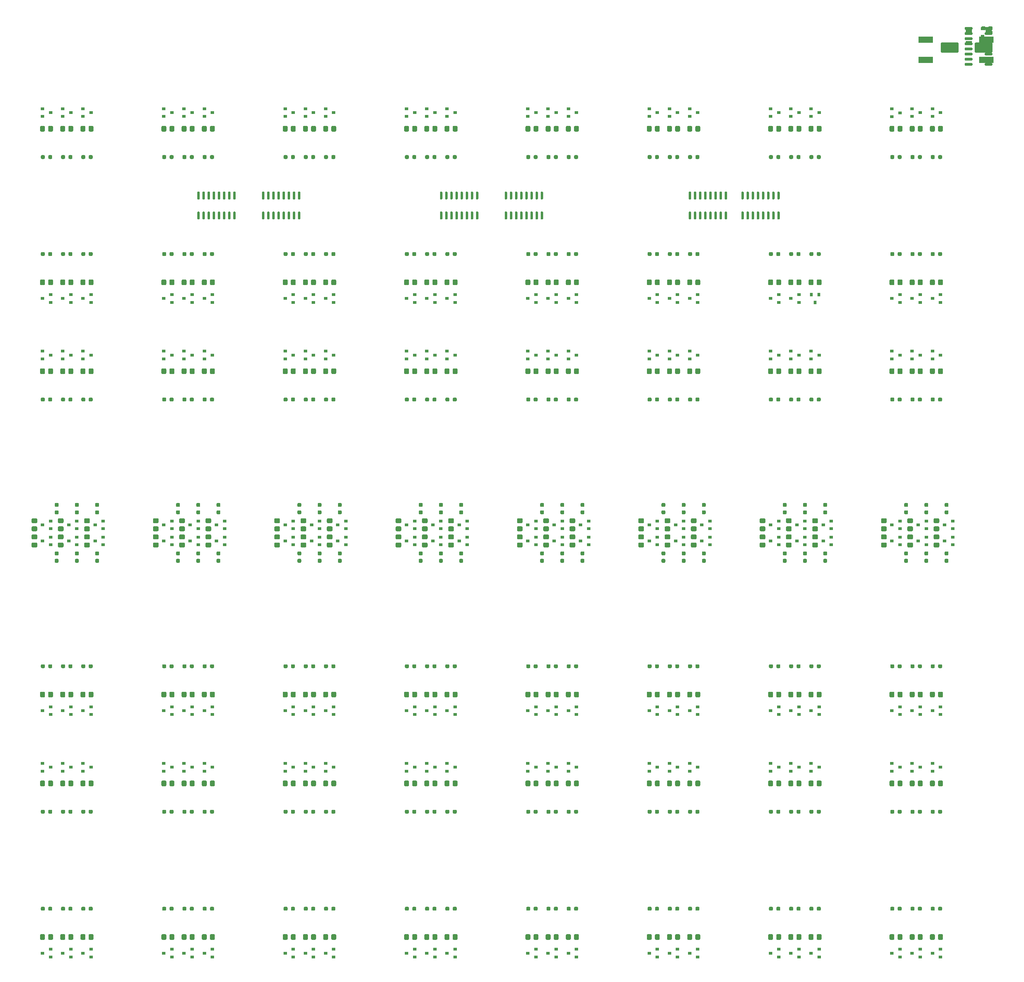
<source format=gbp>
G04 #@! TF.GenerationSoftware,KiCad,Pcbnew,(5.1.10)-1*
G04 #@! TF.CreationDate,2021-11-14T07:23:14+08:00*
G04 #@! TF.ProjectId,8x8x8-RGB-LED-Cube-PCB,38783878-382d-4524-9742-2d4c45442d43,rev?*
G04 #@! TF.SameCoordinates,Original*
G04 #@! TF.FileFunction,Paste,Bot*
G04 #@! TF.FilePolarity,Positive*
%FSLAX46Y46*%
G04 Gerber Fmt 4.6, Leading zero omitted, Abs format (unit mm)*
G04 Created by KiCad (PCBNEW (5.1.10)-1) date 2021-11-14 07:23:14*
%MOMM*%
%LPD*%
G01*
G04 APERTURE LIST*
%ADD10R,0.900000X0.800000*%
%ADD11R,0.800000X0.900000*%
%ADD12R,3.556000X1.524000*%
%ADD13R,1.500000X1.000000*%
G04 APERTURE END LIST*
D10*
X94500000Y-193050000D03*
X94500000Y-194950000D03*
X92500000Y-194000000D03*
X320421024Y-72163968D03*
X318421024Y-71213968D03*
X318421024Y-73113968D03*
X320421024Y-72163968D03*
X318421024Y-71213968D03*
X318421024Y-73113968D03*
X320421024Y-72163968D03*
X318421024Y-71213968D03*
X318421024Y-73113968D03*
X320421024Y-72163968D03*
X318421024Y-71213968D03*
X318421024Y-73113968D03*
X320421024Y-72163968D03*
X318421024Y-71213968D03*
X318421024Y-73113968D03*
X320421024Y-72163968D03*
X318421024Y-71213968D03*
X318421024Y-73113968D03*
X320421024Y-72163968D03*
X318421024Y-71213968D03*
X318421024Y-73113968D03*
X320421024Y-72163968D03*
X318421024Y-71213968D03*
X318421024Y-73113968D03*
X308000000Y-254000000D03*
X306000000Y-253050000D03*
X306000000Y-254950000D03*
X278000000Y-254000000D03*
X276000000Y-253050000D03*
X276000000Y-254950000D03*
X248000000Y-254000000D03*
X246000000Y-253050000D03*
X246000000Y-254950000D03*
X218000000Y-254000000D03*
X216000000Y-253050000D03*
X216000000Y-254950000D03*
X188000000Y-254000000D03*
X186000000Y-253050000D03*
X186000000Y-254950000D03*
X158000000Y-254000000D03*
X156000000Y-253050000D03*
X156000000Y-254950000D03*
X128000000Y-254000000D03*
X126000000Y-253050000D03*
X126000000Y-254950000D03*
X98000000Y-254000000D03*
X96000000Y-253050000D03*
X96000000Y-254950000D03*
X303000000Y-254000000D03*
X301000000Y-253050000D03*
X301000000Y-254950000D03*
X273000000Y-254000000D03*
X271000000Y-253050000D03*
X271000000Y-254950000D03*
X243000000Y-254000000D03*
X241000000Y-253050000D03*
X241000000Y-254950000D03*
X213000000Y-254000000D03*
X211000000Y-253050000D03*
X211000000Y-254950000D03*
X183000000Y-254000000D03*
X181000000Y-253050000D03*
X181000000Y-254950000D03*
X153000000Y-254000000D03*
X151000000Y-253050000D03*
X151000000Y-254950000D03*
X123000000Y-254000000D03*
X121000000Y-253050000D03*
X121000000Y-254950000D03*
X93000000Y-254000000D03*
X91000000Y-253050000D03*
X91000000Y-254950000D03*
X298000000Y-254000000D03*
X296000000Y-253050000D03*
X296000000Y-254950000D03*
X268000000Y-254000000D03*
X266000000Y-253050000D03*
X266000000Y-254950000D03*
X238000000Y-254000000D03*
X236000000Y-253050000D03*
X236000000Y-254950000D03*
X208000000Y-254000000D03*
X206000000Y-253050000D03*
X206000000Y-254950000D03*
X178000000Y-254000000D03*
X176000000Y-253050000D03*
X176000000Y-254950000D03*
X148000000Y-254000000D03*
X146000000Y-253050000D03*
X146000000Y-254950000D03*
X118000000Y-254000000D03*
X116000000Y-253050000D03*
X116000000Y-254950000D03*
X88000000Y-254000000D03*
X86000000Y-253050000D03*
X86000000Y-254950000D03*
X306000000Y-300000000D03*
X308000000Y-300950000D03*
X308000000Y-299050000D03*
X276000000Y-300000000D03*
X278000000Y-300950000D03*
X278000000Y-299050000D03*
X246000000Y-300000000D03*
X248000000Y-300950000D03*
X248000000Y-299050000D03*
X216000000Y-300000000D03*
X218000000Y-300950000D03*
X218000000Y-299050000D03*
X186000000Y-300000000D03*
X188000000Y-300950000D03*
X188000000Y-299050000D03*
X156000000Y-300000000D03*
X158000000Y-300950000D03*
X158000000Y-299050000D03*
X126000000Y-300000000D03*
X128000000Y-300950000D03*
X128000000Y-299050000D03*
X96000000Y-300000000D03*
X98000000Y-300950000D03*
X98000000Y-299050000D03*
X301000000Y-300000000D03*
X303000000Y-300950000D03*
X303000000Y-299050000D03*
X271000000Y-300000000D03*
X273000000Y-300950000D03*
X273000000Y-299050000D03*
X241000000Y-300000000D03*
X243000000Y-300950000D03*
X243000000Y-299050000D03*
X211000000Y-300000000D03*
X213000000Y-300950000D03*
X213000000Y-299050000D03*
X181000000Y-300000000D03*
X183000000Y-300950000D03*
X183000000Y-299050000D03*
X151000000Y-300000000D03*
X153000000Y-300950000D03*
X153000000Y-299050000D03*
X121000000Y-300000000D03*
X123000000Y-300950000D03*
X123000000Y-299050000D03*
X91000000Y-300000000D03*
X93000000Y-300950000D03*
X93000000Y-299050000D03*
X296000000Y-300000000D03*
X298000000Y-300950000D03*
X298000000Y-299050000D03*
X266000000Y-300000000D03*
X268000000Y-300950000D03*
X268000000Y-299050000D03*
X236000000Y-300000000D03*
X238000000Y-300950000D03*
X238000000Y-299050000D03*
X206000000Y-300000000D03*
X208000000Y-300950000D03*
X208000000Y-299050000D03*
X176000000Y-300000000D03*
X178000000Y-300950000D03*
X178000000Y-299050000D03*
X146000000Y-300000000D03*
X148000000Y-300950000D03*
X148000000Y-299050000D03*
X116000000Y-300000000D03*
X118000000Y-300950000D03*
X118000000Y-299050000D03*
X86000000Y-300000000D03*
X88000000Y-300950000D03*
X88000000Y-299050000D03*
X309000000Y-198000000D03*
X311000000Y-198950000D03*
X311000000Y-197050000D03*
X279000000Y-198000000D03*
X281000000Y-198950000D03*
X281000000Y-197050000D03*
X249000000Y-198000000D03*
X251000000Y-198950000D03*
X251000000Y-197050000D03*
X219000000Y-198000000D03*
X221000000Y-198950000D03*
X221000000Y-197050000D03*
X189000000Y-198000000D03*
X191000000Y-198950000D03*
X191000000Y-197050000D03*
X159000000Y-198000000D03*
X161000000Y-198950000D03*
X161000000Y-197050000D03*
X129000000Y-198000000D03*
X131000000Y-198950000D03*
X131000000Y-197050000D03*
X101000000Y-197050000D03*
X101000000Y-198950000D03*
X99000000Y-198000000D03*
X302500000Y-198000000D03*
X304500000Y-198950000D03*
X304500000Y-197050000D03*
X272500000Y-198000000D03*
X274500000Y-198950000D03*
X274500000Y-197050000D03*
X242500000Y-198000000D03*
X244500000Y-198950000D03*
X244500000Y-197050000D03*
X212500000Y-198000000D03*
X214500000Y-198950000D03*
X214500000Y-197050000D03*
X182500000Y-198000000D03*
X184500000Y-198950000D03*
X184500000Y-197050000D03*
X152500000Y-198000000D03*
X154500000Y-198950000D03*
X154500000Y-197050000D03*
X122500000Y-198000000D03*
X124500000Y-198950000D03*
X124500000Y-197050000D03*
X94500000Y-197050000D03*
X94500000Y-198950000D03*
X92500000Y-198000000D03*
X296000000Y-198000000D03*
X298000000Y-198950000D03*
X298000000Y-197050000D03*
X266000000Y-198000000D03*
X268000000Y-198950000D03*
X268000000Y-197050000D03*
X236000000Y-198000000D03*
X238000000Y-198950000D03*
X238000000Y-197050000D03*
X206000000Y-198000000D03*
X208000000Y-198950000D03*
X208000000Y-197050000D03*
X176000000Y-198000000D03*
X178000000Y-198950000D03*
X178000000Y-197050000D03*
X146000000Y-198000000D03*
X148000000Y-198950000D03*
X148000000Y-197050000D03*
X116000000Y-198000000D03*
X118000000Y-198950000D03*
X118000000Y-197050000D03*
X88000000Y-197050000D03*
X88000000Y-198950000D03*
X86000000Y-198000000D03*
X306000000Y-240000000D03*
X308000000Y-240950000D03*
X308000000Y-239050000D03*
X276000000Y-240000000D03*
X278000000Y-240950000D03*
X278000000Y-239050000D03*
X246000000Y-240000000D03*
X248000000Y-240950000D03*
X248000000Y-239050000D03*
X216000000Y-240000000D03*
X218000000Y-240950000D03*
X218000000Y-239050000D03*
X186000000Y-240000000D03*
X188000000Y-240950000D03*
X188000000Y-239050000D03*
X156000000Y-240000000D03*
X158000000Y-240950000D03*
X158000000Y-239050000D03*
X126000000Y-240000000D03*
X128000000Y-240950000D03*
X128000000Y-239050000D03*
X96000000Y-240000000D03*
X98000000Y-240950000D03*
X98000000Y-239050000D03*
X301000000Y-240000000D03*
X303000000Y-240950000D03*
X303000000Y-239050000D03*
X271000000Y-240000000D03*
X273000000Y-240950000D03*
X273000000Y-239050000D03*
X241000000Y-240000000D03*
X243000000Y-240950000D03*
X243000000Y-239050000D03*
X211000000Y-240000000D03*
X213000000Y-240950000D03*
X213000000Y-239050000D03*
X181000000Y-240000000D03*
X183000000Y-240950000D03*
X183000000Y-239050000D03*
X151000000Y-240000000D03*
X153000000Y-240950000D03*
X153000000Y-239050000D03*
X121000000Y-240000000D03*
X123000000Y-240950000D03*
X123000000Y-239050000D03*
X91000000Y-240000000D03*
X93000000Y-240950000D03*
X93000000Y-239050000D03*
X296000000Y-240000000D03*
X298000000Y-240950000D03*
X298000000Y-239050000D03*
X266000000Y-240000000D03*
X268000000Y-240950000D03*
X268000000Y-239050000D03*
X236000000Y-240000000D03*
X238000000Y-240950000D03*
X238000000Y-239050000D03*
X206000000Y-240000000D03*
X208000000Y-240950000D03*
X208000000Y-239050000D03*
X176000000Y-240000000D03*
X178000000Y-240950000D03*
X178000000Y-239050000D03*
X146000000Y-240000000D03*
X148000000Y-240950000D03*
X148000000Y-239050000D03*
X116000000Y-240000000D03*
X118000000Y-240950000D03*
X118000000Y-239050000D03*
X86000000Y-240000000D03*
X88000000Y-240950000D03*
X88000000Y-239050000D03*
X309000000Y-194000000D03*
X311000000Y-194950000D03*
X311000000Y-193050000D03*
X279000000Y-194000000D03*
X281000000Y-194950000D03*
X281000000Y-193050000D03*
X249000000Y-194000000D03*
X251000000Y-194950000D03*
X251000000Y-193050000D03*
X219000000Y-194000000D03*
X221000000Y-194950000D03*
X221000000Y-193050000D03*
X189000000Y-194000000D03*
X191000000Y-194950000D03*
X191000000Y-193050000D03*
X159000000Y-194000000D03*
X161000000Y-194950000D03*
X161000000Y-193050000D03*
X129000000Y-194000000D03*
X131000000Y-194950000D03*
X131000000Y-193050000D03*
X101000000Y-193050000D03*
X101000000Y-194950000D03*
X99000000Y-194000000D03*
X302500000Y-194000000D03*
X304500000Y-194950000D03*
X304500000Y-193050000D03*
X272500000Y-194000000D03*
X274500000Y-194950000D03*
X274500000Y-193050000D03*
X242500000Y-194000000D03*
X244500000Y-194950000D03*
X244500000Y-193050000D03*
X212500000Y-194000000D03*
X214500000Y-194950000D03*
X214500000Y-193050000D03*
X182500000Y-194000000D03*
X184500000Y-194950000D03*
X184500000Y-193050000D03*
X152500000Y-194000000D03*
X154500000Y-194950000D03*
X154500000Y-193050000D03*
X122500000Y-194000000D03*
X124500000Y-194950000D03*
X124500000Y-193050000D03*
X296000000Y-194000000D03*
X298000000Y-194950000D03*
X298000000Y-193050000D03*
X266000000Y-194000000D03*
X268000000Y-194950000D03*
X268000000Y-193050000D03*
X236000000Y-194000000D03*
X238000000Y-194950000D03*
X238000000Y-193050000D03*
X206000000Y-194000000D03*
X208000000Y-194950000D03*
X208000000Y-193050000D03*
X176000000Y-194000000D03*
X178000000Y-194950000D03*
X178000000Y-193050000D03*
X146000000Y-194000000D03*
X148000000Y-194950000D03*
X148000000Y-193050000D03*
X116000000Y-194000000D03*
X118000000Y-194950000D03*
X118000000Y-193050000D03*
X88000000Y-193050000D03*
X88000000Y-194950000D03*
X86000000Y-194000000D03*
X308000000Y-152000000D03*
X306000000Y-151050000D03*
X306000000Y-152950000D03*
X278000000Y-152000000D03*
X276000000Y-151050000D03*
X276000000Y-152950000D03*
X248000000Y-152000000D03*
X246000000Y-151050000D03*
X246000000Y-152950000D03*
X218000000Y-152000000D03*
X216000000Y-151050000D03*
X216000000Y-152950000D03*
X188000000Y-152000000D03*
X186000000Y-151050000D03*
X186000000Y-152950000D03*
X158000000Y-152000000D03*
X156000000Y-151050000D03*
X156000000Y-152950000D03*
X128000000Y-152000000D03*
X126000000Y-151050000D03*
X126000000Y-152950000D03*
X98000000Y-152000000D03*
X96000000Y-151050000D03*
X96000000Y-152950000D03*
X303000000Y-152000000D03*
X301000000Y-151050000D03*
X301000000Y-152950000D03*
X273000000Y-152000000D03*
X271000000Y-151050000D03*
X271000000Y-152950000D03*
X243000000Y-152000000D03*
X241000000Y-151050000D03*
X241000000Y-152950000D03*
X213000000Y-152000000D03*
X211000000Y-151050000D03*
X211000000Y-152950000D03*
X183000000Y-152000000D03*
X181000000Y-151050000D03*
X181000000Y-152950000D03*
X153000000Y-152000000D03*
X151000000Y-151050000D03*
X151000000Y-152950000D03*
X123000000Y-152000000D03*
X121000000Y-151050000D03*
X121000000Y-152950000D03*
X93000000Y-152000000D03*
X91000000Y-151050000D03*
X91000000Y-152950000D03*
X298000000Y-152000000D03*
X296000000Y-151050000D03*
X296000000Y-152950000D03*
X268000000Y-152000000D03*
X266000000Y-151050000D03*
X266000000Y-152950000D03*
X238000000Y-152000000D03*
X236000000Y-151050000D03*
X236000000Y-152950000D03*
X208000000Y-152000000D03*
X206000000Y-151050000D03*
X206000000Y-152950000D03*
X178000000Y-152000000D03*
X176000000Y-151050000D03*
X176000000Y-152950000D03*
X148000000Y-152000000D03*
X146000000Y-151050000D03*
X146000000Y-152950000D03*
X118000000Y-152000000D03*
X116000000Y-151050000D03*
X116000000Y-152950000D03*
X88000000Y-152000000D03*
X86000000Y-151050000D03*
X86000000Y-152950000D03*
X306000000Y-138000000D03*
X308000000Y-138950000D03*
X308000000Y-137050000D03*
D11*
X277000000Y-139000000D03*
X277950000Y-137000000D03*
X276050000Y-137000000D03*
D10*
X246000000Y-138000000D03*
X248000000Y-138950000D03*
X248000000Y-137050000D03*
X216000000Y-138000000D03*
X218000000Y-138950000D03*
X218000000Y-137050000D03*
X186000000Y-138000000D03*
X188000000Y-138950000D03*
X188000000Y-137050000D03*
X156000000Y-138000000D03*
X158000000Y-138950000D03*
X158000000Y-137050000D03*
X126000000Y-138000000D03*
X128000000Y-138950000D03*
X128000000Y-137050000D03*
X96000000Y-138000000D03*
X98000000Y-138950000D03*
X98000000Y-137050000D03*
X301000000Y-138000000D03*
X303000000Y-138950000D03*
X303000000Y-137050000D03*
X271000000Y-138000000D03*
X273000000Y-138950000D03*
X273000000Y-137050000D03*
X241000000Y-138000000D03*
X243000000Y-138950000D03*
X243000000Y-137050000D03*
X211000000Y-138000000D03*
X213000000Y-138950000D03*
X213000000Y-137050000D03*
X181000000Y-138000000D03*
X183000000Y-138950000D03*
X183000000Y-137050000D03*
X151000000Y-138000000D03*
X153000000Y-138950000D03*
X153000000Y-137050000D03*
X121000000Y-138000000D03*
X123000000Y-138950000D03*
X123000000Y-137050000D03*
X91000000Y-138000000D03*
X93000000Y-138950000D03*
X93000000Y-137050000D03*
X296000000Y-138000000D03*
X298000000Y-138950000D03*
X298000000Y-137050000D03*
X266000000Y-138000000D03*
X268000000Y-138950000D03*
X268000000Y-137050000D03*
X236000000Y-138000000D03*
X238000000Y-138950000D03*
X238000000Y-137050000D03*
X206000000Y-138000000D03*
X208000000Y-138950000D03*
X208000000Y-137050000D03*
X176000000Y-138000000D03*
X178000000Y-138950000D03*
X178000000Y-137050000D03*
X146000000Y-138000000D03*
X148000000Y-138950000D03*
X148000000Y-137050000D03*
X116000000Y-138000000D03*
X118000000Y-138950000D03*
X118000000Y-137050000D03*
X86000000Y-138000000D03*
X88000000Y-138950000D03*
X88000000Y-137050000D03*
X308000000Y-92000000D03*
X306000000Y-91050000D03*
X306000000Y-92950000D03*
X278000000Y-92000000D03*
X276000000Y-91050000D03*
X276000000Y-92950000D03*
X248000000Y-92000000D03*
X246000000Y-91050000D03*
X246000000Y-92950000D03*
X218000000Y-92000000D03*
X216000000Y-91050000D03*
X216000000Y-92950000D03*
X188000000Y-92000000D03*
X186000000Y-91050000D03*
X186000000Y-92950000D03*
X158000000Y-92000000D03*
X156000000Y-91050000D03*
X156000000Y-92950000D03*
X128000000Y-92000000D03*
X126000000Y-91050000D03*
X126000000Y-92950000D03*
X98000000Y-92000000D03*
X96000000Y-91050000D03*
X96000000Y-92950000D03*
X303000000Y-92000000D03*
X301000000Y-91050000D03*
X301000000Y-92950000D03*
X273000000Y-92000000D03*
X271000000Y-91050000D03*
X271000000Y-92950000D03*
X243000000Y-92000000D03*
X241000000Y-91050000D03*
X241000000Y-92950000D03*
X213000000Y-92000000D03*
X211000000Y-91050000D03*
X211000000Y-92950000D03*
X183000000Y-92000000D03*
X181000000Y-91050000D03*
X181000000Y-92950000D03*
X153000000Y-92000000D03*
X151000000Y-91050000D03*
X151000000Y-92950000D03*
X123000000Y-92000000D03*
X121000000Y-91050000D03*
X121000000Y-92950000D03*
X93000000Y-92000000D03*
X91000000Y-91050000D03*
X91000000Y-92950000D03*
X298000000Y-92050000D03*
X296000000Y-91100000D03*
X296000000Y-93000000D03*
X268000000Y-92000000D03*
X266000000Y-91050000D03*
X266000000Y-92950000D03*
X238000000Y-92000000D03*
X236000000Y-91050000D03*
X236000000Y-92950000D03*
X208000000Y-92000000D03*
X206000000Y-91050000D03*
X206000000Y-92950000D03*
X178000000Y-92000000D03*
X176000000Y-91050000D03*
X176000000Y-92950000D03*
X148000000Y-92000000D03*
X146000000Y-91050000D03*
X146000000Y-92950000D03*
X118000000Y-92000000D03*
X116000000Y-91050000D03*
X116000000Y-92950000D03*
X88000000Y-92000000D03*
X86000000Y-91050000D03*
X86000000Y-92950000D03*
G36*
G01*
X318921024Y-80208968D02*
X318921024Y-79908968D01*
G75*
G02*
X319071024Y-79758968I150000J0D01*
G01*
X320721024Y-79758968D01*
G75*
G02*
X320871024Y-79908968I0J-150000D01*
G01*
X320871024Y-80208968D01*
G75*
G02*
X320721024Y-80358968I-150000J0D01*
G01*
X319071024Y-80358968D01*
G75*
G02*
X318921024Y-80208968I0J150000D01*
G01*
G37*
G36*
G01*
X318921024Y-78938968D02*
X318921024Y-78638968D01*
G75*
G02*
X319071024Y-78488968I150000J0D01*
G01*
X320721024Y-78488968D01*
G75*
G02*
X320871024Y-78638968I0J-150000D01*
G01*
X320871024Y-78938968D01*
G75*
G02*
X320721024Y-79088968I-150000J0D01*
G01*
X319071024Y-79088968D01*
G75*
G02*
X318921024Y-78938968I0J150000D01*
G01*
G37*
G36*
G01*
X318921024Y-77668968D02*
X318921024Y-77368968D01*
G75*
G02*
X319071024Y-77218968I150000J0D01*
G01*
X320721024Y-77218968D01*
G75*
G02*
X320871024Y-77368968I0J-150000D01*
G01*
X320871024Y-77668968D01*
G75*
G02*
X320721024Y-77818968I-150000J0D01*
G01*
X319071024Y-77818968D01*
G75*
G02*
X318921024Y-77668968I0J150000D01*
G01*
G37*
G36*
G01*
X318921024Y-76398968D02*
X318921024Y-76098968D01*
G75*
G02*
X319071024Y-75948968I150000J0D01*
G01*
X320721024Y-75948968D01*
G75*
G02*
X320871024Y-76098968I0J-150000D01*
G01*
X320871024Y-76398968D01*
G75*
G02*
X320721024Y-76548968I-150000J0D01*
G01*
X319071024Y-76548968D01*
G75*
G02*
X318921024Y-76398968I0J150000D01*
G01*
G37*
G36*
G01*
X318921024Y-75128968D02*
X318921024Y-74828968D01*
G75*
G02*
X319071024Y-74678968I150000J0D01*
G01*
X320721024Y-74678968D01*
G75*
G02*
X320871024Y-74828968I0J-150000D01*
G01*
X320871024Y-75128968D01*
G75*
G02*
X320721024Y-75278968I-150000J0D01*
G01*
X319071024Y-75278968D01*
G75*
G02*
X318921024Y-75128968I0J150000D01*
G01*
G37*
G36*
G01*
X318921024Y-73858968D02*
X318921024Y-73558968D01*
G75*
G02*
X319071024Y-73408968I150000J0D01*
G01*
X320721024Y-73408968D01*
G75*
G02*
X320871024Y-73558968I0J-150000D01*
G01*
X320871024Y-73858968D01*
G75*
G02*
X320721024Y-74008968I-150000J0D01*
G01*
X319071024Y-74008968D01*
G75*
G02*
X318921024Y-73858968I0J150000D01*
G01*
G37*
G36*
G01*
X318921024Y-72588968D02*
X318921024Y-72288968D01*
G75*
G02*
X319071024Y-72138968I150000J0D01*
G01*
X320721024Y-72138968D01*
G75*
G02*
X320871024Y-72288968I0J-150000D01*
G01*
X320871024Y-72588968D01*
G75*
G02*
X320721024Y-72738968I-150000J0D01*
G01*
X319071024Y-72738968D01*
G75*
G02*
X318921024Y-72588968I0J150000D01*
G01*
G37*
G36*
G01*
X318921024Y-71318968D02*
X318921024Y-71018968D01*
G75*
G02*
X319071024Y-70868968I150000J0D01*
G01*
X320721024Y-70868968D01*
G75*
G02*
X320871024Y-71018968I0J-150000D01*
G01*
X320871024Y-71318968D01*
G75*
G02*
X320721024Y-71468968I-150000J0D01*
G01*
X319071024Y-71468968D01*
G75*
G02*
X318921024Y-71318968I0J150000D01*
G01*
G37*
G36*
G01*
X313971024Y-71318968D02*
X313971024Y-71018968D01*
G75*
G02*
X314121024Y-70868968I150000J0D01*
G01*
X315771024Y-70868968D01*
G75*
G02*
X315921024Y-71018968I0J-150000D01*
G01*
X315921024Y-71318968D01*
G75*
G02*
X315771024Y-71468968I-150000J0D01*
G01*
X314121024Y-71468968D01*
G75*
G02*
X313971024Y-71318968I0J150000D01*
G01*
G37*
G36*
G01*
X313971024Y-72588968D02*
X313971024Y-72288968D01*
G75*
G02*
X314121024Y-72138968I150000J0D01*
G01*
X315771024Y-72138968D01*
G75*
G02*
X315921024Y-72288968I0J-150000D01*
G01*
X315921024Y-72588968D01*
G75*
G02*
X315771024Y-72738968I-150000J0D01*
G01*
X314121024Y-72738968D01*
G75*
G02*
X313971024Y-72588968I0J150000D01*
G01*
G37*
G36*
G01*
X313971024Y-73858968D02*
X313971024Y-73558968D01*
G75*
G02*
X314121024Y-73408968I150000J0D01*
G01*
X315771024Y-73408968D01*
G75*
G02*
X315921024Y-73558968I0J-150000D01*
G01*
X315921024Y-73858968D01*
G75*
G02*
X315771024Y-74008968I-150000J0D01*
G01*
X314121024Y-74008968D01*
G75*
G02*
X313971024Y-73858968I0J150000D01*
G01*
G37*
G36*
G01*
X313971024Y-75128968D02*
X313971024Y-74828968D01*
G75*
G02*
X314121024Y-74678968I150000J0D01*
G01*
X315771024Y-74678968D01*
G75*
G02*
X315921024Y-74828968I0J-150000D01*
G01*
X315921024Y-75128968D01*
G75*
G02*
X315771024Y-75278968I-150000J0D01*
G01*
X314121024Y-75278968D01*
G75*
G02*
X313971024Y-75128968I0J150000D01*
G01*
G37*
G36*
G01*
X313971024Y-76398968D02*
X313971024Y-76098968D01*
G75*
G02*
X314121024Y-75948968I150000J0D01*
G01*
X315771024Y-75948968D01*
G75*
G02*
X315921024Y-76098968I0J-150000D01*
G01*
X315921024Y-76398968D01*
G75*
G02*
X315771024Y-76548968I-150000J0D01*
G01*
X314121024Y-76548968D01*
G75*
G02*
X313971024Y-76398968I0J150000D01*
G01*
G37*
G36*
G01*
X313971024Y-77668968D02*
X313971024Y-77368968D01*
G75*
G02*
X314121024Y-77218968I150000J0D01*
G01*
X315771024Y-77218968D01*
G75*
G02*
X315921024Y-77368968I0J-150000D01*
G01*
X315921024Y-77668968D01*
G75*
G02*
X315771024Y-77818968I-150000J0D01*
G01*
X314121024Y-77818968D01*
G75*
G02*
X313971024Y-77668968I0J150000D01*
G01*
G37*
G36*
G01*
X313971024Y-78938968D02*
X313971024Y-78638968D01*
G75*
G02*
X314121024Y-78488968I150000J0D01*
G01*
X315771024Y-78488968D01*
G75*
G02*
X315921024Y-78638968I0J-150000D01*
G01*
X315921024Y-78938968D01*
G75*
G02*
X315771024Y-79088968I-150000J0D01*
G01*
X314121024Y-79088968D01*
G75*
G02*
X313971024Y-78938968I0J150000D01*
G01*
G37*
G36*
G01*
X313971024Y-80208968D02*
X313971024Y-79908968D01*
G75*
G02*
X314121024Y-79758968I150000J0D01*
G01*
X315771024Y-79758968D01*
G75*
G02*
X315921024Y-79908968I0J-150000D01*
G01*
X315921024Y-80208968D01*
G75*
G02*
X315771024Y-80358968I-150000J0D01*
G01*
X314121024Y-80358968D01*
G75*
G02*
X313971024Y-80208968I0J150000D01*
G01*
G37*
G36*
G01*
X318921024Y-80208968D02*
X318921024Y-79908968D01*
G75*
G02*
X319071024Y-79758968I150000J0D01*
G01*
X320721024Y-79758968D01*
G75*
G02*
X320871024Y-79908968I0J-150000D01*
G01*
X320871024Y-80208968D01*
G75*
G02*
X320721024Y-80358968I-150000J0D01*
G01*
X319071024Y-80358968D01*
G75*
G02*
X318921024Y-80208968I0J150000D01*
G01*
G37*
G36*
G01*
X318921024Y-78938968D02*
X318921024Y-78638968D01*
G75*
G02*
X319071024Y-78488968I150000J0D01*
G01*
X320721024Y-78488968D01*
G75*
G02*
X320871024Y-78638968I0J-150000D01*
G01*
X320871024Y-78938968D01*
G75*
G02*
X320721024Y-79088968I-150000J0D01*
G01*
X319071024Y-79088968D01*
G75*
G02*
X318921024Y-78938968I0J150000D01*
G01*
G37*
G36*
G01*
X318921024Y-77668968D02*
X318921024Y-77368968D01*
G75*
G02*
X319071024Y-77218968I150000J0D01*
G01*
X320721024Y-77218968D01*
G75*
G02*
X320871024Y-77368968I0J-150000D01*
G01*
X320871024Y-77668968D01*
G75*
G02*
X320721024Y-77818968I-150000J0D01*
G01*
X319071024Y-77818968D01*
G75*
G02*
X318921024Y-77668968I0J150000D01*
G01*
G37*
G36*
G01*
X318921024Y-76398968D02*
X318921024Y-76098968D01*
G75*
G02*
X319071024Y-75948968I150000J0D01*
G01*
X320721024Y-75948968D01*
G75*
G02*
X320871024Y-76098968I0J-150000D01*
G01*
X320871024Y-76398968D01*
G75*
G02*
X320721024Y-76548968I-150000J0D01*
G01*
X319071024Y-76548968D01*
G75*
G02*
X318921024Y-76398968I0J150000D01*
G01*
G37*
G36*
G01*
X318921024Y-75128968D02*
X318921024Y-74828968D01*
G75*
G02*
X319071024Y-74678968I150000J0D01*
G01*
X320721024Y-74678968D01*
G75*
G02*
X320871024Y-74828968I0J-150000D01*
G01*
X320871024Y-75128968D01*
G75*
G02*
X320721024Y-75278968I-150000J0D01*
G01*
X319071024Y-75278968D01*
G75*
G02*
X318921024Y-75128968I0J150000D01*
G01*
G37*
G36*
G01*
X318921024Y-73858968D02*
X318921024Y-73558968D01*
G75*
G02*
X319071024Y-73408968I150000J0D01*
G01*
X320721024Y-73408968D01*
G75*
G02*
X320871024Y-73558968I0J-150000D01*
G01*
X320871024Y-73858968D01*
G75*
G02*
X320721024Y-74008968I-150000J0D01*
G01*
X319071024Y-74008968D01*
G75*
G02*
X318921024Y-73858968I0J150000D01*
G01*
G37*
G36*
G01*
X318921024Y-72588968D02*
X318921024Y-72288968D01*
G75*
G02*
X319071024Y-72138968I150000J0D01*
G01*
X320721024Y-72138968D01*
G75*
G02*
X320871024Y-72288968I0J-150000D01*
G01*
X320871024Y-72588968D01*
G75*
G02*
X320721024Y-72738968I-150000J0D01*
G01*
X319071024Y-72738968D01*
G75*
G02*
X318921024Y-72588968I0J150000D01*
G01*
G37*
G36*
G01*
X318921024Y-71318968D02*
X318921024Y-71018968D01*
G75*
G02*
X319071024Y-70868968I150000J0D01*
G01*
X320721024Y-70868968D01*
G75*
G02*
X320871024Y-71018968I0J-150000D01*
G01*
X320871024Y-71318968D01*
G75*
G02*
X320721024Y-71468968I-150000J0D01*
G01*
X319071024Y-71468968D01*
G75*
G02*
X318921024Y-71318968I0J150000D01*
G01*
G37*
G36*
G01*
X313971024Y-71318968D02*
X313971024Y-71018968D01*
G75*
G02*
X314121024Y-70868968I150000J0D01*
G01*
X315771024Y-70868968D01*
G75*
G02*
X315921024Y-71018968I0J-150000D01*
G01*
X315921024Y-71318968D01*
G75*
G02*
X315771024Y-71468968I-150000J0D01*
G01*
X314121024Y-71468968D01*
G75*
G02*
X313971024Y-71318968I0J150000D01*
G01*
G37*
G36*
G01*
X313971024Y-72588968D02*
X313971024Y-72288968D01*
G75*
G02*
X314121024Y-72138968I150000J0D01*
G01*
X315771024Y-72138968D01*
G75*
G02*
X315921024Y-72288968I0J-150000D01*
G01*
X315921024Y-72588968D01*
G75*
G02*
X315771024Y-72738968I-150000J0D01*
G01*
X314121024Y-72738968D01*
G75*
G02*
X313971024Y-72588968I0J150000D01*
G01*
G37*
G36*
G01*
X313971024Y-73858968D02*
X313971024Y-73558968D01*
G75*
G02*
X314121024Y-73408968I150000J0D01*
G01*
X315771024Y-73408968D01*
G75*
G02*
X315921024Y-73558968I0J-150000D01*
G01*
X315921024Y-73858968D01*
G75*
G02*
X315771024Y-74008968I-150000J0D01*
G01*
X314121024Y-74008968D01*
G75*
G02*
X313971024Y-73858968I0J150000D01*
G01*
G37*
G36*
G01*
X313971024Y-75128968D02*
X313971024Y-74828968D01*
G75*
G02*
X314121024Y-74678968I150000J0D01*
G01*
X315771024Y-74678968D01*
G75*
G02*
X315921024Y-74828968I0J-150000D01*
G01*
X315921024Y-75128968D01*
G75*
G02*
X315771024Y-75278968I-150000J0D01*
G01*
X314121024Y-75278968D01*
G75*
G02*
X313971024Y-75128968I0J150000D01*
G01*
G37*
G36*
G01*
X313971024Y-76398968D02*
X313971024Y-76098968D01*
G75*
G02*
X314121024Y-75948968I150000J0D01*
G01*
X315771024Y-75948968D01*
G75*
G02*
X315921024Y-76098968I0J-150000D01*
G01*
X315921024Y-76398968D01*
G75*
G02*
X315771024Y-76548968I-150000J0D01*
G01*
X314121024Y-76548968D01*
G75*
G02*
X313971024Y-76398968I0J150000D01*
G01*
G37*
G36*
G01*
X313971024Y-77668968D02*
X313971024Y-77368968D01*
G75*
G02*
X314121024Y-77218968I150000J0D01*
G01*
X315771024Y-77218968D01*
G75*
G02*
X315921024Y-77368968I0J-150000D01*
G01*
X315921024Y-77668968D01*
G75*
G02*
X315771024Y-77818968I-150000J0D01*
G01*
X314121024Y-77818968D01*
G75*
G02*
X313971024Y-77668968I0J150000D01*
G01*
G37*
G36*
G01*
X313971024Y-78938968D02*
X313971024Y-78638968D01*
G75*
G02*
X314121024Y-78488968I150000J0D01*
G01*
X315771024Y-78488968D01*
G75*
G02*
X315921024Y-78638968I0J-150000D01*
G01*
X315921024Y-78938968D01*
G75*
G02*
X315771024Y-79088968I-150000J0D01*
G01*
X314121024Y-79088968D01*
G75*
G02*
X313971024Y-78938968I0J150000D01*
G01*
G37*
G36*
G01*
X313971024Y-80208968D02*
X313971024Y-79908968D01*
G75*
G02*
X314121024Y-79758968I150000J0D01*
G01*
X315771024Y-79758968D01*
G75*
G02*
X315921024Y-79908968I0J-150000D01*
G01*
X315921024Y-80208968D01*
G75*
G02*
X315771024Y-80358968I-150000J0D01*
G01*
X314121024Y-80358968D01*
G75*
G02*
X313971024Y-80208968I0J150000D01*
G01*
G37*
G36*
G01*
X318921024Y-80208968D02*
X318921024Y-79908968D01*
G75*
G02*
X319071024Y-79758968I150000J0D01*
G01*
X320721024Y-79758968D01*
G75*
G02*
X320871024Y-79908968I0J-150000D01*
G01*
X320871024Y-80208968D01*
G75*
G02*
X320721024Y-80358968I-150000J0D01*
G01*
X319071024Y-80358968D01*
G75*
G02*
X318921024Y-80208968I0J150000D01*
G01*
G37*
G36*
G01*
X318921024Y-78938968D02*
X318921024Y-78638968D01*
G75*
G02*
X319071024Y-78488968I150000J0D01*
G01*
X320721024Y-78488968D01*
G75*
G02*
X320871024Y-78638968I0J-150000D01*
G01*
X320871024Y-78938968D01*
G75*
G02*
X320721024Y-79088968I-150000J0D01*
G01*
X319071024Y-79088968D01*
G75*
G02*
X318921024Y-78938968I0J150000D01*
G01*
G37*
G36*
G01*
X318921024Y-77668968D02*
X318921024Y-77368968D01*
G75*
G02*
X319071024Y-77218968I150000J0D01*
G01*
X320721024Y-77218968D01*
G75*
G02*
X320871024Y-77368968I0J-150000D01*
G01*
X320871024Y-77668968D01*
G75*
G02*
X320721024Y-77818968I-150000J0D01*
G01*
X319071024Y-77818968D01*
G75*
G02*
X318921024Y-77668968I0J150000D01*
G01*
G37*
G36*
G01*
X318921024Y-76398968D02*
X318921024Y-76098968D01*
G75*
G02*
X319071024Y-75948968I150000J0D01*
G01*
X320721024Y-75948968D01*
G75*
G02*
X320871024Y-76098968I0J-150000D01*
G01*
X320871024Y-76398968D01*
G75*
G02*
X320721024Y-76548968I-150000J0D01*
G01*
X319071024Y-76548968D01*
G75*
G02*
X318921024Y-76398968I0J150000D01*
G01*
G37*
G36*
G01*
X318921024Y-75128968D02*
X318921024Y-74828968D01*
G75*
G02*
X319071024Y-74678968I150000J0D01*
G01*
X320721024Y-74678968D01*
G75*
G02*
X320871024Y-74828968I0J-150000D01*
G01*
X320871024Y-75128968D01*
G75*
G02*
X320721024Y-75278968I-150000J0D01*
G01*
X319071024Y-75278968D01*
G75*
G02*
X318921024Y-75128968I0J150000D01*
G01*
G37*
G36*
G01*
X318921024Y-73858968D02*
X318921024Y-73558968D01*
G75*
G02*
X319071024Y-73408968I150000J0D01*
G01*
X320721024Y-73408968D01*
G75*
G02*
X320871024Y-73558968I0J-150000D01*
G01*
X320871024Y-73858968D01*
G75*
G02*
X320721024Y-74008968I-150000J0D01*
G01*
X319071024Y-74008968D01*
G75*
G02*
X318921024Y-73858968I0J150000D01*
G01*
G37*
G36*
G01*
X318921024Y-72588968D02*
X318921024Y-72288968D01*
G75*
G02*
X319071024Y-72138968I150000J0D01*
G01*
X320721024Y-72138968D01*
G75*
G02*
X320871024Y-72288968I0J-150000D01*
G01*
X320871024Y-72588968D01*
G75*
G02*
X320721024Y-72738968I-150000J0D01*
G01*
X319071024Y-72738968D01*
G75*
G02*
X318921024Y-72588968I0J150000D01*
G01*
G37*
G36*
G01*
X318921024Y-71318968D02*
X318921024Y-71018968D01*
G75*
G02*
X319071024Y-70868968I150000J0D01*
G01*
X320721024Y-70868968D01*
G75*
G02*
X320871024Y-71018968I0J-150000D01*
G01*
X320871024Y-71318968D01*
G75*
G02*
X320721024Y-71468968I-150000J0D01*
G01*
X319071024Y-71468968D01*
G75*
G02*
X318921024Y-71318968I0J150000D01*
G01*
G37*
G36*
G01*
X313971024Y-71318968D02*
X313971024Y-71018968D01*
G75*
G02*
X314121024Y-70868968I150000J0D01*
G01*
X315771024Y-70868968D01*
G75*
G02*
X315921024Y-71018968I0J-150000D01*
G01*
X315921024Y-71318968D01*
G75*
G02*
X315771024Y-71468968I-150000J0D01*
G01*
X314121024Y-71468968D01*
G75*
G02*
X313971024Y-71318968I0J150000D01*
G01*
G37*
G36*
G01*
X313971024Y-72588968D02*
X313971024Y-72288968D01*
G75*
G02*
X314121024Y-72138968I150000J0D01*
G01*
X315771024Y-72138968D01*
G75*
G02*
X315921024Y-72288968I0J-150000D01*
G01*
X315921024Y-72588968D01*
G75*
G02*
X315771024Y-72738968I-150000J0D01*
G01*
X314121024Y-72738968D01*
G75*
G02*
X313971024Y-72588968I0J150000D01*
G01*
G37*
G36*
G01*
X313971024Y-73858968D02*
X313971024Y-73558968D01*
G75*
G02*
X314121024Y-73408968I150000J0D01*
G01*
X315771024Y-73408968D01*
G75*
G02*
X315921024Y-73558968I0J-150000D01*
G01*
X315921024Y-73858968D01*
G75*
G02*
X315771024Y-74008968I-150000J0D01*
G01*
X314121024Y-74008968D01*
G75*
G02*
X313971024Y-73858968I0J150000D01*
G01*
G37*
G36*
G01*
X313971024Y-75128968D02*
X313971024Y-74828968D01*
G75*
G02*
X314121024Y-74678968I150000J0D01*
G01*
X315771024Y-74678968D01*
G75*
G02*
X315921024Y-74828968I0J-150000D01*
G01*
X315921024Y-75128968D01*
G75*
G02*
X315771024Y-75278968I-150000J0D01*
G01*
X314121024Y-75278968D01*
G75*
G02*
X313971024Y-75128968I0J150000D01*
G01*
G37*
G36*
G01*
X313971024Y-76398968D02*
X313971024Y-76098968D01*
G75*
G02*
X314121024Y-75948968I150000J0D01*
G01*
X315771024Y-75948968D01*
G75*
G02*
X315921024Y-76098968I0J-150000D01*
G01*
X315921024Y-76398968D01*
G75*
G02*
X315771024Y-76548968I-150000J0D01*
G01*
X314121024Y-76548968D01*
G75*
G02*
X313971024Y-76398968I0J150000D01*
G01*
G37*
G36*
G01*
X313971024Y-77668968D02*
X313971024Y-77368968D01*
G75*
G02*
X314121024Y-77218968I150000J0D01*
G01*
X315771024Y-77218968D01*
G75*
G02*
X315921024Y-77368968I0J-150000D01*
G01*
X315921024Y-77668968D01*
G75*
G02*
X315771024Y-77818968I-150000J0D01*
G01*
X314121024Y-77818968D01*
G75*
G02*
X313971024Y-77668968I0J150000D01*
G01*
G37*
G36*
G01*
X313971024Y-78938968D02*
X313971024Y-78638968D01*
G75*
G02*
X314121024Y-78488968I150000J0D01*
G01*
X315771024Y-78488968D01*
G75*
G02*
X315921024Y-78638968I0J-150000D01*
G01*
X315921024Y-78938968D01*
G75*
G02*
X315771024Y-79088968I-150000J0D01*
G01*
X314121024Y-79088968D01*
G75*
G02*
X313971024Y-78938968I0J150000D01*
G01*
G37*
G36*
G01*
X313971024Y-80208968D02*
X313971024Y-79908968D01*
G75*
G02*
X314121024Y-79758968I150000J0D01*
G01*
X315771024Y-79758968D01*
G75*
G02*
X315921024Y-79908968I0J-150000D01*
G01*
X315921024Y-80208968D01*
G75*
G02*
X315771024Y-80358968I-150000J0D01*
G01*
X314121024Y-80358968D01*
G75*
G02*
X313971024Y-80208968I0J150000D01*
G01*
G37*
G36*
G01*
X318921024Y-80208968D02*
X318921024Y-79908968D01*
G75*
G02*
X319071024Y-79758968I150000J0D01*
G01*
X320721024Y-79758968D01*
G75*
G02*
X320871024Y-79908968I0J-150000D01*
G01*
X320871024Y-80208968D01*
G75*
G02*
X320721024Y-80358968I-150000J0D01*
G01*
X319071024Y-80358968D01*
G75*
G02*
X318921024Y-80208968I0J150000D01*
G01*
G37*
G36*
G01*
X318921024Y-78938968D02*
X318921024Y-78638968D01*
G75*
G02*
X319071024Y-78488968I150000J0D01*
G01*
X320721024Y-78488968D01*
G75*
G02*
X320871024Y-78638968I0J-150000D01*
G01*
X320871024Y-78938968D01*
G75*
G02*
X320721024Y-79088968I-150000J0D01*
G01*
X319071024Y-79088968D01*
G75*
G02*
X318921024Y-78938968I0J150000D01*
G01*
G37*
G36*
G01*
X318921024Y-77668968D02*
X318921024Y-77368968D01*
G75*
G02*
X319071024Y-77218968I150000J0D01*
G01*
X320721024Y-77218968D01*
G75*
G02*
X320871024Y-77368968I0J-150000D01*
G01*
X320871024Y-77668968D01*
G75*
G02*
X320721024Y-77818968I-150000J0D01*
G01*
X319071024Y-77818968D01*
G75*
G02*
X318921024Y-77668968I0J150000D01*
G01*
G37*
G36*
G01*
X318921024Y-76398968D02*
X318921024Y-76098968D01*
G75*
G02*
X319071024Y-75948968I150000J0D01*
G01*
X320721024Y-75948968D01*
G75*
G02*
X320871024Y-76098968I0J-150000D01*
G01*
X320871024Y-76398968D01*
G75*
G02*
X320721024Y-76548968I-150000J0D01*
G01*
X319071024Y-76548968D01*
G75*
G02*
X318921024Y-76398968I0J150000D01*
G01*
G37*
G36*
G01*
X318921024Y-75128968D02*
X318921024Y-74828968D01*
G75*
G02*
X319071024Y-74678968I150000J0D01*
G01*
X320721024Y-74678968D01*
G75*
G02*
X320871024Y-74828968I0J-150000D01*
G01*
X320871024Y-75128968D01*
G75*
G02*
X320721024Y-75278968I-150000J0D01*
G01*
X319071024Y-75278968D01*
G75*
G02*
X318921024Y-75128968I0J150000D01*
G01*
G37*
G36*
G01*
X318921024Y-73858968D02*
X318921024Y-73558968D01*
G75*
G02*
X319071024Y-73408968I150000J0D01*
G01*
X320721024Y-73408968D01*
G75*
G02*
X320871024Y-73558968I0J-150000D01*
G01*
X320871024Y-73858968D01*
G75*
G02*
X320721024Y-74008968I-150000J0D01*
G01*
X319071024Y-74008968D01*
G75*
G02*
X318921024Y-73858968I0J150000D01*
G01*
G37*
G36*
G01*
X318921024Y-72588968D02*
X318921024Y-72288968D01*
G75*
G02*
X319071024Y-72138968I150000J0D01*
G01*
X320721024Y-72138968D01*
G75*
G02*
X320871024Y-72288968I0J-150000D01*
G01*
X320871024Y-72588968D01*
G75*
G02*
X320721024Y-72738968I-150000J0D01*
G01*
X319071024Y-72738968D01*
G75*
G02*
X318921024Y-72588968I0J150000D01*
G01*
G37*
G36*
G01*
X318921024Y-71318968D02*
X318921024Y-71018968D01*
G75*
G02*
X319071024Y-70868968I150000J0D01*
G01*
X320721024Y-70868968D01*
G75*
G02*
X320871024Y-71018968I0J-150000D01*
G01*
X320871024Y-71318968D01*
G75*
G02*
X320721024Y-71468968I-150000J0D01*
G01*
X319071024Y-71468968D01*
G75*
G02*
X318921024Y-71318968I0J150000D01*
G01*
G37*
G36*
G01*
X313971024Y-71318968D02*
X313971024Y-71018968D01*
G75*
G02*
X314121024Y-70868968I150000J0D01*
G01*
X315771024Y-70868968D01*
G75*
G02*
X315921024Y-71018968I0J-150000D01*
G01*
X315921024Y-71318968D01*
G75*
G02*
X315771024Y-71468968I-150000J0D01*
G01*
X314121024Y-71468968D01*
G75*
G02*
X313971024Y-71318968I0J150000D01*
G01*
G37*
G36*
G01*
X313971024Y-72588968D02*
X313971024Y-72288968D01*
G75*
G02*
X314121024Y-72138968I150000J0D01*
G01*
X315771024Y-72138968D01*
G75*
G02*
X315921024Y-72288968I0J-150000D01*
G01*
X315921024Y-72588968D01*
G75*
G02*
X315771024Y-72738968I-150000J0D01*
G01*
X314121024Y-72738968D01*
G75*
G02*
X313971024Y-72588968I0J150000D01*
G01*
G37*
G36*
G01*
X313971024Y-73858968D02*
X313971024Y-73558968D01*
G75*
G02*
X314121024Y-73408968I150000J0D01*
G01*
X315771024Y-73408968D01*
G75*
G02*
X315921024Y-73558968I0J-150000D01*
G01*
X315921024Y-73858968D01*
G75*
G02*
X315771024Y-74008968I-150000J0D01*
G01*
X314121024Y-74008968D01*
G75*
G02*
X313971024Y-73858968I0J150000D01*
G01*
G37*
G36*
G01*
X313971024Y-75128968D02*
X313971024Y-74828968D01*
G75*
G02*
X314121024Y-74678968I150000J0D01*
G01*
X315771024Y-74678968D01*
G75*
G02*
X315921024Y-74828968I0J-150000D01*
G01*
X315921024Y-75128968D01*
G75*
G02*
X315771024Y-75278968I-150000J0D01*
G01*
X314121024Y-75278968D01*
G75*
G02*
X313971024Y-75128968I0J150000D01*
G01*
G37*
G36*
G01*
X313971024Y-76398968D02*
X313971024Y-76098968D01*
G75*
G02*
X314121024Y-75948968I150000J0D01*
G01*
X315771024Y-75948968D01*
G75*
G02*
X315921024Y-76098968I0J-150000D01*
G01*
X315921024Y-76398968D01*
G75*
G02*
X315771024Y-76548968I-150000J0D01*
G01*
X314121024Y-76548968D01*
G75*
G02*
X313971024Y-76398968I0J150000D01*
G01*
G37*
G36*
G01*
X313971024Y-77668968D02*
X313971024Y-77368968D01*
G75*
G02*
X314121024Y-77218968I150000J0D01*
G01*
X315771024Y-77218968D01*
G75*
G02*
X315921024Y-77368968I0J-150000D01*
G01*
X315921024Y-77668968D01*
G75*
G02*
X315771024Y-77818968I-150000J0D01*
G01*
X314121024Y-77818968D01*
G75*
G02*
X313971024Y-77668968I0J150000D01*
G01*
G37*
G36*
G01*
X313971024Y-78938968D02*
X313971024Y-78638968D01*
G75*
G02*
X314121024Y-78488968I150000J0D01*
G01*
X315771024Y-78488968D01*
G75*
G02*
X315921024Y-78638968I0J-150000D01*
G01*
X315921024Y-78938968D01*
G75*
G02*
X315771024Y-79088968I-150000J0D01*
G01*
X314121024Y-79088968D01*
G75*
G02*
X313971024Y-78938968I0J150000D01*
G01*
G37*
G36*
G01*
X313971024Y-80208968D02*
X313971024Y-79908968D01*
G75*
G02*
X314121024Y-79758968I150000J0D01*
G01*
X315771024Y-79758968D01*
G75*
G02*
X315921024Y-79908968I0J-150000D01*
G01*
X315921024Y-80208968D01*
G75*
G02*
X315771024Y-80358968I-150000J0D01*
G01*
X314121024Y-80358968D01*
G75*
G02*
X313971024Y-80208968I0J150000D01*
G01*
G37*
G36*
G01*
X318921024Y-80208968D02*
X318921024Y-79908968D01*
G75*
G02*
X319071024Y-79758968I150000J0D01*
G01*
X320721024Y-79758968D01*
G75*
G02*
X320871024Y-79908968I0J-150000D01*
G01*
X320871024Y-80208968D01*
G75*
G02*
X320721024Y-80358968I-150000J0D01*
G01*
X319071024Y-80358968D01*
G75*
G02*
X318921024Y-80208968I0J150000D01*
G01*
G37*
G36*
G01*
X318921024Y-78938968D02*
X318921024Y-78638968D01*
G75*
G02*
X319071024Y-78488968I150000J0D01*
G01*
X320721024Y-78488968D01*
G75*
G02*
X320871024Y-78638968I0J-150000D01*
G01*
X320871024Y-78938968D01*
G75*
G02*
X320721024Y-79088968I-150000J0D01*
G01*
X319071024Y-79088968D01*
G75*
G02*
X318921024Y-78938968I0J150000D01*
G01*
G37*
G36*
G01*
X318921024Y-77668968D02*
X318921024Y-77368968D01*
G75*
G02*
X319071024Y-77218968I150000J0D01*
G01*
X320721024Y-77218968D01*
G75*
G02*
X320871024Y-77368968I0J-150000D01*
G01*
X320871024Y-77668968D01*
G75*
G02*
X320721024Y-77818968I-150000J0D01*
G01*
X319071024Y-77818968D01*
G75*
G02*
X318921024Y-77668968I0J150000D01*
G01*
G37*
G36*
G01*
X318921024Y-76398968D02*
X318921024Y-76098968D01*
G75*
G02*
X319071024Y-75948968I150000J0D01*
G01*
X320721024Y-75948968D01*
G75*
G02*
X320871024Y-76098968I0J-150000D01*
G01*
X320871024Y-76398968D01*
G75*
G02*
X320721024Y-76548968I-150000J0D01*
G01*
X319071024Y-76548968D01*
G75*
G02*
X318921024Y-76398968I0J150000D01*
G01*
G37*
G36*
G01*
X318921024Y-75128968D02*
X318921024Y-74828968D01*
G75*
G02*
X319071024Y-74678968I150000J0D01*
G01*
X320721024Y-74678968D01*
G75*
G02*
X320871024Y-74828968I0J-150000D01*
G01*
X320871024Y-75128968D01*
G75*
G02*
X320721024Y-75278968I-150000J0D01*
G01*
X319071024Y-75278968D01*
G75*
G02*
X318921024Y-75128968I0J150000D01*
G01*
G37*
G36*
G01*
X318921024Y-73858968D02*
X318921024Y-73558968D01*
G75*
G02*
X319071024Y-73408968I150000J0D01*
G01*
X320721024Y-73408968D01*
G75*
G02*
X320871024Y-73558968I0J-150000D01*
G01*
X320871024Y-73858968D01*
G75*
G02*
X320721024Y-74008968I-150000J0D01*
G01*
X319071024Y-74008968D01*
G75*
G02*
X318921024Y-73858968I0J150000D01*
G01*
G37*
G36*
G01*
X318921024Y-72588968D02*
X318921024Y-72288968D01*
G75*
G02*
X319071024Y-72138968I150000J0D01*
G01*
X320721024Y-72138968D01*
G75*
G02*
X320871024Y-72288968I0J-150000D01*
G01*
X320871024Y-72588968D01*
G75*
G02*
X320721024Y-72738968I-150000J0D01*
G01*
X319071024Y-72738968D01*
G75*
G02*
X318921024Y-72588968I0J150000D01*
G01*
G37*
G36*
G01*
X318921024Y-71318968D02*
X318921024Y-71018968D01*
G75*
G02*
X319071024Y-70868968I150000J0D01*
G01*
X320721024Y-70868968D01*
G75*
G02*
X320871024Y-71018968I0J-150000D01*
G01*
X320871024Y-71318968D01*
G75*
G02*
X320721024Y-71468968I-150000J0D01*
G01*
X319071024Y-71468968D01*
G75*
G02*
X318921024Y-71318968I0J150000D01*
G01*
G37*
G36*
G01*
X313971024Y-71318968D02*
X313971024Y-71018968D01*
G75*
G02*
X314121024Y-70868968I150000J0D01*
G01*
X315771024Y-70868968D01*
G75*
G02*
X315921024Y-71018968I0J-150000D01*
G01*
X315921024Y-71318968D01*
G75*
G02*
X315771024Y-71468968I-150000J0D01*
G01*
X314121024Y-71468968D01*
G75*
G02*
X313971024Y-71318968I0J150000D01*
G01*
G37*
G36*
G01*
X313971024Y-72588968D02*
X313971024Y-72288968D01*
G75*
G02*
X314121024Y-72138968I150000J0D01*
G01*
X315771024Y-72138968D01*
G75*
G02*
X315921024Y-72288968I0J-150000D01*
G01*
X315921024Y-72588968D01*
G75*
G02*
X315771024Y-72738968I-150000J0D01*
G01*
X314121024Y-72738968D01*
G75*
G02*
X313971024Y-72588968I0J150000D01*
G01*
G37*
G36*
G01*
X313971024Y-73858968D02*
X313971024Y-73558968D01*
G75*
G02*
X314121024Y-73408968I150000J0D01*
G01*
X315771024Y-73408968D01*
G75*
G02*
X315921024Y-73558968I0J-150000D01*
G01*
X315921024Y-73858968D01*
G75*
G02*
X315771024Y-74008968I-150000J0D01*
G01*
X314121024Y-74008968D01*
G75*
G02*
X313971024Y-73858968I0J150000D01*
G01*
G37*
G36*
G01*
X313971024Y-75128968D02*
X313971024Y-74828968D01*
G75*
G02*
X314121024Y-74678968I150000J0D01*
G01*
X315771024Y-74678968D01*
G75*
G02*
X315921024Y-74828968I0J-150000D01*
G01*
X315921024Y-75128968D01*
G75*
G02*
X315771024Y-75278968I-150000J0D01*
G01*
X314121024Y-75278968D01*
G75*
G02*
X313971024Y-75128968I0J150000D01*
G01*
G37*
G36*
G01*
X313971024Y-76398968D02*
X313971024Y-76098968D01*
G75*
G02*
X314121024Y-75948968I150000J0D01*
G01*
X315771024Y-75948968D01*
G75*
G02*
X315921024Y-76098968I0J-150000D01*
G01*
X315921024Y-76398968D01*
G75*
G02*
X315771024Y-76548968I-150000J0D01*
G01*
X314121024Y-76548968D01*
G75*
G02*
X313971024Y-76398968I0J150000D01*
G01*
G37*
G36*
G01*
X313971024Y-77668968D02*
X313971024Y-77368968D01*
G75*
G02*
X314121024Y-77218968I150000J0D01*
G01*
X315771024Y-77218968D01*
G75*
G02*
X315921024Y-77368968I0J-150000D01*
G01*
X315921024Y-77668968D01*
G75*
G02*
X315771024Y-77818968I-150000J0D01*
G01*
X314121024Y-77818968D01*
G75*
G02*
X313971024Y-77668968I0J150000D01*
G01*
G37*
G36*
G01*
X313971024Y-78938968D02*
X313971024Y-78638968D01*
G75*
G02*
X314121024Y-78488968I150000J0D01*
G01*
X315771024Y-78488968D01*
G75*
G02*
X315921024Y-78638968I0J-150000D01*
G01*
X315921024Y-78938968D01*
G75*
G02*
X315771024Y-79088968I-150000J0D01*
G01*
X314121024Y-79088968D01*
G75*
G02*
X313971024Y-78938968I0J150000D01*
G01*
G37*
G36*
G01*
X313971024Y-80208968D02*
X313971024Y-79908968D01*
G75*
G02*
X314121024Y-79758968I150000J0D01*
G01*
X315771024Y-79758968D01*
G75*
G02*
X315921024Y-79908968I0J-150000D01*
G01*
X315921024Y-80208968D01*
G75*
G02*
X315771024Y-80358968I-150000J0D01*
G01*
X314121024Y-80358968D01*
G75*
G02*
X313971024Y-80208968I0J150000D01*
G01*
G37*
G36*
G01*
X318921024Y-80208968D02*
X318921024Y-79908968D01*
G75*
G02*
X319071024Y-79758968I150000J0D01*
G01*
X320721024Y-79758968D01*
G75*
G02*
X320871024Y-79908968I0J-150000D01*
G01*
X320871024Y-80208968D01*
G75*
G02*
X320721024Y-80358968I-150000J0D01*
G01*
X319071024Y-80358968D01*
G75*
G02*
X318921024Y-80208968I0J150000D01*
G01*
G37*
G36*
G01*
X318921024Y-78938968D02*
X318921024Y-78638968D01*
G75*
G02*
X319071024Y-78488968I150000J0D01*
G01*
X320721024Y-78488968D01*
G75*
G02*
X320871024Y-78638968I0J-150000D01*
G01*
X320871024Y-78938968D01*
G75*
G02*
X320721024Y-79088968I-150000J0D01*
G01*
X319071024Y-79088968D01*
G75*
G02*
X318921024Y-78938968I0J150000D01*
G01*
G37*
G36*
G01*
X318921024Y-77668968D02*
X318921024Y-77368968D01*
G75*
G02*
X319071024Y-77218968I150000J0D01*
G01*
X320721024Y-77218968D01*
G75*
G02*
X320871024Y-77368968I0J-150000D01*
G01*
X320871024Y-77668968D01*
G75*
G02*
X320721024Y-77818968I-150000J0D01*
G01*
X319071024Y-77818968D01*
G75*
G02*
X318921024Y-77668968I0J150000D01*
G01*
G37*
G36*
G01*
X318921024Y-76398968D02*
X318921024Y-76098968D01*
G75*
G02*
X319071024Y-75948968I150000J0D01*
G01*
X320721024Y-75948968D01*
G75*
G02*
X320871024Y-76098968I0J-150000D01*
G01*
X320871024Y-76398968D01*
G75*
G02*
X320721024Y-76548968I-150000J0D01*
G01*
X319071024Y-76548968D01*
G75*
G02*
X318921024Y-76398968I0J150000D01*
G01*
G37*
G36*
G01*
X318921024Y-75128968D02*
X318921024Y-74828968D01*
G75*
G02*
X319071024Y-74678968I150000J0D01*
G01*
X320721024Y-74678968D01*
G75*
G02*
X320871024Y-74828968I0J-150000D01*
G01*
X320871024Y-75128968D01*
G75*
G02*
X320721024Y-75278968I-150000J0D01*
G01*
X319071024Y-75278968D01*
G75*
G02*
X318921024Y-75128968I0J150000D01*
G01*
G37*
G36*
G01*
X318921024Y-73858968D02*
X318921024Y-73558968D01*
G75*
G02*
X319071024Y-73408968I150000J0D01*
G01*
X320721024Y-73408968D01*
G75*
G02*
X320871024Y-73558968I0J-150000D01*
G01*
X320871024Y-73858968D01*
G75*
G02*
X320721024Y-74008968I-150000J0D01*
G01*
X319071024Y-74008968D01*
G75*
G02*
X318921024Y-73858968I0J150000D01*
G01*
G37*
G36*
G01*
X318921024Y-72588968D02*
X318921024Y-72288968D01*
G75*
G02*
X319071024Y-72138968I150000J0D01*
G01*
X320721024Y-72138968D01*
G75*
G02*
X320871024Y-72288968I0J-150000D01*
G01*
X320871024Y-72588968D01*
G75*
G02*
X320721024Y-72738968I-150000J0D01*
G01*
X319071024Y-72738968D01*
G75*
G02*
X318921024Y-72588968I0J150000D01*
G01*
G37*
G36*
G01*
X318921024Y-71318968D02*
X318921024Y-71018968D01*
G75*
G02*
X319071024Y-70868968I150000J0D01*
G01*
X320721024Y-70868968D01*
G75*
G02*
X320871024Y-71018968I0J-150000D01*
G01*
X320871024Y-71318968D01*
G75*
G02*
X320721024Y-71468968I-150000J0D01*
G01*
X319071024Y-71468968D01*
G75*
G02*
X318921024Y-71318968I0J150000D01*
G01*
G37*
G36*
G01*
X313971024Y-71318968D02*
X313971024Y-71018968D01*
G75*
G02*
X314121024Y-70868968I150000J0D01*
G01*
X315771024Y-70868968D01*
G75*
G02*
X315921024Y-71018968I0J-150000D01*
G01*
X315921024Y-71318968D01*
G75*
G02*
X315771024Y-71468968I-150000J0D01*
G01*
X314121024Y-71468968D01*
G75*
G02*
X313971024Y-71318968I0J150000D01*
G01*
G37*
G36*
G01*
X313971024Y-72588968D02*
X313971024Y-72288968D01*
G75*
G02*
X314121024Y-72138968I150000J0D01*
G01*
X315771024Y-72138968D01*
G75*
G02*
X315921024Y-72288968I0J-150000D01*
G01*
X315921024Y-72588968D01*
G75*
G02*
X315771024Y-72738968I-150000J0D01*
G01*
X314121024Y-72738968D01*
G75*
G02*
X313971024Y-72588968I0J150000D01*
G01*
G37*
G36*
G01*
X313971024Y-73858968D02*
X313971024Y-73558968D01*
G75*
G02*
X314121024Y-73408968I150000J0D01*
G01*
X315771024Y-73408968D01*
G75*
G02*
X315921024Y-73558968I0J-150000D01*
G01*
X315921024Y-73858968D01*
G75*
G02*
X315771024Y-74008968I-150000J0D01*
G01*
X314121024Y-74008968D01*
G75*
G02*
X313971024Y-73858968I0J150000D01*
G01*
G37*
G36*
G01*
X313971024Y-75128968D02*
X313971024Y-74828968D01*
G75*
G02*
X314121024Y-74678968I150000J0D01*
G01*
X315771024Y-74678968D01*
G75*
G02*
X315921024Y-74828968I0J-150000D01*
G01*
X315921024Y-75128968D01*
G75*
G02*
X315771024Y-75278968I-150000J0D01*
G01*
X314121024Y-75278968D01*
G75*
G02*
X313971024Y-75128968I0J150000D01*
G01*
G37*
G36*
G01*
X313971024Y-76398968D02*
X313971024Y-76098968D01*
G75*
G02*
X314121024Y-75948968I150000J0D01*
G01*
X315771024Y-75948968D01*
G75*
G02*
X315921024Y-76098968I0J-150000D01*
G01*
X315921024Y-76398968D01*
G75*
G02*
X315771024Y-76548968I-150000J0D01*
G01*
X314121024Y-76548968D01*
G75*
G02*
X313971024Y-76398968I0J150000D01*
G01*
G37*
G36*
G01*
X313971024Y-77668968D02*
X313971024Y-77368968D01*
G75*
G02*
X314121024Y-77218968I150000J0D01*
G01*
X315771024Y-77218968D01*
G75*
G02*
X315921024Y-77368968I0J-150000D01*
G01*
X315921024Y-77668968D01*
G75*
G02*
X315771024Y-77818968I-150000J0D01*
G01*
X314121024Y-77818968D01*
G75*
G02*
X313971024Y-77668968I0J150000D01*
G01*
G37*
G36*
G01*
X313971024Y-78938968D02*
X313971024Y-78638968D01*
G75*
G02*
X314121024Y-78488968I150000J0D01*
G01*
X315771024Y-78488968D01*
G75*
G02*
X315921024Y-78638968I0J-150000D01*
G01*
X315921024Y-78938968D01*
G75*
G02*
X315771024Y-79088968I-150000J0D01*
G01*
X314121024Y-79088968D01*
G75*
G02*
X313971024Y-78938968I0J150000D01*
G01*
G37*
G36*
G01*
X313971024Y-80208968D02*
X313971024Y-79908968D01*
G75*
G02*
X314121024Y-79758968I150000J0D01*
G01*
X315771024Y-79758968D01*
G75*
G02*
X315921024Y-79908968I0J-150000D01*
G01*
X315921024Y-80208968D01*
G75*
G02*
X315771024Y-80358968I-150000J0D01*
G01*
X314121024Y-80358968D01*
G75*
G02*
X313971024Y-80208968I0J150000D01*
G01*
G37*
G36*
G01*
X318921024Y-80208968D02*
X318921024Y-79908968D01*
G75*
G02*
X319071024Y-79758968I150000J0D01*
G01*
X320721024Y-79758968D01*
G75*
G02*
X320871024Y-79908968I0J-150000D01*
G01*
X320871024Y-80208968D01*
G75*
G02*
X320721024Y-80358968I-150000J0D01*
G01*
X319071024Y-80358968D01*
G75*
G02*
X318921024Y-80208968I0J150000D01*
G01*
G37*
G36*
G01*
X318921024Y-78938968D02*
X318921024Y-78638968D01*
G75*
G02*
X319071024Y-78488968I150000J0D01*
G01*
X320721024Y-78488968D01*
G75*
G02*
X320871024Y-78638968I0J-150000D01*
G01*
X320871024Y-78938968D01*
G75*
G02*
X320721024Y-79088968I-150000J0D01*
G01*
X319071024Y-79088968D01*
G75*
G02*
X318921024Y-78938968I0J150000D01*
G01*
G37*
G36*
G01*
X318921024Y-77668968D02*
X318921024Y-77368968D01*
G75*
G02*
X319071024Y-77218968I150000J0D01*
G01*
X320721024Y-77218968D01*
G75*
G02*
X320871024Y-77368968I0J-150000D01*
G01*
X320871024Y-77668968D01*
G75*
G02*
X320721024Y-77818968I-150000J0D01*
G01*
X319071024Y-77818968D01*
G75*
G02*
X318921024Y-77668968I0J150000D01*
G01*
G37*
G36*
G01*
X318921024Y-76398968D02*
X318921024Y-76098968D01*
G75*
G02*
X319071024Y-75948968I150000J0D01*
G01*
X320721024Y-75948968D01*
G75*
G02*
X320871024Y-76098968I0J-150000D01*
G01*
X320871024Y-76398968D01*
G75*
G02*
X320721024Y-76548968I-150000J0D01*
G01*
X319071024Y-76548968D01*
G75*
G02*
X318921024Y-76398968I0J150000D01*
G01*
G37*
G36*
G01*
X318921024Y-75128968D02*
X318921024Y-74828968D01*
G75*
G02*
X319071024Y-74678968I150000J0D01*
G01*
X320721024Y-74678968D01*
G75*
G02*
X320871024Y-74828968I0J-150000D01*
G01*
X320871024Y-75128968D01*
G75*
G02*
X320721024Y-75278968I-150000J0D01*
G01*
X319071024Y-75278968D01*
G75*
G02*
X318921024Y-75128968I0J150000D01*
G01*
G37*
G36*
G01*
X318921024Y-73858968D02*
X318921024Y-73558968D01*
G75*
G02*
X319071024Y-73408968I150000J0D01*
G01*
X320721024Y-73408968D01*
G75*
G02*
X320871024Y-73558968I0J-150000D01*
G01*
X320871024Y-73858968D01*
G75*
G02*
X320721024Y-74008968I-150000J0D01*
G01*
X319071024Y-74008968D01*
G75*
G02*
X318921024Y-73858968I0J150000D01*
G01*
G37*
G36*
G01*
X318921024Y-72588968D02*
X318921024Y-72288968D01*
G75*
G02*
X319071024Y-72138968I150000J0D01*
G01*
X320721024Y-72138968D01*
G75*
G02*
X320871024Y-72288968I0J-150000D01*
G01*
X320871024Y-72588968D01*
G75*
G02*
X320721024Y-72738968I-150000J0D01*
G01*
X319071024Y-72738968D01*
G75*
G02*
X318921024Y-72588968I0J150000D01*
G01*
G37*
G36*
G01*
X318921024Y-71318968D02*
X318921024Y-71018968D01*
G75*
G02*
X319071024Y-70868968I150000J0D01*
G01*
X320721024Y-70868968D01*
G75*
G02*
X320871024Y-71018968I0J-150000D01*
G01*
X320871024Y-71318968D01*
G75*
G02*
X320721024Y-71468968I-150000J0D01*
G01*
X319071024Y-71468968D01*
G75*
G02*
X318921024Y-71318968I0J150000D01*
G01*
G37*
G36*
G01*
X313971024Y-71318968D02*
X313971024Y-71018968D01*
G75*
G02*
X314121024Y-70868968I150000J0D01*
G01*
X315771024Y-70868968D01*
G75*
G02*
X315921024Y-71018968I0J-150000D01*
G01*
X315921024Y-71318968D01*
G75*
G02*
X315771024Y-71468968I-150000J0D01*
G01*
X314121024Y-71468968D01*
G75*
G02*
X313971024Y-71318968I0J150000D01*
G01*
G37*
G36*
G01*
X313971024Y-72588968D02*
X313971024Y-72288968D01*
G75*
G02*
X314121024Y-72138968I150000J0D01*
G01*
X315771024Y-72138968D01*
G75*
G02*
X315921024Y-72288968I0J-150000D01*
G01*
X315921024Y-72588968D01*
G75*
G02*
X315771024Y-72738968I-150000J0D01*
G01*
X314121024Y-72738968D01*
G75*
G02*
X313971024Y-72588968I0J150000D01*
G01*
G37*
G36*
G01*
X313971024Y-73858968D02*
X313971024Y-73558968D01*
G75*
G02*
X314121024Y-73408968I150000J0D01*
G01*
X315771024Y-73408968D01*
G75*
G02*
X315921024Y-73558968I0J-150000D01*
G01*
X315921024Y-73858968D01*
G75*
G02*
X315771024Y-74008968I-150000J0D01*
G01*
X314121024Y-74008968D01*
G75*
G02*
X313971024Y-73858968I0J150000D01*
G01*
G37*
G36*
G01*
X313971024Y-75128968D02*
X313971024Y-74828968D01*
G75*
G02*
X314121024Y-74678968I150000J0D01*
G01*
X315771024Y-74678968D01*
G75*
G02*
X315921024Y-74828968I0J-150000D01*
G01*
X315921024Y-75128968D01*
G75*
G02*
X315771024Y-75278968I-150000J0D01*
G01*
X314121024Y-75278968D01*
G75*
G02*
X313971024Y-75128968I0J150000D01*
G01*
G37*
G36*
G01*
X313971024Y-76398968D02*
X313971024Y-76098968D01*
G75*
G02*
X314121024Y-75948968I150000J0D01*
G01*
X315771024Y-75948968D01*
G75*
G02*
X315921024Y-76098968I0J-150000D01*
G01*
X315921024Y-76398968D01*
G75*
G02*
X315771024Y-76548968I-150000J0D01*
G01*
X314121024Y-76548968D01*
G75*
G02*
X313971024Y-76398968I0J150000D01*
G01*
G37*
G36*
G01*
X313971024Y-77668968D02*
X313971024Y-77368968D01*
G75*
G02*
X314121024Y-77218968I150000J0D01*
G01*
X315771024Y-77218968D01*
G75*
G02*
X315921024Y-77368968I0J-150000D01*
G01*
X315921024Y-77668968D01*
G75*
G02*
X315771024Y-77818968I-150000J0D01*
G01*
X314121024Y-77818968D01*
G75*
G02*
X313971024Y-77668968I0J150000D01*
G01*
G37*
G36*
G01*
X313971024Y-78938968D02*
X313971024Y-78638968D01*
G75*
G02*
X314121024Y-78488968I150000J0D01*
G01*
X315771024Y-78488968D01*
G75*
G02*
X315921024Y-78638968I0J-150000D01*
G01*
X315921024Y-78938968D01*
G75*
G02*
X315771024Y-79088968I-150000J0D01*
G01*
X314121024Y-79088968D01*
G75*
G02*
X313971024Y-78938968I0J150000D01*
G01*
G37*
G36*
G01*
X313971024Y-80208968D02*
X313971024Y-79908968D01*
G75*
G02*
X314121024Y-79758968I150000J0D01*
G01*
X315771024Y-79758968D01*
G75*
G02*
X315921024Y-79908968I0J-150000D01*
G01*
X315921024Y-80208968D01*
G75*
G02*
X315771024Y-80358968I-150000J0D01*
G01*
X314121024Y-80358968D01*
G75*
G02*
X313971024Y-80208968I0J150000D01*
G01*
G37*
G36*
G01*
X318921024Y-80208968D02*
X318921024Y-79908968D01*
G75*
G02*
X319071024Y-79758968I150000J0D01*
G01*
X320721024Y-79758968D01*
G75*
G02*
X320871024Y-79908968I0J-150000D01*
G01*
X320871024Y-80208968D01*
G75*
G02*
X320721024Y-80358968I-150000J0D01*
G01*
X319071024Y-80358968D01*
G75*
G02*
X318921024Y-80208968I0J150000D01*
G01*
G37*
G36*
G01*
X318921024Y-78938968D02*
X318921024Y-78638968D01*
G75*
G02*
X319071024Y-78488968I150000J0D01*
G01*
X320721024Y-78488968D01*
G75*
G02*
X320871024Y-78638968I0J-150000D01*
G01*
X320871024Y-78938968D01*
G75*
G02*
X320721024Y-79088968I-150000J0D01*
G01*
X319071024Y-79088968D01*
G75*
G02*
X318921024Y-78938968I0J150000D01*
G01*
G37*
G36*
G01*
X318921024Y-77668968D02*
X318921024Y-77368968D01*
G75*
G02*
X319071024Y-77218968I150000J0D01*
G01*
X320721024Y-77218968D01*
G75*
G02*
X320871024Y-77368968I0J-150000D01*
G01*
X320871024Y-77668968D01*
G75*
G02*
X320721024Y-77818968I-150000J0D01*
G01*
X319071024Y-77818968D01*
G75*
G02*
X318921024Y-77668968I0J150000D01*
G01*
G37*
G36*
G01*
X318921024Y-76398968D02*
X318921024Y-76098968D01*
G75*
G02*
X319071024Y-75948968I150000J0D01*
G01*
X320721024Y-75948968D01*
G75*
G02*
X320871024Y-76098968I0J-150000D01*
G01*
X320871024Y-76398968D01*
G75*
G02*
X320721024Y-76548968I-150000J0D01*
G01*
X319071024Y-76548968D01*
G75*
G02*
X318921024Y-76398968I0J150000D01*
G01*
G37*
G36*
G01*
X318921024Y-75128968D02*
X318921024Y-74828968D01*
G75*
G02*
X319071024Y-74678968I150000J0D01*
G01*
X320721024Y-74678968D01*
G75*
G02*
X320871024Y-74828968I0J-150000D01*
G01*
X320871024Y-75128968D01*
G75*
G02*
X320721024Y-75278968I-150000J0D01*
G01*
X319071024Y-75278968D01*
G75*
G02*
X318921024Y-75128968I0J150000D01*
G01*
G37*
G36*
G01*
X318921024Y-73858968D02*
X318921024Y-73558968D01*
G75*
G02*
X319071024Y-73408968I150000J0D01*
G01*
X320721024Y-73408968D01*
G75*
G02*
X320871024Y-73558968I0J-150000D01*
G01*
X320871024Y-73858968D01*
G75*
G02*
X320721024Y-74008968I-150000J0D01*
G01*
X319071024Y-74008968D01*
G75*
G02*
X318921024Y-73858968I0J150000D01*
G01*
G37*
G36*
G01*
X318921024Y-72588968D02*
X318921024Y-72288968D01*
G75*
G02*
X319071024Y-72138968I150000J0D01*
G01*
X320721024Y-72138968D01*
G75*
G02*
X320871024Y-72288968I0J-150000D01*
G01*
X320871024Y-72588968D01*
G75*
G02*
X320721024Y-72738968I-150000J0D01*
G01*
X319071024Y-72738968D01*
G75*
G02*
X318921024Y-72588968I0J150000D01*
G01*
G37*
G36*
G01*
X318921024Y-71318968D02*
X318921024Y-71018968D01*
G75*
G02*
X319071024Y-70868968I150000J0D01*
G01*
X320721024Y-70868968D01*
G75*
G02*
X320871024Y-71018968I0J-150000D01*
G01*
X320871024Y-71318968D01*
G75*
G02*
X320721024Y-71468968I-150000J0D01*
G01*
X319071024Y-71468968D01*
G75*
G02*
X318921024Y-71318968I0J150000D01*
G01*
G37*
G36*
G01*
X313971024Y-71318968D02*
X313971024Y-71018968D01*
G75*
G02*
X314121024Y-70868968I150000J0D01*
G01*
X315771024Y-70868968D01*
G75*
G02*
X315921024Y-71018968I0J-150000D01*
G01*
X315921024Y-71318968D01*
G75*
G02*
X315771024Y-71468968I-150000J0D01*
G01*
X314121024Y-71468968D01*
G75*
G02*
X313971024Y-71318968I0J150000D01*
G01*
G37*
G36*
G01*
X313971024Y-72588968D02*
X313971024Y-72288968D01*
G75*
G02*
X314121024Y-72138968I150000J0D01*
G01*
X315771024Y-72138968D01*
G75*
G02*
X315921024Y-72288968I0J-150000D01*
G01*
X315921024Y-72588968D01*
G75*
G02*
X315771024Y-72738968I-150000J0D01*
G01*
X314121024Y-72738968D01*
G75*
G02*
X313971024Y-72588968I0J150000D01*
G01*
G37*
G36*
G01*
X313971024Y-73858968D02*
X313971024Y-73558968D01*
G75*
G02*
X314121024Y-73408968I150000J0D01*
G01*
X315771024Y-73408968D01*
G75*
G02*
X315921024Y-73558968I0J-150000D01*
G01*
X315921024Y-73858968D01*
G75*
G02*
X315771024Y-74008968I-150000J0D01*
G01*
X314121024Y-74008968D01*
G75*
G02*
X313971024Y-73858968I0J150000D01*
G01*
G37*
G36*
G01*
X313971024Y-75128968D02*
X313971024Y-74828968D01*
G75*
G02*
X314121024Y-74678968I150000J0D01*
G01*
X315771024Y-74678968D01*
G75*
G02*
X315921024Y-74828968I0J-150000D01*
G01*
X315921024Y-75128968D01*
G75*
G02*
X315771024Y-75278968I-150000J0D01*
G01*
X314121024Y-75278968D01*
G75*
G02*
X313971024Y-75128968I0J150000D01*
G01*
G37*
G36*
G01*
X313971024Y-76398968D02*
X313971024Y-76098968D01*
G75*
G02*
X314121024Y-75948968I150000J0D01*
G01*
X315771024Y-75948968D01*
G75*
G02*
X315921024Y-76098968I0J-150000D01*
G01*
X315921024Y-76398968D01*
G75*
G02*
X315771024Y-76548968I-150000J0D01*
G01*
X314121024Y-76548968D01*
G75*
G02*
X313971024Y-76398968I0J150000D01*
G01*
G37*
G36*
G01*
X313971024Y-77668968D02*
X313971024Y-77368968D01*
G75*
G02*
X314121024Y-77218968I150000J0D01*
G01*
X315771024Y-77218968D01*
G75*
G02*
X315921024Y-77368968I0J-150000D01*
G01*
X315921024Y-77668968D01*
G75*
G02*
X315771024Y-77818968I-150000J0D01*
G01*
X314121024Y-77818968D01*
G75*
G02*
X313971024Y-77668968I0J150000D01*
G01*
G37*
G36*
G01*
X313971024Y-78938968D02*
X313971024Y-78638968D01*
G75*
G02*
X314121024Y-78488968I150000J0D01*
G01*
X315771024Y-78488968D01*
G75*
G02*
X315921024Y-78638968I0J-150000D01*
G01*
X315921024Y-78938968D01*
G75*
G02*
X315771024Y-79088968I-150000J0D01*
G01*
X314121024Y-79088968D01*
G75*
G02*
X313971024Y-78938968I0J150000D01*
G01*
G37*
G36*
G01*
X313971024Y-80208968D02*
X313971024Y-79908968D01*
G75*
G02*
X314121024Y-79758968I150000J0D01*
G01*
X315771024Y-79758968D01*
G75*
G02*
X315921024Y-79908968I0J-150000D01*
G01*
X315921024Y-80208968D01*
G75*
G02*
X315771024Y-80358968I-150000J0D01*
G01*
X314121024Y-80358968D01*
G75*
G02*
X313971024Y-80208968I0J150000D01*
G01*
G37*
G36*
G01*
X318921024Y-80208968D02*
X318921024Y-79908968D01*
G75*
G02*
X319071024Y-79758968I150000J0D01*
G01*
X320721024Y-79758968D01*
G75*
G02*
X320871024Y-79908968I0J-150000D01*
G01*
X320871024Y-80208968D01*
G75*
G02*
X320721024Y-80358968I-150000J0D01*
G01*
X319071024Y-80358968D01*
G75*
G02*
X318921024Y-80208968I0J150000D01*
G01*
G37*
G36*
G01*
X318921024Y-78938968D02*
X318921024Y-78638968D01*
G75*
G02*
X319071024Y-78488968I150000J0D01*
G01*
X320721024Y-78488968D01*
G75*
G02*
X320871024Y-78638968I0J-150000D01*
G01*
X320871024Y-78938968D01*
G75*
G02*
X320721024Y-79088968I-150000J0D01*
G01*
X319071024Y-79088968D01*
G75*
G02*
X318921024Y-78938968I0J150000D01*
G01*
G37*
G36*
G01*
X318921024Y-77668968D02*
X318921024Y-77368968D01*
G75*
G02*
X319071024Y-77218968I150000J0D01*
G01*
X320721024Y-77218968D01*
G75*
G02*
X320871024Y-77368968I0J-150000D01*
G01*
X320871024Y-77668968D01*
G75*
G02*
X320721024Y-77818968I-150000J0D01*
G01*
X319071024Y-77818968D01*
G75*
G02*
X318921024Y-77668968I0J150000D01*
G01*
G37*
G36*
G01*
X318921024Y-76398968D02*
X318921024Y-76098968D01*
G75*
G02*
X319071024Y-75948968I150000J0D01*
G01*
X320721024Y-75948968D01*
G75*
G02*
X320871024Y-76098968I0J-150000D01*
G01*
X320871024Y-76398968D01*
G75*
G02*
X320721024Y-76548968I-150000J0D01*
G01*
X319071024Y-76548968D01*
G75*
G02*
X318921024Y-76398968I0J150000D01*
G01*
G37*
G36*
G01*
X318921024Y-75128968D02*
X318921024Y-74828968D01*
G75*
G02*
X319071024Y-74678968I150000J0D01*
G01*
X320721024Y-74678968D01*
G75*
G02*
X320871024Y-74828968I0J-150000D01*
G01*
X320871024Y-75128968D01*
G75*
G02*
X320721024Y-75278968I-150000J0D01*
G01*
X319071024Y-75278968D01*
G75*
G02*
X318921024Y-75128968I0J150000D01*
G01*
G37*
G36*
G01*
X318921024Y-73858968D02*
X318921024Y-73558968D01*
G75*
G02*
X319071024Y-73408968I150000J0D01*
G01*
X320721024Y-73408968D01*
G75*
G02*
X320871024Y-73558968I0J-150000D01*
G01*
X320871024Y-73858968D01*
G75*
G02*
X320721024Y-74008968I-150000J0D01*
G01*
X319071024Y-74008968D01*
G75*
G02*
X318921024Y-73858968I0J150000D01*
G01*
G37*
G36*
G01*
X318921024Y-72588968D02*
X318921024Y-72288968D01*
G75*
G02*
X319071024Y-72138968I150000J0D01*
G01*
X320721024Y-72138968D01*
G75*
G02*
X320871024Y-72288968I0J-150000D01*
G01*
X320871024Y-72588968D01*
G75*
G02*
X320721024Y-72738968I-150000J0D01*
G01*
X319071024Y-72738968D01*
G75*
G02*
X318921024Y-72588968I0J150000D01*
G01*
G37*
G36*
G01*
X318921024Y-71318968D02*
X318921024Y-71018968D01*
G75*
G02*
X319071024Y-70868968I150000J0D01*
G01*
X320721024Y-70868968D01*
G75*
G02*
X320871024Y-71018968I0J-150000D01*
G01*
X320871024Y-71318968D01*
G75*
G02*
X320721024Y-71468968I-150000J0D01*
G01*
X319071024Y-71468968D01*
G75*
G02*
X318921024Y-71318968I0J150000D01*
G01*
G37*
G36*
G01*
X313971024Y-71318968D02*
X313971024Y-71018968D01*
G75*
G02*
X314121024Y-70868968I150000J0D01*
G01*
X315771024Y-70868968D01*
G75*
G02*
X315921024Y-71018968I0J-150000D01*
G01*
X315921024Y-71318968D01*
G75*
G02*
X315771024Y-71468968I-150000J0D01*
G01*
X314121024Y-71468968D01*
G75*
G02*
X313971024Y-71318968I0J150000D01*
G01*
G37*
G36*
G01*
X313971024Y-72588968D02*
X313971024Y-72288968D01*
G75*
G02*
X314121024Y-72138968I150000J0D01*
G01*
X315771024Y-72138968D01*
G75*
G02*
X315921024Y-72288968I0J-150000D01*
G01*
X315921024Y-72588968D01*
G75*
G02*
X315771024Y-72738968I-150000J0D01*
G01*
X314121024Y-72738968D01*
G75*
G02*
X313971024Y-72588968I0J150000D01*
G01*
G37*
G36*
G01*
X313971024Y-73858968D02*
X313971024Y-73558968D01*
G75*
G02*
X314121024Y-73408968I150000J0D01*
G01*
X315771024Y-73408968D01*
G75*
G02*
X315921024Y-73558968I0J-150000D01*
G01*
X315921024Y-73858968D01*
G75*
G02*
X315771024Y-74008968I-150000J0D01*
G01*
X314121024Y-74008968D01*
G75*
G02*
X313971024Y-73858968I0J150000D01*
G01*
G37*
G36*
G01*
X313971024Y-75128968D02*
X313971024Y-74828968D01*
G75*
G02*
X314121024Y-74678968I150000J0D01*
G01*
X315771024Y-74678968D01*
G75*
G02*
X315921024Y-74828968I0J-150000D01*
G01*
X315921024Y-75128968D01*
G75*
G02*
X315771024Y-75278968I-150000J0D01*
G01*
X314121024Y-75278968D01*
G75*
G02*
X313971024Y-75128968I0J150000D01*
G01*
G37*
G36*
G01*
X313971024Y-76398968D02*
X313971024Y-76098968D01*
G75*
G02*
X314121024Y-75948968I150000J0D01*
G01*
X315771024Y-75948968D01*
G75*
G02*
X315921024Y-76098968I0J-150000D01*
G01*
X315921024Y-76398968D01*
G75*
G02*
X315771024Y-76548968I-150000J0D01*
G01*
X314121024Y-76548968D01*
G75*
G02*
X313971024Y-76398968I0J150000D01*
G01*
G37*
G36*
G01*
X313971024Y-77668968D02*
X313971024Y-77368968D01*
G75*
G02*
X314121024Y-77218968I150000J0D01*
G01*
X315771024Y-77218968D01*
G75*
G02*
X315921024Y-77368968I0J-150000D01*
G01*
X315921024Y-77668968D01*
G75*
G02*
X315771024Y-77818968I-150000J0D01*
G01*
X314121024Y-77818968D01*
G75*
G02*
X313971024Y-77668968I0J150000D01*
G01*
G37*
G36*
G01*
X313971024Y-78938968D02*
X313971024Y-78638968D01*
G75*
G02*
X314121024Y-78488968I150000J0D01*
G01*
X315771024Y-78488968D01*
G75*
G02*
X315921024Y-78638968I0J-150000D01*
G01*
X315921024Y-78938968D01*
G75*
G02*
X315771024Y-79088968I-150000J0D01*
G01*
X314121024Y-79088968D01*
G75*
G02*
X313971024Y-78938968I0J150000D01*
G01*
G37*
G36*
G01*
X313971024Y-80208968D02*
X313971024Y-79908968D01*
G75*
G02*
X314121024Y-79758968I150000J0D01*
G01*
X315771024Y-79758968D01*
G75*
G02*
X315921024Y-79908968I0J-150000D01*
G01*
X315921024Y-80208968D01*
G75*
G02*
X315771024Y-80358968I-150000J0D01*
G01*
X314121024Y-80358968D01*
G75*
G02*
X313971024Y-80208968I0J150000D01*
G01*
G37*
G36*
G01*
X318921024Y-80208968D02*
X318921024Y-79908968D01*
G75*
G02*
X319071024Y-79758968I150000J0D01*
G01*
X320721024Y-79758968D01*
G75*
G02*
X320871024Y-79908968I0J-150000D01*
G01*
X320871024Y-80208968D01*
G75*
G02*
X320721024Y-80358968I-150000J0D01*
G01*
X319071024Y-80358968D01*
G75*
G02*
X318921024Y-80208968I0J150000D01*
G01*
G37*
G36*
G01*
X318921024Y-78938968D02*
X318921024Y-78638968D01*
G75*
G02*
X319071024Y-78488968I150000J0D01*
G01*
X320721024Y-78488968D01*
G75*
G02*
X320871024Y-78638968I0J-150000D01*
G01*
X320871024Y-78938968D01*
G75*
G02*
X320721024Y-79088968I-150000J0D01*
G01*
X319071024Y-79088968D01*
G75*
G02*
X318921024Y-78938968I0J150000D01*
G01*
G37*
G36*
G01*
X318921024Y-77668968D02*
X318921024Y-77368968D01*
G75*
G02*
X319071024Y-77218968I150000J0D01*
G01*
X320721024Y-77218968D01*
G75*
G02*
X320871024Y-77368968I0J-150000D01*
G01*
X320871024Y-77668968D01*
G75*
G02*
X320721024Y-77818968I-150000J0D01*
G01*
X319071024Y-77818968D01*
G75*
G02*
X318921024Y-77668968I0J150000D01*
G01*
G37*
G36*
G01*
X318921024Y-76398968D02*
X318921024Y-76098968D01*
G75*
G02*
X319071024Y-75948968I150000J0D01*
G01*
X320721024Y-75948968D01*
G75*
G02*
X320871024Y-76098968I0J-150000D01*
G01*
X320871024Y-76398968D01*
G75*
G02*
X320721024Y-76548968I-150000J0D01*
G01*
X319071024Y-76548968D01*
G75*
G02*
X318921024Y-76398968I0J150000D01*
G01*
G37*
G36*
G01*
X318921024Y-75128968D02*
X318921024Y-74828968D01*
G75*
G02*
X319071024Y-74678968I150000J0D01*
G01*
X320721024Y-74678968D01*
G75*
G02*
X320871024Y-74828968I0J-150000D01*
G01*
X320871024Y-75128968D01*
G75*
G02*
X320721024Y-75278968I-150000J0D01*
G01*
X319071024Y-75278968D01*
G75*
G02*
X318921024Y-75128968I0J150000D01*
G01*
G37*
G36*
G01*
X318921024Y-73858968D02*
X318921024Y-73558968D01*
G75*
G02*
X319071024Y-73408968I150000J0D01*
G01*
X320721024Y-73408968D01*
G75*
G02*
X320871024Y-73558968I0J-150000D01*
G01*
X320871024Y-73858968D01*
G75*
G02*
X320721024Y-74008968I-150000J0D01*
G01*
X319071024Y-74008968D01*
G75*
G02*
X318921024Y-73858968I0J150000D01*
G01*
G37*
G36*
G01*
X318921024Y-72588968D02*
X318921024Y-72288968D01*
G75*
G02*
X319071024Y-72138968I150000J0D01*
G01*
X320721024Y-72138968D01*
G75*
G02*
X320871024Y-72288968I0J-150000D01*
G01*
X320871024Y-72588968D01*
G75*
G02*
X320721024Y-72738968I-150000J0D01*
G01*
X319071024Y-72738968D01*
G75*
G02*
X318921024Y-72588968I0J150000D01*
G01*
G37*
G36*
G01*
X318921024Y-71318968D02*
X318921024Y-71018968D01*
G75*
G02*
X319071024Y-70868968I150000J0D01*
G01*
X320721024Y-70868968D01*
G75*
G02*
X320871024Y-71018968I0J-150000D01*
G01*
X320871024Y-71318968D01*
G75*
G02*
X320721024Y-71468968I-150000J0D01*
G01*
X319071024Y-71468968D01*
G75*
G02*
X318921024Y-71318968I0J150000D01*
G01*
G37*
G36*
G01*
X313971024Y-71318968D02*
X313971024Y-71018968D01*
G75*
G02*
X314121024Y-70868968I150000J0D01*
G01*
X315771024Y-70868968D01*
G75*
G02*
X315921024Y-71018968I0J-150000D01*
G01*
X315921024Y-71318968D01*
G75*
G02*
X315771024Y-71468968I-150000J0D01*
G01*
X314121024Y-71468968D01*
G75*
G02*
X313971024Y-71318968I0J150000D01*
G01*
G37*
G36*
G01*
X313971024Y-72588968D02*
X313971024Y-72288968D01*
G75*
G02*
X314121024Y-72138968I150000J0D01*
G01*
X315771024Y-72138968D01*
G75*
G02*
X315921024Y-72288968I0J-150000D01*
G01*
X315921024Y-72588968D01*
G75*
G02*
X315771024Y-72738968I-150000J0D01*
G01*
X314121024Y-72738968D01*
G75*
G02*
X313971024Y-72588968I0J150000D01*
G01*
G37*
G36*
G01*
X313971024Y-73858968D02*
X313971024Y-73558968D01*
G75*
G02*
X314121024Y-73408968I150000J0D01*
G01*
X315771024Y-73408968D01*
G75*
G02*
X315921024Y-73558968I0J-150000D01*
G01*
X315921024Y-73858968D01*
G75*
G02*
X315771024Y-74008968I-150000J0D01*
G01*
X314121024Y-74008968D01*
G75*
G02*
X313971024Y-73858968I0J150000D01*
G01*
G37*
G36*
G01*
X313971024Y-75128968D02*
X313971024Y-74828968D01*
G75*
G02*
X314121024Y-74678968I150000J0D01*
G01*
X315771024Y-74678968D01*
G75*
G02*
X315921024Y-74828968I0J-150000D01*
G01*
X315921024Y-75128968D01*
G75*
G02*
X315771024Y-75278968I-150000J0D01*
G01*
X314121024Y-75278968D01*
G75*
G02*
X313971024Y-75128968I0J150000D01*
G01*
G37*
G36*
G01*
X313971024Y-76398968D02*
X313971024Y-76098968D01*
G75*
G02*
X314121024Y-75948968I150000J0D01*
G01*
X315771024Y-75948968D01*
G75*
G02*
X315921024Y-76098968I0J-150000D01*
G01*
X315921024Y-76398968D01*
G75*
G02*
X315771024Y-76548968I-150000J0D01*
G01*
X314121024Y-76548968D01*
G75*
G02*
X313971024Y-76398968I0J150000D01*
G01*
G37*
G36*
G01*
X313971024Y-77668968D02*
X313971024Y-77368968D01*
G75*
G02*
X314121024Y-77218968I150000J0D01*
G01*
X315771024Y-77218968D01*
G75*
G02*
X315921024Y-77368968I0J-150000D01*
G01*
X315921024Y-77668968D01*
G75*
G02*
X315771024Y-77818968I-150000J0D01*
G01*
X314121024Y-77818968D01*
G75*
G02*
X313971024Y-77668968I0J150000D01*
G01*
G37*
G36*
G01*
X313971024Y-78938968D02*
X313971024Y-78638968D01*
G75*
G02*
X314121024Y-78488968I150000J0D01*
G01*
X315771024Y-78488968D01*
G75*
G02*
X315921024Y-78638968I0J-150000D01*
G01*
X315921024Y-78938968D01*
G75*
G02*
X315771024Y-79088968I-150000J0D01*
G01*
X314121024Y-79088968D01*
G75*
G02*
X313971024Y-78938968I0J150000D01*
G01*
G37*
G36*
G01*
X313971024Y-80208968D02*
X313971024Y-79908968D01*
G75*
G02*
X314121024Y-79758968I150000J0D01*
G01*
X315771024Y-79758968D01*
G75*
G02*
X315921024Y-79908968I0J-150000D01*
G01*
X315921024Y-80208968D01*
G75*
G02*
X315771024Y-80358968I-150000J0D01*
G01*
X314121024Y-80358968D01*
G75*
G02*
X313971024Y-80208968I0J150000D01*
G01*
G37*
G36*
G01*
X318921024Y-80208968D02*
X318921024Y-79908968D01*
G75*
G02*
X319071024Y-79758968I150000J0D01*
G01*
X320721024Y-79758968D01*
G75*
G02*
X320871024Y-79908968I0J-150000D01*
G01*
X320871024Y-80208968D01*
G75*
G02*
X320721024Y-80358968I-150000J0D01*
G01*
X319071024Y-80358968D01*
G75*
G02*
X318921024Y-80208968I0J150000D01*
G01*
G37*
G36*
G01*
X318921024Y-78938968D02*
X318921024Y-78638968D01*
G75*
G02*
X319071024Y-78488968I150000J0D01*
G01*
X320721024Y-78488968D01*
G75*
G02*
X320871024Y-78638968I0J-150000D01*
G01*
X320871024Y-78938968D01*
G75*
G02*
X320721024Y-79088968I-150000J0D01*
G01*
X319071024Y-79088968D01*
G75*
G02*
X318921024Y-78938968I0J150000D01*
G01*
G37*
G36*
G01*
X318921024Y-77668968D02*
X318921024Y-77368968D01*
G75*
G02*
X319071024Y-77218968I150000J0D01*
G01*
X320721024Y-77218968D01*
G75*
G02*
X320871024Y-77368968I0J-150000D01*
G01*
X320871024Y-77668968D01*
G75*
G02*
X320721024Y-77818968I-150000J0D01*
G01*
X319071024Y-77818968D01*
G75*
G02*
X318921024Y-77668968I0J150000D01*
G01*
G37*
G36*
G01*
X318921024Y-76398968D02*
X318921024Y-76098968D01*
G75*
G02*
X319071024Y-75948968I150000J0D01*
G01*
X320721024Y-75948968D01*
G75*
G02*
X320871024Y-76098968I0J-150000D01*
G01*
X320871024Y-76398968D01*
G75*
G02*
X320721024Y-76548968I-150000J0D01*
G01*
X319071024Y-76548968D01*
G75*
G02*
X318921024Y-76398968I0J150000D01*
G01*
G37*
G36*
G01*
X318921024Y-75128968D02*
X318921024Y-74828968D01*
G75*
G02*
X319071024Y-74678968I150000J0D01*
G01*
X320721024Y-74678968D01*
G75*
G02*
X320871024Y-74828968I0J-150000D01*
G01*
X320871024Y-75128968D01*
G75*
G02*
X320721024Y-75278968I-150000J0D01*
G01*
X319071024Y-75278968D01*
G75*
G02*
X318921024Y-75128968I0J150000D01*
G01*
G37*
G36*
G01*
X318921024Y-73858968D02*
X318921024Y-73558968D01*
G75*
G02*
X319071024Y-73408968I150000J0D01*
G01*
X320721024Y-73408968D01*
G75*
G02*
X320871024Y-73558968I0J-150000D01*
G01*
X320871024Y-73858968D01*
G75*
G02*
X320721024Y-74008968I-150000J0D01*
G01*
X319071024Y-74008968D01*
G75*
G02*
X318921024Y-73858968I0J150000D01*
G01*
G37*
G36*
G01*
X318921024Y-72588968D02*
X318921024Y-72288968D01*
G75*
G02*
X319071024Y-72138968I150000J0D01*
G01*
X320721024Y-72138968D01*
G75*
G02*
X320871024Y-72288968I0J-150000D01*
G01*
X320871024Y-72588968D01*
G75*
G02*
X320721024Y-72738968I-150000J0D01*
G01*
X319071024Y-72738968D01*
G75*
G02*
X318921024Y-72588968I0J150000D01*
G01*
G37*
G36*
G01*
X318921024Y-71318968D02*
X318921024Y-71018968D01*
G75*
G02*
X319071024Y-70868968I150000J0D01*
G01*
X320721024Y-70868968D01*
G75*
G02*
X320871024Y-71018968I0J-150000D01*
G01*
X320871024Y-71318968D01*
G75*
G02*
X320721024Y-71468968I-150000J0D01*
G01*
X319071024Y-71468968D01*
G75*
G02*
X318921024Y-71318968I0J150000D01*
G01*
G37*
G36*
G01*
X313971024Y-71318968D02*
X313971024Y-71018968D01*
G75*
G02*
X314121024Y-70868968I150000J0D01*
G01*
X315771024Y-70868968D01*
G75*
G02*
X315921024Y-71018968I0J-150000D01*
G01*
X315921024Y-71318968D01*
G75*
G02*
X315771024Y-71468968I-150000J0D01*
G01*
X314121024Y-71468968D01*
G75*
G02*
X313971024Y-71318968I0J150000D01*
G01*
G37*
G36*
G01*
X313971024Y-72588968D02*
X313971024Y-72288968D01*
G75*
G02*
X314121024Y-72138968I150000J0D01*
G01*
X315771024Y-72138968D01*
G75*
G02*
X315921024Y-72288968I0J-150000D01*
G01*
X315921024Y-72588968D01*
G75*
G02*
X315771024Y-72738968I-150000J0D01*
G01*
X314121024Y-72738968D01*
G75*
G02*
X313971024Y-72588968I0J150000D01*
G01*
G37*
G36*
G01*
X313971024Y-73858968D02*
X313971024Y-73558968D01*
G75*
G02*
X314121024Y-73408968I150000J0D01*
G01*
X315771024Y-73408968D01*
G75*
G02*
X315921024Y-73558968I0J-150000D01*
G01*
X315921024Y-73858968D01*
G75*
G02*
X315771024Y-74008968I-150000J0D01*
G01*
X314121024Y-74008968D01*
G75*
G02*
X313971024Y-73858968I0J150000D01*
G01*
G37*
G36*
G01*
X313971024Y-75128968D02*
X313971024Y-74828968D01*
G75*
G02*
X314121024Y-74678968I150000J0D01*
G01*
X315771024Y-74678968D01*
G75*
G02*
X315921024Y-74828968I0J-150000D01*
G01*
X315921024Y-75128968D01*
G75*
G02*
X315771024Y-75278968I-150000J0D01*
G01*
X314121024Y-75278968D01*
G75*
G02*
X313971024Y-75128968I0J150000D01*
G01*
G37*
G36*
G01*
X313971024Y-76398968D02*
X313971024Y-76098968D01*
G75*
G02*
X314121024Y-75948968I150000J0D01*
G01*
X315771024Y-75948968D01*
G75*
G02*
X315921024Y-76098968I0J-150000D01*
G01*
X315921024Y-76398968D01*
G75*
G02*
X315771024Y-76548968I-150000J0D01*
G01*
X314121024Y-76548968D01*
G75*
G02*
X313971024Y-76398968I0J150000D01*
G01*
G37*
G36*
G01*
X313971024Y-77668968D02*
X313971024Y-77368968D01*
G75*
G02*
X314121024Y-77218968I150000J0D01*
G01*
X315771024Y-77218968D01*
G75*
G02*
X315921024Y-77368968I0J-150000D01*
G01*
X315921024Y-77668968D01*
G75*
G02*
X315771024Y-77818968I-150000J0D01*
G01*
X314121024Y-77818968D01*
G75*
G02*
X313971024Y-77668968I0J150000D01*
G01*
G37*
G36*
G01*
X313971024Y-78938968D02*
X313971024Y-78638968D01*
G75*
G02*
X314121024Y-78488968I150000J0D01*
G01*
X315771024Y-78488968D01*
G75*
G02*
X315921024Y-78638968I0J-150000D01*
G01*
X315921024Y-78938968D01*
G75*
G02*
X315771024Y-79088968I-150000J0D01*
G01*
X314121024Y-79088968D01*
G75*
G02*
X313971024Y-78938968I0J150000D01*
G01*
G37*
G36*
G01*
X313971024Y-80208968D02*
X313971024Y-79908968D01*
G75*
G02*
X314121024Y-79758968I150000J0D01*
G01*
X315771024Y-79758968D01*
G75*
G02*
X315921024Y-79908968I0J-150000D01*
G01*
X315921024Y-80208968D01*
G75*
G02*
X315771024Y-80358968I-150000J0D01*
G01*
X314121024Y-80358968D01*
G75*
G02*
X313971024Y-80208968I0J150000D01*
G01*
G37*
G36*
G01*
X318921024Y-80208968D02*
X318921024Y-79908968D01*
G75*
G02*
X319071024Y-79758968I150000J0D01*
G01*
X320721024Y-79758968D01*
G75*
G02*
X320871024Y-79908968I0J-150000D01*
G01*
X320871024Y-80208968D01*
G75*
G02*
X320721024Y-80358968I-150000J0D01*
G01*
X319071024Y-80358968D01*
G75*
G02*
X318921024Y-80208968I0J150000D01*
G01*
G37*
G36*
G01*
X318921024Y-78938968D02*
X318921024Y-78638968D01*
G75*
G02*
X319071024Y-78488968I150000J0D01*
G01*
X320721024Y-78488968D01*
G75*
G02*
X320871024Y-78638968I0J-150000D01*
G01*
X320871024Y-78938968D01*
G75*
G02*
X320721024Y-79088968I-150000J0D01*
G01*
X319071024Y-79088968D01*
G75*
G02*
X318921024Y-78938968I0J150000D01*
G01*
G37*
G36*
G01*
X318921024Y-77668968D02*
X318921024Y-77368968D01*
G75*
G02*
X319071024Y-77218968I150000J0D01*
G01*
X320721024Y-77218968D01*
G75*
G02*
X320871024Y-77368968I0J-150000D01*
G01*
X320871024Y-77668968D01*
G75*
G02*
X320721024Y-77818968I-150000J0D01*
G01*
X319071024Y-77818968D01*
G75*
G02*
X318921024Y-77668968I0J150000D01*
G01*
G37*
G36*
G01*
X318921024Y-76398968D02*
X318921024Y-76098968D01*
G75*
G02*
X319071024Y-75948968I150000J0D01*
G01*
X320721024Y-75948968D01*
G75*
G02*
X320871024Y-76098968I0J-150000D01*
G01*
X320871024Y-76398968D01*
G75*
G02*
X320721024Y-76548968I-150000J0D01*
G01*
X319071024Y-76548968D01*
G75*
G02*
X318921024Y-76398968I0J150000D01*
G01*
G37*
G36*
G01*
X318921024Y-75128968D02*
X318921024Y-74828968D01*
G75*
G02*
X319071024Y-74678968I150000J0D01*
G01*
X320721024Y-74678968D01*
G75*
G02*
X320871024Y-74828968I0J-150000D01*
G01*
X320871024Y-75128968D01*
G75*
G02*
X320721024Y-75278968I-150000J0D01*
G01*
X319071024Y-75278968D01*
G75*
G02*
X318921024Y-75128968I0J150000D01*
G01*
G37*
G36*
G01*
X318921024Y-73858968D02*
X318921024Y-73558968D01*
G75*
G02*
X319071024Y-73408968I150000J0D01*
G01*
X320721024Y-73408968D01*
G75*
G02*
X320871024Y-73558968I0J-150000D01*
G01*
X320871024Y-73858968D01*
G75*
G02*
X320721024Y-74008968I-150000J0D01*
G01*
X319071024Y-74008968D01*
G75*
G02*
X318921024Y-73858968I0J150000D01*
G01*
G37*
G36*
G01*
X318921024Y-72588968D02*
X318921024Y-72288968D01*
G75*
G02*
X319071024Y-72138968I150000J0D01*
G01*
X320721024Y-72138968D01*
G75*
G02*
X320871024Y-72288968I0J-150000D01*
G01*
X320871024Y-72588968D01*
G75*
G02*
X320721024Y-72738968I-150000J0D01*
G01*
X319071024Y-72738968D01*
G75*
G02*
X318921024Y-72588968I0J150000D01*
G01*
G37*
G36*
G01*
X318921024Y-71318968D02*
X318921024Y-71018968D01*
G75*
G02*
X319071024Y-70868968I150000J0D01*
G01*
X320721024Y-70868968D01*
G75*
G02*
X320871024Y-71018968I0J-150000D01*
G01*
X320871024Y-71318968D01*
G75*
G02*
X320721024Y-71468968I-150000J0D01*
G01*
X319071024Y-71468968D01*
G75*
G02*
X318921024Y-71318968I0J150000D01*
G01*
G37*
G36*
G01*
X313971024Y-71318968D02*
X313971024Y-71018968D01*
G75*
G02*
X314121024Y-70868968I150000J0D01*
G01*
X315771024Y-70868968D01*
G75*
G02*
X315921024Y-71018968I0J-150000D01*
G01*
X315921024Y-71318968D01*
G75*
G02*
X315771024Y-71468968I-150000J0D01*
G01*
X314121024Y-71468968D01*
G75*
G02*
X313971024Y-71318968I0J150000D01*
G01*
G37*
G36*
G01*
X313971024Y-72588968D02*
X313971024Y-72288968D01*
G75*
G02*
X314121024Y-72138968I150000J0D01*
G01*
X315771024Y-72138968D01*
G75*
G02*
X315921024Y-72288968I0J-150000D01*
G01*
X315921024Y-72588968D01*
G75*
G02*
X315771024Y-72738968I-150000J0D01*
G01*
X314121024Y-72738968D01*
G75*
G02*
X313971024Y-72588968I0J150000D01*
G01*
G37*
G36*
G01*
X313971024Y-73858968D02*
X313971024Y-73558968D01*
G75*
G02*
X314121024Y-73408968I150000J0D01*
G01*
X315771024Y-73408968D01*
G75*
G02*
X315921024Y-73558968I0J-150000D01*
G01*
X315921024Y-73858968D01*
G75*
G02*
X315771024Y-74008968I-150000J0D01*
G01*
X314121024Y-74008968D01*
G75*
G02*
X313971024Y-73858968I0J150000D01*
G01*
G37*
G36*
G01*
X313971024Y-75128968D02*
X313971024Y-74828968D01*
G75*
G02*
X314121024Y-74678968I150000J0D01*
G01*
X315771024Y-74678968D01*
G75*
G02*
X315921024Y-74828968I0J-150000D01*
G01*
X315921024Y-75128968D01*
G75*
G02*
X315771024Y-75278968I-150000J0D01*
G01*
X314121024Y-75278968D01*
G75*
G02*
X313971024Y-75128968I0J150000D01*
G01*
G37*
G36*
G01*
X313971024Y-76398968D02*
X313971024Y-76098968D01*
G75*
G02*
X314121024Y-75948968I150000J0D01*
G01*
X315771024Y-75948968D01*
G75*
G02*
X315921024Y-76098968I0J-150000D01*
G01*
X315921024Y-76398968D01*
G75*
G02*
X315771024Y-76548968I-150000J0D01*
G01*
X314121024Y-76548968D01*
G75*
G02*
X313971024Y-76398968I0J150000D01*
G01*
G37*
G36*
G01*
X313971024Y-77668968D02*
X313971024Y-77368968D01*
G75*
G02*
X314121024Y-77218968I150000J0D01*
G01*
X315771024Y-77218968D01*
G75*
G02*
X315921024Y-77368968I0J-150000D01*
G01*
X315921024Y-77668968D01*
G75*
G02*
X315771024Y-77818968I-150000J0D01*
G01*
X314121024Y-77818968D01*
G75*
G02*
X313971024Y-77668968I0J150000D01*
G01*
G37*
G36*
G01*
X313971024Y-78938968D02*
X313971024Y-78638968D01*
G75*
G02*
X314121024Y-78488968I150000J0D01*
G01*
X315771024Y-78488968D01*
G75*
G02*
X315921024Y-78638968I0J-150000D01*
G01*
X315921024Y-78938968D01*
G75*
G02*
X315771024Y-79088968I-150000J0D01*
G01*
X314121024Y-79088968D01*
G75*
G02*
X313971024Y-78938968I0J150000D01*
G01*
G37*
G36*
G01*
X313971024Y-80208968D02*
X313971024Y-79908968D01*
G75*
G02*
X314121024Y-79758968I150000J0D01*
G01*
X315771024Y-79758968D01*
G75*
G02*
X315921024Y-79908968I0J-150000D01*
G01*
X315921024Y-80208968D01*
G75*
G02*
X315771024Y-80358968I-150000J0D01*
G01*
X314121024Y-80358968D01*
G75*
G02*
X313971024Y-80208968I0J150000D01*
G01*
G37*
G36*
G01*
X318921024Y-80208968D02*
X318921024Y-79908968D01*
G75*
G02*
X319071024Y-79758968I150000J0D01*
G01*
X320721024Y-79758968D01*
G75*
G02*
X320871024Y-79908968I0J-150000D01*
G01*
X320871024Y-80208968D01*
G75*
G02*
X320721024Y-80358968I-150000J0D01*
G01*
X319071024Y-80358968D01*
G75*
G02*
X318921024Y-80208968I0J150000D01*
G01*
G37*
G36*
G01*
X318921024Y-78938968D02*
X318921024Y-78638968D01*
G75*
G02*
X319071024Y-78488968I150000J0D01*
G01*
X320721024Y-78488968D01*
G75*
G02*
X320871024Y-78638968I0J-150000D01*
G01*
X320871024Y-78938968D01*
G75*
G02*
X320721024Y-79088968I-150000J0D01*
G01*
X319071024Y-79088968D01*
G75*
G02*
X318921024Y-78938968I0J150000D01*
G01*
G37*
G36*
G01*
X318921024Y-77668968D02*
X318921024Y-77368968D01*
G75*
G02*
X319071024Y-77218968I150000J0D01*
G01*
X320721024Y-77218968D01*
G75*
G02*
X320871024Y-77368968I0J-150000D01*
G01*
X320871024Y-77668968D01*
G75*
G02*
X320721024Y-77818968I-150000J0D01*
G01*
X319071024Y-77818968D01*
G75*
G02*
X318921024Y-77668968I0J150000D01*
G01*
G37*
G36*
G01*
X318921024Y-76398968D02*
X318921024Y-76098968D01*
G75*
G02*
X319071024Y-75948968I150000J0D01*
G01*
X320721024Y-75948968D01*
G75*
G02*
X320871024Y-76098968I0J-150000D01*
G01*
X320871024Y-76398968D01*
G75*
G02*
X320721024Y-76548968I-150000J0D01*
G01*
X319071024Y-76548968D01*
G75*
G02*
X318921024Y-76398968I0J150000D01*
G01*
G37*
G36*
G01*
X318921024Y-75128968D02*
X318921024Y-74828968D01*
G75*
G02*
X319071024Y-74678968I150000J0D01*
G01*
X320721024Y-74678968D01*
G75*
G02*
X320871024Y-74828968I0J-150000D01*
G01*
X320871024Y-75128968D01*
G75*
G02*
X320721024Y-75278968I-150000J0D01*
G01*
X319071024Y-75278968D01*
G75*
G02*
X318921024Y-75128968I0J150000D01*
G01*
G37*
G36*
G01*
X318921024Y-73858968D02*
X318921024Y-73558968D01*
G75*
G02*
X319071024Y-73408968I150000J0D01*
G01*
X320721024Y-73408968D01*
G75*
G02*
X320871024Y-73558968I0J-150000D01*
G01*
X320871024Y-73858968D01*
G75*
G02*
X320721024Y-74008968I-150000J0D01*
G01*
X319071024Y-74008968D01*
G75*
G02*
X318921024Y-73858968I0J150000D01*
G01*
G37*
G36*
G01*
X318921024Y-72588968D02*
X318921024Y-72288968D01*
G75*
G02*
X319071024Y-72138968I150000J0D01*
G01*
X320721024Y-72138968D01*
G75*
G02*
X320871024Y-72288968I0J-150000D01*
G01*
X320871024Y-72588968D01*
G75*
G02*
X320721024Y-72738968I-150000J0D01*
G01*
X319071024Y-72738968D01*
G75*
G02*
X318921024Y-72588968I0J150000D01*
G01*
G37*
G36*
G01*
X318921024Y-71318968D02*
X318921024Y-71018968D01*
G75*
G02*
X319071024Y-70868968I150000J0D01*
G01*
X320721024Y-70868968D01*
G75*
G02*
X320871024Y-71018968I0J-150000D01*
G01*
X320871024Y-71318968D01*
G75*
G02*
X320721024Y-71468968I-150000J0D01*
G01*
X319071024Y-71468968D01*
G75*
G02*
X318921024Y-71318968I0J150000D01*
G01*
G37*
G36*
G01*
X313971024Y-71318968D02*
X313971024Y-71018968D01*
G75*
G02*
X314121024Y-70868968I150000J0D01*
G01*
X315771024Y-70868968D01*
G75*
G02*
X315921024Y-71018968I0J-150000D01*
G01*
X315921024Y-71318968D01*
G75*
G02*
X315771024Y-71468968I-150000J0D01*
G01*
X314121024Y-71468968D01*
G75*
G02*
X313971024Y-71318968I0J150000D01*
G01*
G37*
G36*
G01*
X313971024Y-72588968D02*
X313971024Y-72288968D01*
G75*
G02*
X314121024Y-72138968I150000J0D01*
G01*
X315771024Y-72138968D01*
G75*
G02*
X315921024Y-72288968I0J-150000D01*
G01*
X315921024Y-72588968D01*
G75*
G02*
X315771024Y-72738968I-150000J0D01*
G01*
X314121024Y-72738968D01*
G75*
G02*
X313971024Y-72588968I0J150000D01*
G01*
G37*
G36*
G01*
X313971024Y-73858968D02*
X313971024Y-73558968D01*
G75*
G02*
X314121024Y-73408968I150000J0D01*
G01*
X315771024Y-73408968D01*
G75*
G02*
X315921024Y-73558968I0J-150000D01*
G01*
X315921024Y-73858968D01*
G75*
G02*
X315771024Y-74008968I-150000J0D01*
G01*
X314121024Y-74008968D01*
G75*
G02*
X313971024Y-73858968I0J150000D01*
G01*
G37*
G36*
G01*
X313971024Y-75128968D02*
X313971024Y-74828968D01*
G75*
G02*
X314121024Y-74678968I150000J0D01*
G01*
X315771024Y-74678968D01*
G75*
G02*
X315921024Y-74828968I0J-150000D01*
G01*
X315921024Y-75128968D01*
G75*
G02*
X315771024Y-75278968I-150000J0D01*
G01*
X314121024Y-75278968D01*
G75*
G02*
X313971024Y-75128968I0J150000D01*
G01*
G37*
G36*
G01*
X313971024Y-76398968D02*
X313971024Y-76098968D01*
G75*
G02*
X314121024Y-75948968I150000J0D01*
G01*
X315771024Y-75948968D01*
G75*
G02*
X315921024Y-76098968I0J-150000D01*
G01*
X315921024Y-76398968D01*
G75*
G02*
X315771024Y-76548968I-150000J0D01*
G01*
X314121024Y-76548968D01*
G75*
G02*
X313971024Y-76398968I0J150000D01*
G01*
G37*
G36*
G01*
X313971024Y-77668968D02*
X313971024Y-77368968D01*
G75*
G02*
X314121024Y-77218968I150000J0D01*
G01*
X315771024Y-77218968D01*
G75*
G02*
X315921024Y-77368968I0J-150000D01*
G01*
X315921024Y-77668968D01*
G75*
G02*
X315771024Y-77818968I-150000J0D01*
G01*
X314121024Y-77818968D01*
G75*
G02*
X313971024Y-77668968I0J150000D01*
G01*
G37*
G36*
G01*
X313971024Y-78938968D02*
X313971024Y-78638968D01*
G75*
G02*
X314121024Y-78488968I150000J0D01*
G01*
X315771024Y-78488968D01*
G75*
G02*
X315921024Y-78638968I0J-150000D01*
G01*
X315921024Y-78938968D01*
G75*
G02*
X315771024Y-79088968I-150000J0D01*
G01*
X314121024Y-79088968D01*
G75*
G02*
X313971024Y-78938968I0J150000D01*
G01*
G37*
G36*
G01*
X313971024Y-80208968D02*
X313971024Y-79908968D01*
G75*
G02*
X314121024Y-79758968I150000J0D01*
G01*
X315771024Y-79758968D01*
G75*
G02*
X315921024Y-79908968I0J-150000D01*
G01*
X315921024Y-80208968D01*
G75*
G02*
X315771024Y-80358968I-150000J0D01*
G01*
X314121024Y-80358968D01*
G75*
G02*
X313971024Y-80208968I0J150000D01*
G01*
G37*
G36*
G01*
X318921024Y-80208968D02*
X318921024Y-79908968D01*
G75*
G02*
X319071024Y-79758968I150000J0D01*
G01*
X320721024Y-79758968D01*
G75*
G02*
X320871024Y-79908968I0J-150000D01*
G01*
X320871024Y-80208968D01*
G75*
G02*
X320721024Y-80358968I-150000J0D01*
G01*
X319071024Y-80358968D01*
G75*
G02*
X318921024Y-80208968I0J150000D01*
G01*
G37*
G36*
G01*
X318921024Y-78938968D02*
X318921024Y-78638968D01*
G75*
G02*
X319071024Y-78488968I150000J0D01*
G01*
X320721024Y-78488968D01*
G75*
G02*
X320871024Y-78638968I0J-150000D01*
G01*
X320871024Y-78938968D01*
G75*
G02*
X320721024Y-79088968I-150000J0D01*
G01*
X319071024Y-79088968D01*
G75*
G02*
X318921024Y-78938968I0J150000D01*
G01*
G37*
G36*
G01*
X318921024Y-77668968D02*
X318921024Y-77368968D01*
G75*
G02*
X319071024Y-77218968I150000J0D01*
G01*
X320721024Y-77218968D01*
G75*
G02*
X320871024Y-77368968I0J-150000D01*
G01*
X320871024Y-77668968D01*
G75*
G02*
X320721024Y-77818968I-150000J0D01*
G01*
X319071024Y-77818968D01*
G75*
G02*
X318921024Y-77668968I0J150000D01*
G01*
G37*
G36*
G01*
X318921024Y-76398968D02*
X318921024Y-76098968D01*
G75*
G02*
X319071024Y-75948968I150000J0D01*
G01*
X320721024Y-75948968D01*
G75*
G02*
X320871024Y-76098968I0J-150000D01*
G01*
X320871024Y-76398968D01*
G75*
G02*
X320721024Y-76548968I-150000J0D01*
G01*
X319071024Y-76548968D01*
G75*
G02*
X318921024Y-76398968I0J150000D01*
G01*
G37*
G36*
G01*
X318921024Y-75128968D02*
X318921024Y-74828968D01*
G75*
G02*
X319071024Y-74678968I150000J0D01*
G01*
X320721024Y-74678968D01*
G75*
G02*
X320871024Y-74828968I0J-150000D01*
G01*
X320871024Y-75128968D01*
G75*
G02*
X320721024Y-75278968I-150000J0D01*
G01*
X319071024Y-75278968D01*
G75*
G02*
X318921024Y-75128968I0J150000D01*
G01*
G37*
G36*
G01*
X318921024Y-73858968D02*
X318921024Y-73558968D01*
G75*
G02*
X319071024Y-73408968I150000J0D01*
G01*
X320721024Y-73408968D01*
G75*
G02*
X320871024Y-73558968I0J-150000D01*
G01*
X320871024Y-73858968D01*
G75*
G02*
X320721024Y-74008968I-150000J0D01*
G01*
X319071024Y-74008968D01*
G75*
G02*
X318921024Y-73858968I0J150000D01*
G01*
G37*
G36*
G01*
X318921024Y-72588968D02*
X318921024Y-72288968D01*
G75*
G02*
X319071024Y-72138968I150000J0D01*
G01*
X320721024Y-72138968D01*
G75*
G02*
X320871024Y-72288968I0J-150000D01*
G01*
X320871024Y-72588968D01*
G75*
G02*
X320721024Y-72738968I-150000J0D01*
G01*
X319071024Y-72738968D01*
G75*
G02*
X318921024Y-72588968I0J150000D01*
G01*
G37*
G36*
G01*
X318921024Y-71318968D02*
X318921024Y-71018968D01*
G75*
G02*
X319071024Y-70868968I150000J0D01*
G01*
X320721024Y-70868968D01*
G75*
G02*
X320871024Y-71018968I0J-150000D01*
G01*
X320871024Y-71318968D01*
G75*
G02*
X320721024Y-71468968I-150000J0D01*
G01*
X319071024Y-71468968D01*
G75*
G02*
X318921024Y-71318968I0J150000D01*
G01*
G37*
G36*
G01*
X313971024Y-71318968D02*
X313971024Y-71018968D01*
G75*
G02*
X314121024Y-70868968I150000J0D01*
G01*
X315771024Y-70868968D01*
G75*
G02*
X315921024Y-71018968I0J-150000D01*
G01*
X315921024Y-71318968D01*
G75*
G02*
X315771024Y-71468968I-150000J0D01*
G01*
X314121024Y-71468968D01*
G75*
G02*
X313971024Y-71318968I0J150000D01*
G01*
G37*
G36*
G01*
X313971024Y-72588968D02*
X313971024Y-72288968D01*
G75*
G02*
X314121024Y-72138968I150000J0D01*
G01*
X315771024Y-72138968D01*
G75*
G02*
X315921024Y-72288968I0J-150000D01*
G01*
X315921024Y-72588968D01*
G75*
G02*
X315771024Y-72738968I-150000J0D01*
G01*
X314121024Y-72738968D01*
G75*
G02*
X313971024Y-72588968I0J150000D01*
G01*
G37*
G36*
G01*
X313971024Y-73858968D02*
X313971024Y-73558968D01*
G75*
G02*
X314121024Y-73408968I150000J0D01*
G01*
X315771024Y-73408968D01*
G75*
G02*
X315921024Y-73558968I0J-150000D01*
G01*
X315921024Y-73858968D01*
G75*
G02*
X315771024Y-74008968I-150000J0D01*
G01*
X314121024Y-74008968D01*
G75*
G02*
X313971024Y-73858968I0J150000D01*
G01*
G37*
G36*
G01*
X313971024Y-75128968D02*
X313971024Y-74828968D01*
G75*
G02*
X314121024Y-74678968I150000J0D01*
G01*
X315771024Y-74678968D01*
G75*
G02*
X315921024Y-74828968I0J-150000D01*
G01*
X315921024Y-75128968D01*
G75*
G02*
X315771024Y-75278968I-150000J0D01*
G01*
X314121024Y-75278968D01*
G75*
G02*
X313971024Y-75128968I0J150000D01*
G01*
G37*
G36*
G01*
X313971024Y-76398968D02*
X313971024Y-76098968D01*
G75*
G02*
X314121024Y-75948968I150000J0D01*
G01*
X315771024Y-75948968D01*
G75*
G02*
X315921024Y-76098968I0J-150000D01*
G01*
X315921024Y-76398968D01*
G75*
G02*
X315771024Y-76548968I-150000J0D01*
G01*
X314121024Y-76548968D01*
G75*
G02*
X313971024Y-76398968I0J150000D01*
G01*
G37*
G36*
G01*
X313971024Y-77668968D02*
X313971024Y-77368968D01*
G75*
G02*
X314121024Y-77218968I150000J0D01*
G01*
X315771024Y-77218968D01*
G75*
G02*
X315921024Y-77368968I0J-150000D01*
G01*
X315921024Y-77668968D01*
G75*
G02*
X315771024Y-77818968I-150000J0D01*
G01*
X314121024Y-77818968D01*
G75*
G02*
X313971024Y-77668968I0J150000D01*
G01*
G37*
G36*
G01*
X313971024Y-78938968D02*
X313971024Y-78638968D01*
G75*
G02*
X314121024Y-78488968I150000J0D01*
G01*
X315771024Y-78488968D01*
G75*
G02*
X315921024Y-78638968I0J-150000D01*
G01*
X315921024Y-78938968D01*
G75*
G02*
X315771024Y-79088968I-150000J0D01*
G01*
X314121024Y-79088968D01*
G75*
G02*
X313971024Y-78938968I0J150000D01*
G01*
G37*
G36*
G01*
X313971024Y-80208968D02*
X313971024Y-79908968D01*
G75*
G02*
X314121024Y-79758968I150000J0D01*
G01*
X315771024Y-79758968D01*
G75*
G02*
X315921024Y-79908968I0J-150000D01*
G01*
X315921024Y-80208968D01*
G75*
G02*
X315771024Y-80358968I-150000J0D01*
G01*
X314121024Y-80358968D01*
G75*
G02*
X313971024Y-80208968I0J150000D01*
G01*
G37*
G36*
G01*
X318921024Y-80208968D02*
X318921024Y-79908968D01*
G75*
G02*
X319071024Y-79758968I150000J0D01*
G01*
X320721024Y-79758968D01*
G75*
G02*
X320871024Y-79908968I0J-150000D01*
G01*
X320871024Y-80208968D01*
G75*
G02*
X320721024Y-80358968I-150000J0D01*
G01*
X319071024Y-80358968D01*
G75*
G02*
X318921024Y-80208968I0J150000D01*
G01*
G37*
G36*
G01*
X318921024Y-78938968D02*
X318921024Y-78638968D01*
G75*
G02*
X319071024Y-78488968I150000J0D01*
G01*
X320721024Y-78488968D01*
G75*
G02*
X320871024Y-78638968I0J-150000D01*
G01*
X320871024Y-78938968D01*
G75*
G02*
X320721024Y-79088968I-150000J0D01*
G01*
X319071024Y-79088968D01*
G75*
G02*
X318921024Y-78938968I0J150000D01*
G01*
G37*
G36*
G01*
X318921024Y-77668968D02*
X318921024Y-77368968D01*
G75*
G02*
X319071024Y-77218968I150000J0D01*
G01*
X320721024Y-77218968D01*
G75*
G02*
X320871024Y-77368968I0J-150000D01*
G01*
X320871024Y-77668968D01*
G75*
G02*
X320721024Y-77818968I-150000J0D01*
G01*
X319071024Y-77818968D01*
G75*
G02*
X318921024Y-77668968I0J150000D01*
G01*
G37*
G36*
G01*
X318921024Y-76398968D02*
X318921024Y-76098968D01*
G75*
G02*
X319071024Y-75948968I150000J0D01*
G01*
X320721024Y-75948968D01*
G75*
G02*
X320871024Y-76098968I0J-150000D01*
G01*
X320871024Y-76398968D01*
G75*
G02*
X320721024Y-76548968I-150000J0D01*
G01*
X319071024Y-76548968D01*
G75*
G02*
X318921024Y-76398968I0J150000D01*
G01*
G37*
G36*
G01*
X318921024Y-75128968D02*
X318921024Y-74828968D01*
G75*
G02*
X319071024Y-74678968I150000J0D01*
G01*
X320721024Y-74678968D01*
G75*
G02*
X320871024Y-74828968I0J-150000D01*
G01*
X320871024Y-75128968D01*
G75*
G02*
X320721024Y-75278968I-150000J0D01*
G01*
X319071024Y-75278968D01*
G75*
G02*
X318921024Y-75128968I0J150000D01*
G01*
G37*
G36*
G01*
X318921024Y-73858968D02*
X318921024Y-73558968D01*
G75*
G02*
X319071024Y-73408968I150000J0D01*
G01*
X320721024Y-73408968D01*
G75*
G02*
X320871024Y-73558968I0J-150000D01*
G01*
X320871024Y-73858968D01*
G75*
G02*
X320721024Y-74008968I-150000J0D01*
G01*
X319071024Y-74008968D01*
G75*
G02*
X318921024Y-73858968I0J150000D01*
G01*
G37*
G36*
G01*
X318921024Y-72588968D02*
X318921024Y-72288968D01*
G75*
G02*
X319071024Y-72138968I150000J0D01*
G01*
X320721024Y-72138968D01*
G75*
G02*
X320871024Y-72288968I0J-150000D01*
G01*
X320871024Y-72588968D01*
G75*
G02*
X320721024Y-72738968I-150000J0D01*
G01*
X319071024Y-72738968D01*
G75*
G02*
X318921024Y-72588968I0J150000D01*
G01*
G37*
G36*
G01*
X318921024Y-71318968D02*
X318921024Y-71018968D01*
G75*
G02*
X319071024Y-70868968I150000J0D01*
G01*
X320721024Y-70868968D01*
G75*
G02*
X320871024Y-71018968I0J-150000D01*
G01*
X320871024Y-71318968D01*
G75*
G02*
X320721024Y-71468968I-150000J0D01*
G01*
X319071024Y-71468968D01*
G75*
G02*
X318921024Y-71318968I0J150000D01*
G01*
G37*
G36*
G01*
X313971024Y-71318968D02*
X313971024Y-71018968D01*
G75*
G02*
X314121024Y-70868968I150000J0D01*
G01*
X315771024Y-70868968D01*
G75*
G02*
X315921024Y-71018968I0J-150000D01*
G01*
X315921024Y-71318968D01*
G75*
G02*
X315771024Y-71468968I-150000J0D01*
G01*
X314121024Y-71468968D01*
G75*
G02*
X313971024Y-71318968I0J150000D01*
G01*
G37*
G36*
G01*
X313971024Y-72588968D02*
X313971024Y-72288968D01*
G75*
G02*
X314121024Y-72138968I150000J0D01*
G01*
X315771024Y-72138968D01*
G75*
G02*
X315921024Y-72288968I0J-150000D01*
G01*
X315921024Y-72588968D01*
G75*
G02*
X315771024Y-72738968I-150000J0D01*
G01*
X314121024Y-72738968D01*
G75*
G02*
X313971024Y-72588968I0J150000D01*
G01*
G37*
G36*
G01*
X313971024Y-73858968D02*
X313971024Y-73558968D01*
G75*
G02*
X314121024Y-73408968I150000J0D01*
G01*
X315771024Y-73408968D01*
G75*
G02*
X315921024Y-73558968I0J-150000D01*
G01*
X315921024Y-73858968D01*
G75*
G02*
X315771024Y-74008968I-150000J0D01*
G01*
X314121024Y-74008968D01*
G75*
G02*
X313971024Y-73858968I0J150000D01*
G01*
G37*
G36*
G01*
X313971024Y-75128968D02*
X313971024Y-74828968D01*
G75*
G02*
X314121024Y-74678968I150000J0D01*
G01*
X315771024Y-74678968D01*
G75*
G02*
X315921024Y-74828968I0J-150000D01*
G01*
X315921024Y-75128968D01*
G75*
G02*
X315771024Y-75278968I-150000J0D01*
G01*
X314121024Y-75278968D01*
G75*
G02*
X313971024Y-75128968I0J150000D01*
G01*
G37*
G36*
G01*
X313971024Y-76398968D02*
X313971024Y-76098968D01*
G75*
G02*
X314121024Y-75948968I150000J0D01*
G01*
X315771024Y-75948968D01*
G75*
G02*
X315921024Y-76098968I0J-150000D01*
G01*
X315921024Y-76398968D01*
G75*
G02*
X315771024Y-76548968I-150000J0D01*
G01*
X314121024Y-76548968D01*
G75*
G02*
X313971024Y-76398968I0J150000D01*
G01*
G37*
G36*
G01*
X313971024Y-77668968D02*
X313971024Y-77368968D01*
G75*
G02*
X314121024Y-77218968I150000J0D01*
G01*
X315771024Y-77218968D01*
G75*
G02*
X315921024Y-77368968I0J-150000D01*
G01*
X315921024Y-77668968D01*
G75*
G02*
X315771024Y-77818968I-150000J0D01*
G01*
X314121024Y-77818968D01*
G75*
G02*
X313971024Y-77668968I0J150000D01*
G01*
G37*
G36*
G01*
X313971024Y-78938968D02*
X313971024Y-78638968D01*
G75*
G02*
X314121024Y-78488968I150000J0D01*
G01*
X315771024Y-78488968D01*
G75*
G02*
X315921024Y-78638968I0J-150000D01*
G01*
X315921024Y-78938968D01*
G75*
G02*
X315771024Y-79088968I-150000J0D01*
G01*
X314121024Y-79088968D01*
G75*
G02*
X313971024Y-78938968I0J150000D01*
G01*
G37*
G36*
G01*
X313971024Y-80208968D02*
X313971024Y-79908968D01*
G75*
G02*
X314121024Y-79758968I150000J0D01*
G01*
X315771024Y-79758968D01*
G75*
G02*
X315921024Y-79908968I0J-150000D01*
G01*
X315921024Y-80208968D01*
G75*
G02*
X315771024Y-80358968I-150000J0D01*
G01*
X314121024Y-80358968D01*
G75*
G02*
X313971024Y-80208968I0J150000D01*
G01*
G37*
G36*
G01*
X318921024Y-80208968D02*
X318921024Y-79908968D01*
G75*
G02*
X319071024Y-79758968I150000J0D01*
G01*
X320721024Y-79758968D01*
G75*
G02*
X320871024Y-79908968I0J-150000D01*
G01*
X320871024Y-80208968D01*
G75*
G02*
X320721024Y-80358968I-150000J0D01*
G01*
X319071024Y-80358968D01*
G75*
G02*
X318921024Y-80208968I0J150000D01*
G01*
G37*
G36*
G01*
X318921024Y-78938968D02*
X318921024Y-78638968D01*
G75*
G02*
X319071024Y-78488968I150000J0D01*
G01*
X320721024Y-78488968D01*
G75*
G02*
X320871024Y-78638968I0J-150000D01*
G01*
X320871024Y-78938968D01*
G75*
G02*
X320721024Y-79088968I-150000J0D01*
G01*
X319071024Y-79088968D01*
G75*
G02*
X318921024Y-78938968I0J150000D01*
G01*
G37*
G36*
G01*
X318921024Y-77668968D02*
X318921024Y-77368968D01*
G75*
G02*
X319071024Y-77218968I150000J0D01*
G01*
X320721024Y-77218968D01*
G75*
G02*
X320871024Y-77368968I0J-150000D01*
G01*
X320871024Y-77668968D01*
G75*
G02*
X320721024Y-77818968I-150000J0D01*
G01*
X319071024Y-77818968D01*
G75*
G02*
X318921024Y-77668968I0J150000D01*
G01*
G37*
G36*
G01*
X318921024Y-76398968D02*
X318921024Y-76098968D01*
G75*
G02*
X319071024Y-75948968I150000J0D01*
G01*
X320721024Y-75948968D01*
G75*
G02*
X320871024Y-76098968I0J-150000D01*
G01*
X320871024Y-76398968D01*
G75*
G02*
X320721024Y-76548968I-150000J0D01*
G01*
X319071024Y-76548968D01*
G75*
G02*
X318921024Y-76398968I0J150000D01*
G01*
G37*
G36*
G01*
X318921024Y-75128968D02*
X318921024Y-74828968D01*
G75*
G02*
X319071024Y-74678968I150000J0D01*
G01*
X320721024Y-74678968D01*
G75*
G02*
X320871024Y-74828968I0J-150000D01*
G01*
X320871024Y-75128968D01*
G75*
G02*
X320721024Y-75278968I-150000J0D01*
G01*
X319071024Y-75278968D01*
G75*
G02*
X318921024Y-75128968I0J150000D01*
G01*
G37*
G36*
G01*
X318921024Y-73858968D02*
X318921024Y-73558968D01*
G75*
G02*
X319071024Y-73408968I150000J0D01*
G01*
X320721024Y-73408968D01*
G75*
G02*
X320871024Y-73558968I0J-150000D01*
G01*
X320871024Y-73858968D01*
G75*
G02*
X320721024Y-74008968I-150000J0D01*
G01*
X319071024Y-74008968D01*
G75*
G02*
X318921024Y-73858968I0J150000D01*
G01*
G37*
G36*
G01*
X318921024Y-72588968D02*
X318921024Y-72288968D01*
G75*
G02*
X319071024Y-72138968I150000J0D01*
G01*
X320721024Y-72138968D01*
G75*
G02*
X320871024Y-72288968I0J-150000D01*
G01*
X320871024Y-72588968D01*
G75*
G02*
X320721024Y-72738968I-150000J0D01*
G01*
X319071024Y-72738968D01*
G75*
G02*
X318921024Y-72588968I0J150000D01*
G01*
G37*
G36*
G01*
X318921024Y-71318968D02*
X318921024Y-71018968D01*
G75*
G02*
X319071024Y-70868968I150000J0D01*
G01*
X320721024Y-70868968D01*
G75*
G02*
X320871024Y-71018968I0J-150000D01*
G01*
X320871024Y-71318968D01*
G75*
G02*
X320721024Y-71468968I-150000J0D01*
G01*
X319071024Y-71468968D01*
G75*
G02*
X318921024Y-71318968I0J150000D01*
G01*
G37*
G36*
G01*
X313971024Y-71318968D02*
X313971024Y-71018968D01*
G75*
G02*
X314121024Y-70868968I150000J0D01*
G01*
X315771024Y-70868968D01*
G75*
G02*
X315921024Y-71018968I0J-150000D01*
G01*
X315921024Y-71318968D01*
G75*
G02*
X315771024Y-71468968I-150000J0D01*
G01*
X314121024Y-71468968D01*
G75*
G02*
X313971024Y-71318968I0J150000D01*
G01*
G37*
G36*
G01*
X313971024Y-72588968D02*
X313971024Y-72288968D01*
G75*
G02*
X314121024Y-72138968I150000J0D01*
G01*
X315771024Y-72138968D01*
G75*
G02*
X315921024Y-72288968I0J-150000D01*
G01*
X315921024Y-72588968D01*
G75*
G02*
X315771024Y-72738968I-150000J0D01*
G01*
X314121024Y-72738968D01*
G75*
G02*
X313971024Y-72588968I0J150000D01*
G01*
G37*
G36*
G01*
X313971024Y-73858968D02*
X313971024Y-73558968D01*
G75*
G02*
X314121024Y-73408968I150000J0D01*
G01*
X315771024Y-73408968D01*
G75*
G02*
X315921024Y-73558968I0J-150000D01*
G01*
X315921024Y-73858968D01*
G75*
G02*
X315771024Y-74008968I-150000J0D01*
G01*
X314121024Y-74008968D01*
G75*
G02*
X313971024Y-73858968I0J150000D01*
G01*
G37*
G36*
G01*
X313971024Y-75128968D02*
X313971024Y-74828968D01*
G75*
G02*
X314121024Y-74678968I150000J0D01*
G01*
X315771024Y-74678968D01*
G75*
G02*
X315921024Y-74828968I0J-150000D01*
G01*
X315921024Y-75128968D01*
G75*
G02*
X315771024Y-75278968I-150000J0D01*
G01*
X314121024Y-75278968D01*
G75*
G02*
X313971024Y-75128968I0J150000D01*
G01*
G37*
G36*
G01*
X313971024Y-76398968D02*
X313971024Y-76098968D01*
G75*
G02*
X314121024Y-75948968I150000J0D01*
G01*
X315771024Y-75948968D01*
G75*
G02*
X315921024Y-76098968I0J-150000D01*
G01*
X315921024Y-76398968D01*
G75*
G02*
X315771024Y-76548968I-150000J0D01*
G01*
X314121024Y-76548968D01*
G75*
G02*
X313971024Y-76398968I0J150000D01*
G01*
G37*
G36*
G01*
X313971024Y-77668968D02*
X313971024Y-77368968D01*
G75*
G02*
X314121024Y-77218968I150000J0D01*
G01*
X315771024Y-77218968D01*
G75*
G02*
X315921024Y-77368968I0J-150000D01*
G01*
X315921024Y-77668968D01*
G75*
G02*
X315771024Y-77818968I-150000J0D01*
G01*
X314121024Y-77818968D01*
G75*
G02*
X313971024Y-77668968I0J150000D01*
G01*
G37*
G36*
G01*
X313971024Y-78938968D02*
X313971024Y-78638968D01*
G75*
G02*
X314121024Y-78488968I150000J0D01*
G01*
X315771024Y-78488968D01*
G75*
G02*
X315921024Y-78638968I0J-150000D01*
G01*
X315921024Y-78938968D01*
G75*
G02*
X315771024Y-79088968I-150000J0D01*
G01*
X314121024Y-79088968D01*
G75*
G02*
X313971024Y-78938968I0J150000D01*
G01*
G37*
G36*
G01*
X313971024Y-80208968D02*
X313971024Y-79908968D01*
G75*
G02*
X314121024Y-79758968I150000J0D01*
G01*
X315771024Y-79758968D01*
G75*
G02*
X315921024Y-79908968I0J-150000D01*
G01*
X315921024Y-80208968D01*
G75*
G02*
X315771024Y-80358968I-150000J0D01*
G01*
X314121024Y-80358968D01*
G75*
G02*
X313971024Y-80208968I0J150000D01*
G01*
G37*
G36*
G01*
X318921024Y-80208968D02*
X318921024Y-79908968D01*
G75*
G02*
X319071024Y-79758968I150000J0D01*
G01*
X320721024Y-79758968D01*
G75*
G02*
X320871024Y-79908968I0J-150000D01*
G01*
X320871024Y-80208968D01*
G75*
G02*
X320721024Y-80358968I-150000J0D01*
G01*
X319071024Y-80358968D01*
G75*
G02*
X318921024Y-80208968I0J150000D01*
G01*
G37*
G36*
G01*
X318921024Y-78938968D02*
X318921024Y-78638968D01*
G75*
G02*
X319071024Y-78488968I150000J0D01*
G01*
X320721024Y-78488968D01*
G75*
G02*
X320871024Y-78638968I0J-150000D01*
G01*
X320871024Y-78938968D01*
G75*
G02*
X320721024Y-79088968I-150000J0D01*
G01*
X319071024Y-79088968D01*
G75*
G02*
X318921024Y-78938968I0J150000D01*
G01*
G37*
G36*
G01*
X318921024Y-77668968D02*
X318921024Y-77368968D01*
G75*
G02*
X319071024Y-77218968I150000J0D01*
G01*
X320721024Y-77218968D01*
G75*
G02*
X320871024Y-77368968I0J-150000D01*
G01*
X320871024Y-77668968D01*
G75*
G02*
X320721024Y-77818968I-150000J0D01*
G01*
X319071024Y-77818968D01*
G75*
G02*
X318921024Y-77668968I0J150000D01*
G01*
G37*
G36*
G01*
X318921024Y-76398968D02*
X318921024Y-76098968D01*
G75*
G02*
X319071024Y-75948968I150000J0D01*
G01*
X320721024Y-75948968D01*
G75*
G02*
X320871024Y-76098968I0J-150000D01*
G01*
X320871024Y-76398968D01*
G75*
G02*
X320721024Y-76548968I-150000J0D01*
G01*
X319071024Y-76548968D01*
G75*
G02*
X318921024Y-76398968I0J150000D01*
G01*
G37*
G36*
G01*
X318921024Y-75128968D02*
X318921024Y-74828968D01*
G75*
G02*
X319071024Y-74678968I150000J0D01*
G01*
X320721024Y-74678968D01*
G75*
G02*
X320871024Y-74828968I0J-150000D01*
G01*
X320871024Y-75128968D01*
G75*
G02*
X320721024Y-75278968I-150000J0D01*
G01*
X319071024Y-75278968D01*
G75*
G02*
X318921024Y-75128968I0J150000D01*
G01*
G37*
G36*
G01*
X318921024Y-73858968D02*
X318921024Y-73558968D01*
G75*
G02*
X319071024Y-73408968I150000J0D01*
G01*
X320721024Y-73408968D01*
G75*
G02*
X320871024Y-73558968I0J-150000D01*
G01*
X320871024Y-73858968D01*
G75*
G02*
X320721024Y-74008968I-150000J0D01*
G01*
X319071024Y-74008968D01*
G75*
G02*
X318921024Y-73858968I0J150000D01*
G01*
G37*
G36*
G01*
X318921024Y-72588968D02*
X318921024Y-72288968D01*
G75*
G02*
X319071024Y-72138968I150000J0D01*
G01*
X320721024Y-72138968D01*
G75*
G02*
X320871024Y-72288968I0J-150000D01*
G01*
X320871024Y-72588968D01*
G75*
G02*
X320721024Y-72738968I-150000J0D01*
G01*
X319071024Y-72738968D01*
G75*
G02*
X318921024Y-72588968I0J150000D01*
G01*
G37*
G36*
G01*
X318921024Y-71318968D02*
X318921024Y-71018968D01*
G75*
G02*
X319071024Y-70868968I150000J0D01*
G01*
X320721024Y-70868968D01*
G75*
G02*
X320871024Y-71018968I0J-150000D01*
G01*
X320871024Y-71318968D01*
G75*
G02*
X320721024Y-71468968I-150000J0D01*
G01*
X319071024Y-71468968D01*
G75*
G02*
X318921024Y-71318968I0J150000D01*
G01*
G37*
G36*
G01*
X313971024Y-71318968D02*
X313971024Y-71018968D01*
G75*
G02*
X314121024Y-70868968I150000J0D01*
G01*
X315771024Y-70868968D01*
G75*
G02*
X315921024Y-71018968I0J-150000D01*
G01*
X315921024Y-71318968D01*
G75*
G02*
X315771024Y-71468968I-150000J0D01*
G01*
X314121024Y-71468968D01*
G75*
G02*
X313971024Y-71318968I0J150000D01*
G01*
G37*
G36*
G01*
X313971024Y-72588968D02*
X313971024Y-72288968D01*
G75*
G02*
X314121024Y-72138968I150000J0D01*
G01*
X315771024Y-72138968D01*
G75*
G02*
X315921024Y-72288968I0J-150000D01*
G01*
X315921024Y-72588968D01*
G75*
G02*
X315771024Y-72738968I-150000J0D01*
G01*
X314121024Y-72738968D01*
G75*
G02*
X313971024Y-72588968I0J150000D01*
G01*
G37*
G36*
G01*
X313971024Y-73858968D02*
X313971024Y-73558968D01*
G75*
G02*
X314121024Y-73408968I150000J0D01*
G01*
X315771024Y-73408968D01*
G75*
G02*
X315921024Y-73558968I0J-150000D01*
G01*
X315921024Y-73858968D01*
G75*
G02*
X315771024Y-74008968I-150000J0D01*
G01*
X314121024Y-74008968D01*
G75*
G02*
X313971024Y-73858968I0J150000D01*
G01*
G37*
G36*
G01*
X313971024Y-75128968D02*
X313971024Y-74828968D01*
G75*
G02*
X314121024Y-74678968I150000J0D01*
G01*
X315771024Y-74678968D01*
G75*
G02*
X315921024Y-74828968I0J-150000D01*
G01*
X315921024Y-75128968D01*
G75*
G02*
X315771024Y-75278968I-150000J0D01*
G01*
X314121024Y-75278968D01*
G75*
G02*
X313971024Y-75128968I0J150000D01*
G01*
G37*
G36*
G01*
X313971024Y-76398968D02*
X313971024Y-76098968D01*
G75*
G02*
X314121024Y-75948968I150000J0D01*
G01*
X315771024Y-75948968D01*
G75*
G02*
X315921024Y-76098968I0J-150000D01*
G01*
X315921024Y-76398968D01*
G75*
G02*
X315771024Y-76548968I-150000J0D01*
G01*
X314121024Y-76548968D01*
G75*
G02*
X313971024Y-76398968I0J150000D01*
G01*
G37*
G36*
G01*
X313971024Y-77668968D02*
X313971024Y-77368968D01*
G75*
G02*
X314121024Y-77218968I150000J0D01*
G01*
X315771024Y-77218968D01*
G75*
G02*
X315921024Y-77368968I0J-150000D01*
G01*
X315921024Y-77668968D01*
G75*
G02*
X315771024Y-77818968I-150000J0D01*
G01*
X314121024Y-77818968D01*
G75*
G02*
X313971024Y-77668968I0J150000D01*
G01*
G37*
G36*
G01*
X313971024Y-78938968D02*
X313971024Y-78638968D01*
G75*
G02*
X314121024Y-78488968I150000J0D01*
G01*
X315771024Y-78488968D01*
G75*
G02*
X315921024Y-78638968I0J-150000D01*
G01*
X315921024Y-78938968D01*
G75*
G02*
X315771024Y-79088968I-150000J0D01*
G01*
X314121024Y-79088968D01*
G75*
G02*
X313971024Y-78938968I0J150000D01*
G01*
G37*
G36*
G01*
X313971024Y-80208968D02*
X313971024Y-79908968D01*
G75*
G02*
X314121024Y-79758968I150000J0D01*
G01*
X315771024Y-79758968D01*
G75*
G02*
X315921024Y-79908968I0J-150000D01*
G01*
X315921024Y-80208968D01*
G75*
G02*
X315771024Y-80358968I-150000J0D01*
G01*
X314121024Y-80358968D01*
G75*
G02*
X313971024Y-80208968I0J150000D01*
G01*
G37*
G36*
G01*
X318921024Y-80208968D02*
X318921024Y-79908968D01*
G75*
G02*
X319071024Y-79758968I150000J0D01*
G01*
X320721024Y-79758968D01*
G75*
G02*
X320871024Y-79908968I0J-150000D01*
G01*
X320871024Y-80208968D01*
G75*
G02*
X320721024Y-80358968I-150000J0D01*
G01*
X319071024Y-80358968D01*
G75*
G02*
X318921024Y-80208968I0J150000D01*
G01*
G37*
G36*
G01*
X318921024Y-78938968D02*
X318921024Y-78638968D01*
G75*
G02*
X319071024Y-78488968I150000J0D01*
G01*
X320721024Y-78488968D01*
G75*
G02*
X320871024Y-78638968I0J-150000D01*
G01*
X320871024Y-78938968D01*
G75*
G02*
X320721024Y-79088968I-150000J0D01*
G01*
X319071024Y-79088968D01*
G75*
G02*
X318921024Y-78938968I0J150000D01*
G01*
G37*
G36*
G01*
X318921024Y-77668968D02*
X318921024Y-77368968D01*
G75*
G02*
X319071024Y-77218968I150000J0D01*
G01*
X320721024Y-77218968D01*
G75*
G02*
X320871024Y-77368968I0J-150000D01*
G01*
X320871024Y-77668968D01*
G75*
G02*
X320721024Y-77818968I-150000J0D01*
G01*
X319071024Y-77818968D01*
G75*
G02*
X318921024Y-77668968I0J150000D01*
G01*
G37*
G36*
G01*
X318921024Y-76398968D02*
X318921024Y-76098968D01*
G75*
G02*
X319071024Y-75948968I150000J0D01*
G01*
X320721024Y-75948968D01*
G75*
G02*
X320871024Y-76098968I0J-150000D01*
G01*
X320871024Y-76398968D01*
G75*
G02*
X320721024Y-76548968I-150000J0D01*
G01*
X319071024Y-76548968D01*
G75*
G02*
X318921024Y-76398968I0J150000D01*
G01*
G37*
G36*
G01*
X318921024Y-75128968D02*
X318921024Y-74828968D01*
G75*
G02*
X319071024Y-74678968I150000J0D01*
G01*
X320721024Y-74678968D01*
G75*
G02*
X320871024Y-74828968I0J-150000D01*
G01*
X320871024Y-75128968D01*
G75*
G02*
X320721024Y-75278968I-150000J0D01*
G01*
X319071024Y-75278968D01*
G75*
G02*
X318921024Y-75128968I0J150000D01*
G01*
G37*
G36*
G01*
X318921024Y-73858968D02*
X318921024Y-73558968D01*
G75*
G02*
X319071024Y-73408968I150000J0D01*
G01*
X320721024Y-73408968D01*
G75*
G02*
X320871024Y-73558968I0J-150000D01*
G01*
X320871024Y-73858968D01*
G75*
G02*
X320721024Y-74008968I-150000J0D01*
G01*
X319071024Y-74008968D01*
G75*
G02*
X318921024Y-73858968I0J150000D01*
G01*
G37*
G36*
G01*
X318921024Y-72588968D02*
X318921024Y-72288968D01*
G75*
G02*
X319071024Y-72138968I150000J0D01*
G01*
X320721024Y-72138968D01*
G75*
G02*
X320871024Y-72288968I0J-150000D01*
G01*
X320871024Y-72588968D01*
G75*
G02*
X320721024Y-72738968I-150000J0D01*
G01*
X319071024Y-72738968D01*
G75*
G02*
X318921024Y-72588968I0J150000D01*
G01*
G37*
G36*
G01*
X318921024Y-71318968D02*
X318921024Y-71018968D01*
G75*
G02*
X319071024Y-70868968I150000J0D01*
G01*
X320721024Y-70868968D01*
G75*
G02*
X320871024Y-71018968I0J-150000D01*
G01*
X320871024Y-71318968D01*
G75*
G02*
X320721024Y-71468968I-150000J0D01*
G01*
X319071024Y-71468968D01*
G75*
G02*
X318921024Y-71318968I0J150000D01*
G01*
G37*
G36*
G01*
X313971024Y-71318968D02*
X313971024Y-71018968D01*
G75*
G02*
X314121024Y-70868968I150000J0D01*
G01*
X315771024Y-70868968D01*
G75*
G02*
X315921024Y-71018968I0J-150000D01*
G01*
X315921024Y-71318968D01*
G75*
G02*
X315771024Y-71468968I-150000J0D01*
G01*
X314121024Y-71468968D01*
G75*
G02*
X313971024Y-71318968I0J150000D01*
G01*
G37*
G36*
G01*
X313971024Y-72588968D02*
X313971024Y-72288968D01*
G75*
G02*
X314121024Y-72138968I150000J0D01*
G01*
X315771024Y-72138968D01*
G75*
G02*
X315921024Y-72288968I0J-150000D01*
G01*
X315921024Y-72588968D01*
G75*
G02*
X315771024Y-72738968I-150000J0D01*
G01*
X314121024Y-72738968D01*
G75*
G02*
X313971024Y-72588968I0J150000D01*
G01*
G37*
G36*
G01*
X313971024Y-73858968D02*
X313971024Y-73558968D01*
G75*
G02*
X314121024Y-73408968I150000J0D01*
G01*
X315771024Y-73408968D01*
G75*
G02*
X315921024Y-73558968I0J-150000D01*
G01*
X315921024Y-73858968D01*
G75*
G02*
X315771024Y-74008968I-150000J0D01*
G01*
X314121024Y-74008968D01*
G75*
G02*
X313971024Y-73858968I0J150000D01*
G01*
G37*
G36*
G01*
X313971024Y-75128968D02*
X313971024Y-74828968D01*
G75*
G02*
X314121024Y-74678968I150000J0D01*
G01*
X315771024Y-74678968D01*
G75*
G02*
X315921024Y-74828968I0J-150000D01*
G01*
X315921024Y-75128968D01*
G75*
G02*
X315771024Y-75278968I-150000J0D01*
G01*
X314121024Y-75278968D01*
G75*
G02*
X313971024Y-75128968I0J150000D01*
G01*
G37*
G36*
G01*
X313971024Y-76398968D02*
X313971024Y-76098968D01*
G75*
G02*
X314121024Y-75948968I150000J0D01*
G01*
X315771024Y-75948968D01*
G75*
G02*
X315921024Y-76098968I0J-150000D01*
G01*
X315921024Y-76398968D01*
G75*
G02*
X315771024Y-76548968I-150000J0D01*
G01*
X314121024Y-76548968D01*
G75*
G02*
X313971024Y-76398968I0J150000D01*
G01*
G37*
G36*
G01*
X313971024Y-77668968D02*
X313971024Y-77368968D01*
G75*
G02*
X314121024Y-77218968I150000J0D01*
G01*
X315771024Y-77218968D01*
G75*
G02*
X315921024Y-77368968I0J-150000D01*
G01*
X315921024Y-77668968D01*
G75*
G02*
X315771024Y-77818968I-150000J0D01*
G01*
X314121024Y-77818968D01*
G75*
G02*
X313971024Y-77668968I0J150000D01*
G01*
G37*
G36*
G01*
X313971024Y-78938968D02*
X313971024Y-78638968D01*
G75*
G02*
X314121024Y-78488968I150000J0D01*
G01*
X315771024Y-78488968D01*
G75*
G02*
X315921024Y-78638968I0J-150000D01*
G01*
X315921024Y-78938968D01*
G75*
G02*
X315771024Y-79088968I-150000J0D01*
G01*
X314121024Y-79088968D01*
G75*
G02*
X313971024Y-78938968I0J150000D01*
G01*
G37*
G36*
G01*
X313971024Y-80208968D02*
X313971024Y-79908968D01*
G75*
G02*
X314121024Y-79758968I150000J0D01*
G01*
X315771024Y-79758968D01*
G75*
G02*
X315921024Y-79908968I0J-150000D01*
G01*
X315921024Y-80208968D01*
G75*
G02*
X315771024Y-80358968I-150000J0D01*
G01*
X314121024Y-80358968D01*
G75*
G02*
X313971024Y-80208968I0J150000D01*
G01*
G37*
G36*
G01*
X268095000Y-113500000D02*
X267795000Y-113500000D01*
G75*
G02*
X267645000Y-113350000I0J150000D01*
G01*
X267645000Y-111700000D01*
G75*
G02*
X267795000Y-111550000I150000J0D01*
G01*
X268095000Y-111550000D01*
G75*
G02*
X268245000Y-111700000I0J-150000D01*
G01*
X268245000Y-113350000D01*
G75*
G02*
X268095000Y-113500000I-150000J0D01*
G01*
G37*
G36*
G01*
X266825000Y-113500000D02*
X266525000Y-113500000D01*
G75*
G02*
X266375000Y-113350000I0J150000D01*
G01*
X266375000Y-111700000D01*
G75*
G02*
X266525000Y-111550000I150000J0D01*
G01*
X266825000Y-111550000D01*
G75*
G02*
X266975000Y-111700000I0J-150000D01*
G01*
X266975000Y-113350000D01*
G75*
G02*
X266825000Y-113500000I-150000J0D01*
G01*
G37*
G36*
G01*
X265555000Y-113500000D02*
X265255000Y-113500000D01*
G75*
G02*
X265105000Y-113350000I0J150000D01*
G01*
X265105000Y-111700000D01*
G75*
G02*
X265255000Y-111550000I150000J0D01*
G01*
X265555000Y-111550000D01*
G75*
G02*
X265705000Y-111700000I0J-150000D01*
G01*
X265705000Y-113350000D01*
G75*
G02*
X265555000Y-113500000I-150000J0D01*
G01*
G37*
G36*
G01*
X264285000Y-113500000D02*
X263985000Y-113500000D01*
G75*
G02*
X263835000Y-113350000I0J150000D01*
G01*
X263835000Y-111700000D01*
G75*
G02*
X263985000Y-111550000I150000J0D01*
G01*
X264285000Y-111550000D01*
G75*
G02*
X264435000Y-111700000I0J-150000D01*
G01*
X264435000Y-113350000D01*
G75*
G02*
X264285000Y-113500000I-150000J0D01*
G01*
G37*
G36*
G01*
X263015000Y-113500000D02*
X262715000Y-113500000D01*
G75*
G02*
X262565000Y-113350000I0J150000D01*
G01*
X262565000Y-111700000D01*
G75*
G02*
X262715000Y-111550000I150000J0D01*
G01*
X263015000Y-111550000D01*
G75*
G02*
X263165000Y-111700000I0J-150000D01*
G01*
X263165000Y-113350000D01*
G75*
G02*
X263015000Y-113500000I-150000J0D01*
G01*
G37*
G36*
G01*
X261745000Y-113500000D02*
X261445000Y-113500000D01*
G75*
G02*
X261295000Y-113350000I0J150000D01*
G01*
X261295000Y-111700000D01*
G75*
G02*
X261445000Y-111550000I150000J0D01*
G01*
X261745000Y-111550000D01*
G75*
G02*
X261895000Y-111700000I0J-150000D01*
G01*
X261895000Y-113350000D01*
G75*
G02*
X261745000Y-113500000I-150000J0D01*
G01*
G37*
G36*
G01*
X260475000Y-113500000D02*
X260175000Y-113500000D01*
G75*
G02*
X260025000Y-113350000I0J150000D01*
G01*
X260025000Y-111700000D01*
G75*
G02*
X260175000Y-111550000I150000J0D01*
G01*
X260475000Y-111550000D01*
G75*
G02*
X260625000Y-111700000I0J-150000D01*
G01*
X260625000Y-113350000D01*
G75*
G02*
X260475000Y-113500000I-150000J0D01*
G01*
G37*
G36*
G01*
X259205000Y-113500000D02*
X258905000Y-113500000D01*
G75*
G02*
X258755000Y-113350000I0J150000D01*
G01*
X258755000Y-111700000D01*
G75*
G02*
X258905000Y-111550000I150000J0D01*
G01*
X259205000Y-111550000D01*
G75*
G02*
X259355000Y-111700000I0J-150000D01*
G01*
X259355000Y-113350000D01*
G75*
G02*
X259205000Y-113500000I-150000J0D01*
G01*
G37*
G36*
G01*
X259205000Y-118450000D02*
X258905000Y-118450000D01*
G75*
G02*
X258755000Y-118300000I0J150000D01*
G01*
X258755000Y-116650000D01*
G75*
G02*
X258905000Y-116500000I150000J0D01*
G01*
X259205000Y-116500000D01*
G75*
G02*
X259355000Y-116650000I0J-150000D01*
G01*
X259355000Y-118300000D01*
G75*
G02*
X259205000Y-118450000I-150000J0D01*
G01*
G37*
G36*
G01*
X260475000Y-118450000D02*
X260175000Y-118450000D01*
G75*
G02*
X260025000Y-118300000I0J150000D01*
G01*
X260025000Y-116650000D01*
G75*
G02*
X260175000Y-116500000I150000J0D01*
G01*
X260475000Y-116500000D01*
G75*
G02*
X260625000Y-116650000I0J-150000D01*
G01*
X260625000Y-118300000D01*
G75*
G02*
X260475000Y-118450000I-150000J0D01*
G01*
G37*
G36*
G01*
X261745000Y-118450000D02*
X261445000Y-118450000D01*
G75*
G02*
X261295000Y-118300000I0J150000D01*
G01*
X261295000Y-116650000D01*
G75*
G02*
X261445000Y-116500000I150000J0D01*
G01*
X261745000Y-116500000D01*
G75*
G02*
X261895000Y-116650000I0J-150000D01*
G01*
X261895000Y-118300000D01*
G75*
G02*
X261745000Y-118450000I-150000J0D01*
G01*
G37*
G36*
G01*
X263015000Y-118450000D02*
X262715000Y-118450000D01*
G75*
G02*
X262565000Y-118300000I0J150000D01*
G01*
X262565000Y-116650000D01*
G75*
G02*
X262715000Y-116500000I150000J0D01*
G01*
X263015000Y-116500000D01*
G75*
G02*
X263165000Y-116650000I0J-150000D01*
G01*
X263165000Y-118300000D01*
G75*
G02*
X263015000Y-118450000I-150000J0D01*
G01*
G37*
G36*
G01*
X264285000Y-118450000D02*
X263985000Y-118450000D01*
G75*
G02*
X263835000Y-118300000I0J150000D01*
G01*
X263835000Y-116650000D01*
G75*
G02*
X263985000Y-116500000I150000J0D01*
G01*
X264285000Y-116500000D01*
G75*
G02*
X264435000Y-116650000I0J-150000D01*
G01*
X264435000Y-118300000D01*
G75*
G02*
X264285000Y-118450000I-150000J0D01*
G01*
G37*
G36*
G01*
X265555000Y-118450000D02*
X265255000Y-118450000D01*
G75*
G02*
X265105000Y-118300000I0J150000D01*
G01*
X265105000Y-116650000D01*
G75*
G02*
X265255000Y-116500000I150000J0D01*
G01*
X265555000Y-116500000D01*
G75*
G02*
X265705000Y-116650000I0J-150000D01*
G01*
X265705000Y-118300000D01*
G75*
G02*
X265555000Y-118450000I-150000J0D01*
G01*
G37*
G36*
G01*
X266825000Y-118450000D02*
X266525000Y-118450000D01*
G75*
G02*
X266375000Y-118300000I0J150000D01*
G01*
X266375000Y-116650000D01*
G75*
G02*
X266525000Y-116500000I150000J0D01*
G01*
X266825000Y-116500000D01*
G75*
G02*
X266975000Y-116650000I0J-150000D01*
G01*
X266975000Y-118300000D01*
G75*
G02*
X266825000Y-118450000I-150000J0D01*
G01*
G37*
G36*
G01*
X268095000Y-118450000D02*
X267795000Y-118450000D01*
G75*
G02*
X267645000Y-118300000I0J150000D01*
G01*
X267645000Y-116650000D01*
G75*
G02*
X267795000Y-116500000I150000J0D01*
G01*
X268095000Y-116500000D01*
G75*
G02*
X268245000Y-116650000I0J-150000D01*
G01*
X268245000Y-118300000D01*
G75*
G02*
X268095000Y-118450000I-150000J0D01*
G01*
G37*
G36*
G01*
X209595000Y-113500000D02*
X209295000Y-113500000D01*
G75*
G02*
X209145000Y-113350000I0J150000D01*
G01*
X209145000Y-111700000D01*
G75*
G02*
X209295000Y-111550000I150000J0D01*
G01*
X209595000Y-111550000D01*
G75*
G02*
X209745000Y-111700000I0J-150000D01*
G01*
X209745000Y-113350000D01*
G75*
G02*
X209595000Y-113500000I-150000J0D01*
G01*
G37*
G36*
G01*
X208325000Y-113500000D02*
X208025000Y-113500000D01*
G75*
G02*
X207875000Y-113350000I0J150000D01*
G01*
X207875000Y-111700000D01*
G75*
G02*
X208025000Y-111550000I150000J0D01*
G01*
X208325000Y-111550000D01*
G75*
G02*
X208475000Y-111700000I0J-150000D01*
G01*
X208475000Y-113350000D01*
G75*
G02*
X208325000Y-113500000I-150000J0D01*
G01*
G37*
G36*
G01*
X207055000Y-113500000D02*
X206755000Y-113500000D01*
G75*
G02*
X206605000Y-113350000I0J150000D01*
G01*
X206605000Y-111700000D01*
G75*
G02*
X206755000Y-111550000I150000J0D01*
G01*
X207055000Y-111550000D01*
G75*
G02*
X207205000Y-111700000I0J-150000D01*
G01*
X207205000Y-113350000D01*
G75*
G02*
X207055000Y-113500000I-150000J0D01*
G01*
G37*
G36*
G01*
X205785000Y-113500000D02*
X205485000Y-113500000D01*
G75*
G02*
X205335000Y-113350000I0J150000D01*
G01*
X205335000Y-111700000D01*
G75*
G02*
X205485000Y-111550000I150000J0D01*
G01*
X205785000Y-111550000D01*
G75*
G02*
X205935000Y-111700000I0J-150000D01*
G01*
X205935000Y-113350000D01*
G75*
G02*
X205785000Y-113500000I-150000J0D01*
G01*
G37*
G36*
G01*
X204515000Y-113500000D02*
X204215000Y-113500000D01*
G75*
G02*
X204065000Y-113350000I0J150000D01*
G01*
X204065000Y-111700000D01*
G75*
G02*
X204215000Y-111550000I150000J0D01*
G01*
X204515000Y-111550000D01*
G75*
G02*
X204665000Y-111700000I0J-150000D01*
G01*
X204665000Y-113350000D01*
G75*
G02*
X204515000Y-113500000I-150000J0D01*
G01*
G37*
G36*
G01*
X203245000Y-113500000D02*
X202945000Y-113500000D01*
G75*
G02*
X202795000Y-113350000I0J150000D01*
G01*
X202795000Y-111700000D01*
G75*
G02*
X202945000Y-111550000I150000J0D01*
G01*
X203245000Y-111550000D01*
G75*
G02*
X203395000Y-111700000I0J-150000D01*
G01*
X203395000Y-113350000D01*
G75*
G02*
X203245000Y-113500000I-150000J0D01*
G01*
G37*
G36*
G01*
X201975000Y-113500000D02*
X201675000Y-113500000D01*
G75*
G02*
X201525000Y-113350000I0J150000D01*
G01*
X201525000Y-111700000D01*
G75*
G02*
X201675000Y-111550000I150000J0D01*
G01*
X201975000Y-111550000D01*
G75*
G02*
X202125000Y-111700000I0J-150000D01*
G01*
X202125000Y-113350000D01*
G75*
G02*
X201975000Y-113500000I-150000J0D01*
G01*
G37*
G36*
G01*
X200705000Y-113500000D02*
X200405000Y-113500000D01*
G75*
G02*
X200255000Y-113350000I0J150000D01*
G01*
X200255000Y-111700000D01*
G75*
G02*
X200405000Y-111550000I150000J0D01*
G01*
X200705000Y-111550000D01*
G75*
G02*
X200855000Y-111700000I0J-150000D01*
G01*
X200855000Y-113350000D01*
G75*
G02*
X200705000Y-113500000I-150000J0D01*
G01*
G37*
G36*
G01*
X200705000Y-118450000D02*
X200405000Y-118450000D01*
G75*
G02*
X200255000Y-118300000I0J150000D01*
G01*
X200255000Y-116650000D01*
G75*
G02*
X200405000Y-116500000I150000J0D01*
G01*
X200705000Y-116500000D01*
G75*
G02*
X200855000Y-116650000I0J-150000D01*
G01*
X200855000Y-118300000D01*
G75*
G02*
X200705000Y-118450000I-150000J0D01*
G01*
G37*
G36*
G01*
X201975000Y-118450000D02*
X201675000Y-118450000D01*
G75*
G02*
X201525000Y-118300000I0J150000D01*
G01*
X201525000Y-116650000D01*
G75*
G02*
X201675000Y-116500000I150000J0D01*
G01*
X201975000Y-116500000D01*
G75*
G02*
X202125000Y-116650000I0J-150000D01*
G01*
X202125000Y-118300000D01*
G75*
G02*
X201975000Y-118450000I-150000J0D01*
G01*
G37*
G36*
G01*
X203245000Y-118450000D02*
X202945000Y-118450000D01*
G75*
G02*
X202795000Y-118300000I0J150000D01*
G01*
X202795000Y-116650000D01*
G75*
G02*
X202945000Y-116500000I150000J0D01*
G01*
X203245000Y-116500000D01*
G75*
G02*
X203395000Y-116650000I0J-150000D01*
G01*
X203395000Y-118300000D01*
G75*
G02*
X203245000Y-118450000I-150000J0D01*
G01*
G37*
G36*
G01*
X204515000Y-118450000D02*
X204215000Y-118450000D01*
G75*
G02*
X204065000Y-118300000I0J150000D01*
G01*
X204065000Y-116650000D01*
G75*
G02*
X204215000Y-116500000I150000J0D01*
G01*
X204515000Y-116500000D01*
G75*
G02*
X204665000Y-116650000I0J-150000D01*
G01*
X204665000Y-118300000D01*
G75*
G02*
X204515000Y-118450000I-150000J0D01*
G01*
G37*
G36*
G01*
X205785000Y-118450000D02*
X205485000Y-118450000D01*
G75*
G02*
X205335000Y-118300000I0J150000D01*
G01*
X205335000Y-116650000D01*
G75*
G02*
X205485000Y-116500000I150000J0D01*
G01*
X205785000Y-116500000D01*
G75*
G02*
X205935000Y-116650000I0J-150000D01*
G01*
X205935000Y-118300000D01*
G75*
G02*
X205785000Y-118450000I-150000J0D01*
G01*
G37*
G36*
G01*
X207055000Y-118450000D02*
X206755000Y-118450000D01*
G75*
G02*
X206605000Y-118300000I0J150000D01*
G01*
X206605000Y-116650000D01*
G75*
G02*
X206755000Y-116500000I150000J0D01*
G01*
X207055000Y-116500000D01*
G75*
G02*
X207205000Y-116650000I0J-150000D01*
G01*
X207205000Y-118300000D01*
G75*
G02*
X207055000Y-118450000I-150000J0D01*
G01*
G37*
G36*
G01*
X208325000Y-118450000D02*
X208025000Y-118450000D01*
G75*
G02*
X207875000Y-118300000I0J150000D01*
G01*
X207875000Y-116650000D01*
G75*
G02*
X208025000Y-116500000I150000J0D01*
G01*
X208325000Y-116500000D01*
G75*
G02*
X208475000Y-116650000I0J-150000D01*
G01*
X208475000Y-118300000D01*
G75*
G02*
X208325000Y-118450000I-150000J0D01*
G01*
G37*
G36*
G01*
X209595000Y-118450000D02*
X209295000Y-118450000D01*
G75*
G02*
X209145000Y-118300000I0J150000D01*
G01*
X209145000Y-116650000D01*
G75*
G02*
X209295000Y-116500000I150000J0D01*
G01*
X209595000Y-116500000D01*
G75*
G02*
X209745000Y-116650000I0J-150000D01*
G01*
X209745000Y-118300000D01*
G75*
G02*
X209595000Y-118450000I-150000J0D01*
G01*
G37*
G36*
G01*
X149595000Y-113500000D02*
X149295000Y-113500000D01*
G75*
G02*
X149145000Y-113350000I0J150000D01*
G01*
X149145000Y-111700000D01*
G75*
G02*
X149295000Y-111550000I150000J0D01*
G01*
X149595000Y-111550000D01*
G75*
G02*
X149745000Y-111700000I0J-150000D01*
G01*
X149745000Y-113350000D01*
G75*
G02*
X149595000Y-113500000I-150000J0D01*
G01*
G37*
G36*
G01*
X148325000Y-113500000D02*
X148025000Y-113500000D01*
G75*
G02*
X147875000Y-113350000I0J150000D01*
G01*
X147875000Y-111700000D01*
G75*
G02*
X148025000Y-111550000I150000J0D01*
G01*
X148325000Y-111550000D01*
G75*
G02*
X148475000Y-111700000I0J-150000D01*
G01*
X148475000Y-113350000D01*
G75*
G02*
X148325000Y-113500000I-150000J0D01*
G01*
G37*
G36*
G01*
X147055000Y-113500000D02*
X146755000Y-113500000D01*
G75*
G02*
X146605000Y-113350000I0J150000D01*
G01*
X146605000Y-111700000D01*
G75*
G02*
X146755000Y-111550000I150000J0D01*
G01*
X147055000Y-111550000D01*
G75*
G02*
X147205000Y-111700000I0J-150000D01*
G01*
X147205000Y-113350000D01*
G75*
G02*
X147055000Y-113500000I-150000J0D01*
G01*
G37*
G36*
G01*
X145785000Y-113500000D02*
X145485000Y-113500000D01*
G75*
G02*
X145335000Y-113350000I0J150000D01*
G01*
X145335000Y-111700000D01*
G75*
G02*
X145485000Y-111550000I150000J0D01*
G01*
X145785000Y-111550000D01*
G75*
G02*
X145935000Y-111700000I0J-150000D01*
G01*
X145935000Y-113350000D01*
G75*
G02*
X145785000Y-113500000I-150000J0D01*
G01*
G37*
G36*
G01*
X144515000Y-113500000D02*
X144215000Y-113500000D01*
G75*
G02*
X144065000Y-113350000I0J150000D01*
G01*
X144065000Y-111700000D01*
G75*
G02*
X144215000Y-111550000I150000J0D01*
G01*
X144515000Y-111550000D01*
G75*
G02*
X144665000Y-111700000I0J-150000D01*
G01*
X144665000Y-113350000D01*
G75*
G02*
X144515000Y-113500000I-150000J0D01*
G01*
G37*
G36*
G01*
X143245000Y-113500000D02*
X142945000Y-113500000D01*
G75*
G02*
X142795000Y-113350000I0J150000D01*
G01*
X142795000Y-111700000D01*
G75*
G02*
X142945000Y-111550000I150000J0D01*
G01*
X143245000Y-111550000D01*
G75*
G02*
X143395000Y-111700000I0J-150000D01*
G01*
X143395000Y-113350000D01*
G75*
G02*
X143245000Y-113500000I-150000J0D01*
G01*
G37*
G36*
G01*
X141975000Y-113500000D02*
X141675000Y-113500000D01*
G75*
G02*
X141525000Y-113350000I0J150000D01*
G01*
X141525000Y-111700000D01*
G75*
G02*
X141675000Y-111550000I150000J0D01*
G01*
X141975000Y-111550000D01*
G75*
G02*
X142125000Y-111700000I0J-150000D01*
G01*
X142125000Y-113350000D01*
G75*
G02*
X141975000Y-113500000I-150000J0D01*
G01*
G37*
G36*
G01*
X140705000Y-113500000D02*
X140405000Y-113500000D01*
G75*
G02*
X140255000Y-113350000I0J150000D01*
G01*
X140255000Y-111700000D01*
G75*
G02*
X140405000Y-111550000I150000J0D01*
G01*
X140705000Y-111550000D01*
G75*
G02*
X140855000Y-111700000I0J-150000D01*
G01*
X140855000Y-113350000D01*
G75*
G02*
X140705000Y-113500000I-150000J0D01*
G01*
G37*
G36*
G01*
X140705000Y-118450000D02*
X140405000Y-118450000D01*
G75*
G02*
X140255000Y-118300000I0J150000D01*
G01*
X140255000Y-116650000D01*
G75*
G02*
X140405000Y-116500000I150000J0D01*
G01*
X140705000Y-116500000D01*
G75*
G02*
X140855000Y-116650000I0J-150000D01*
G01*
X140855000Y-118300000D01*
G75*
G02*
X140705000Y-118450000I-150000J0D01*
G01*
G37*
G36*
G01*
X141975000Y-118450000D02*
X141675000Y-118450000D01*
G75*
G02*
X141525000Y-118300000I0J150000D01*
G01*
X141525000Y-116650000D01*
G75*
G02*
X141675000Y-116500000I150000J0D01*
G01*
X141975000Y-116500000D01*
G75*
G02*
X142125000Y-116650000I0J-150000D01*
G01*
X142125000Y-118300000D01*
G75*
G02*
X141975000Y-118450000I-150000J0D01*
G01*
G37*
G36*
G01*
X143245000Y-118450000D02*
X142945000Y-118450000D01*
G75*
G02*
X142795000Y-118300000I0J150000D01*
G01*
X142795000Y-116650000D01*
G75*
G02*
X142945000Y-116500000I150000J0D01*
G01*
X143245000Y-116500000D01*
G75*
G02*
X143395000Y-116650000I0J-150000D01*
G01*
X143395000Y-118300000D01*
G75*
G02*
X143245000Y-118450000I-150000J0D01*
G01*
G37*
G36*
G01*
X144515000Y-118450000D02*
X144215000Y-118450000D01*
G75*
G02*
X144065000Y-118300000I0J150000D01*
G01*
X144065000Y-116650000D01*
G75*
G02*
X144215000Y-116500000I150000J0D01*
G01*
X144515000Y-116500000D01*
G75*
G02*
X144665000Y-116650000I0J-150000D01*
G01*
X144665000Y-118300000D01*
G75*
G02*
X144515000Y-118450000I-150000J0D01*
G01*
G37*
G36*
G01*
X145785000Y-118450000D02*
X145485000Y-118450000D01*
G75*
G02*
X145335000Y-118300000I0J150000D01*
G01*
X145335000Y-116650000D01*
G75*
G02*
X145485000Y-116500000I150000J0D01*
G01*
X145785000Y-116500000D01*
G75*
G02*
X145935000Y-116650000I0J-150000D01*
G01*
X145935000Y-118300000D01*
G75*
G02*
X145785000Y-118450000I-150000J0D01*
G01*
G37*
G36*
G01*
X147055000Y-118450000D02*
X146755000Y-118450000D01*
G75*
G02*
X146605000Y-118300000I0J150000D01*
G01*
X146605000Y-116650000D01*
G75*
G02*
X146755000Y-116500000I150000J0D01*
G01*
X147055000Y-116500000D01*
G75*
G02*
X147205000Y-116650000I0J-150000D01*
G01*
X147205000Y-118300000D01*
G75*
G02*
X147055000Y-118450000I-150000J0D01*
G01*
G37*
G36*
G01*
X148325000Y-118450000D02*
X148025000Y-118450000D01*
G75*
G02*
X147875000Y-118300000I0J150000D01*
G01*
X147875000Y-116650000D01*
G75*
G02*
X148025000Y-116500000I150000J0D01*
G01*
X148325000Y-116500000D01*
G75*
G02*
X148475000Y-116650000I0J-150000D01*
G01*
X148475000Y-118300000D01*
G75*
G02*
X148325000Y-118450000I-150000J0D01*
G01*
G37*
G36*
G01*
X149595000Y-118450000D02*
X149295000Y-118450000D01*
G75*
G02*
X149145000Y-118300000I0J150000D01*
G01*
X149145000Y-116650000D01*
G75*
G02*
X149295000Y-116500000I150000J0D01*
G01*
X149595000Y-116500000D01*
G75*
G02*
X149745000Y-116650000I0J-150000D01*
G01*
X149745000Y-118300000D01*
G75*
G02*
X149595000Y-118450000I-150000J0D01*
G01*
G37*
G36*
G01*
X245905000Y-116500000D02*
X246205000Y-116500000D01*
G75*
G02*
X246355000Y-116650000I0J-150000D01*
G01*
X246355000Y-118300000D01*
G75*
G02*
X246205000Y-118450000I-150000J0D01*
G01*
X245905000Y-118450000D01*
G75*
G02*
X245755000Y-118300000I0J150000D01*
G01*
X245755000Y-116650000D01*
G75*
G02*
X245905000Y-116500000I150000J0D01*
G01*
G37*
G36*
G01*
X247175000Y-116500000D02*
X247475000Y-116500000D01*
G75*
G02*
X247625000Y-116650000I0J-150000D01*
G01*
X247625000Y-118300000D01*
G75*
G02*
X247475000Y-118450000I-150000J0D01*
G01*
X247175000Y-118450000D01*
G75*
G02*
X247025000Y-118300000I0J150000D01*
G01*
X247025000Y-116650000D01*
G75*
G02*
X247175000Y-116500000I150000J0D01*
G01*
G37*
G36*
G01*
X248445000Y-116500000D02*
X248745000Y-116500000D01*
G75*
G02*
X248895000Y-116650000I0J-150000D01*
G01*
X248895000Y-118300000D01*
G75*
G02*
X248745000Y-118450000I-150000J0D01*
G01*
X248445000Y-118450000D01*
G75*
G02*
X248295000Y-118300000I0J150000D01*
G01*
X248295000Y-116650000D01*
G75*
G02*
X248445000Y-116500000I150000J0D01*
G01*
G37*
G36*
G01*
X249715000Y-116500000D02*
X250015000Y-116500000D01*
G75*
G02*
X250165000Y-116650000I0J-150000D01*
G01*
X250165000Y-118300000D01*
G75*
G02*
X250015000Y-118450000I-150000J0D01*
G01*
X249715000Y-118450000D01*
G75*
G02*
X249565000Y-118300000I0J150000D01*
G01*
X249565000Y-116650000D01*
G75*
G02*
X249715000Y-116500000I150000J0D01*
G01*
G37*
G36*
G01*
X250985000Y-116500000D02*
X251285000Y-116500000D01*
G75*
G02*
X251435000Y-116650000I0J-150000D01*
G01*
X251435000Y-118300000D01*
G75*
G02*
X251285000Y-118450000I-150000J0D01*
G01*
X250985000Y-118450000D01*
G75*
G02*
X250835000Y-118300000I0J150000D01*
G01*
X250835000Y-116650000D01*
G75*
G02*
X250985000Y-116500000I150000J0D01*
G01*
G37*
G36*
G01*
X252255000Y-116500000D02*
X252555000Y-116500000D01*
G75*
G02*
X252705000Y-116650000I0J-150000D01*
G01*
X252705000Y-118300000D01*
G75*
G02*
X252555000Y-118450000I-150000J0D01*
G01*
X252255000Y-118450000D01*
G75*
G02*
X252105000Y-118300000I0J150000D01*
G01*
X252105000Y-116650000D01*
G75*
G02*
X252255000Y-116500000I150000J0D01*
G01*
G37*
G36*
G01*
X253525000Y-116500000D02*
X253825000Y-116500000D01*
G75*
G02*
X253975000Y-116650000I0J-150000D01*
G01*
X253975000Y-118300000D01*
G75*
G02*
X253825000Y-118450000I-150000J0D01*
G01*
X253525000Y-118450000D01*
G75*
G02*
X253375000Y-118300000I0J150000D01*
G01*
X253375000Y-116650000D01*
G75*
G02*
X253525000Y-116500000I150000J0D01*
G01*
G37*
G36*
G01*
X254795000Y-116500000D02*
X255095000Y-116500000D01*
G75*
G02*
X255245000Y-116650000I0J-150000D01*
G01*
X255245000Y-118300000D01*
G75*
G02*
X255095000Y-118450000I-150000J0D01*
G01*
X254795000Y-118450000D01*
G75*
G02*
X254645000Y-118300000I0J150000D01*
G01*
X254645000Y-116650000D01*
G75*
G02*
X254795000Y-116500000I150000J0D01*
G01*
G37*
G36*
G01*
X254795000Y-111550000D02*
X255095000Y-111550000D01*
G75*
G02*
X255245000Y-111700000I0J-150000D01*
G01*
X255245000Y-113350000D01*
G75*
G02*
X255095000Y-113500000I-150000J0D01*
G01*
X254795000Y-113500000D01*
G75*
G02*
X254645000Y-113350000I0J150000D01*
G01*
X254645000Y-111700000D01*
G75*
G02*
X254795000Y-111550000I150000J0D01*
G01*
G37*
G36*
G01*
X253525000Y-111550000D02*
X253825000Y-111550000D01*
G75*
G02*
X253975000Y-111700000I0J-150000D01*
G01*
X253975000Y-113350000D01*
G75*
G02*
X253825000Y-113500000I-150000J0D01*
G01*
X253525000Y-113500000D01*
G75*
G02*
X253375000Y-113350000I0J150000D01*
G01*
X253375000Y-111700000D01*
G75*
G02*
X253525000Y-111550000I150000J0D01*
G01*
G37*
G36*
G01*
X252255000Y-111550000D02*
X252555000Y-111550000D01*
G75*
G02*
X252705000Y-111700000I0J-150000D01*
G01*
X252705000Y-113350000D01*
G75*
G02*
X252555000Y-113500000I-150000J0D01*
G01*
X252255000Y-113500000D01*
G75*
G02*
X252105000Y-113350000I0J150000D01*
G01*
X252105000Y-111700000D01*
G75*
G02*
X252255000Y-111550000I150000J0D01*
G01*
G37*
G36*
G01*
X250985000Y-111550000D02*
X251285000Y-111550000D01*
G75*
G02*
X251435000Y-111700000I0J-150000D01*
G01*
X251435000Y-113350000D01*
G75*
G02*
X251285000Y-113500000I-150000J0D01*
G01*
X250985000Y-113500000D01*
G75*
G02*
X250835000Y-113350000I0J150000D01*
G01*
X250835000Y-111700000D01*
G75*
G02*
X250985000Y-111550000I150000J0D01*
G01*
G37*
G36*
G01*
X249715000Y-111550000D02*
X250015000Y-111550000D01*
G75*
G02*
X250165000Y-111700000I0J-150000D01*
G01*
X250165000Y-113350000D01*
G75*
G02*
X250015000Y-113500000I-150000J0D01*
G01*
X249715000Y-113500000D01*
G75*
G02*
X249565000Y-113350000I0J150000D01*
G01*
X249565000Y-111700000D01*
G75*
G02*
X249715000Y-111550000I150000J0D01*
G01*
G37*
G36*
G01*
X248445000Y-111550000D02*
X248745000Y-111550000D01*
G75*
G02*
X248895000Y-111700000I0J-150000D01*
G01*
X248895000Y-113350000D01*
G75*
G02*
X248745000Y-113500000I-150000J0D01*
G01*
X248445000Y-113500000D01*
G75*
G02*
X248295000Y-113350000I0J150000D01*
G01*
X248295000Y-111700000D01*
G75*
G02*
X248445000Y-111550000I150000J0D01*
G01*
G37*
G36*
G01*
X247175000Y-111550000D02*
X247475000Y-111550000D01*
G75*
G02*
X247625000Y-111700000I0J-150000D01*
G01*
X247625000Y-113350000D01*
G75*
G02*
X247475000Y-113500000I-150000J0D01*
G01*
X247175000Y-113500000D01*
G75*
G02*
X247025000Y-113350000I0J150000D01*
G01*
X247025000Y-111700000D01*
G75*
G02*
X247175000Y-111550000I150000J0D01*
G01*
G37*
G36*
G01*
X245905000Y-111550000D02*
X246205000Y-111550000D01*
G75*
G02*
X246355000Y-111700000I0J-150000D01*
G01*
X246355000Y-113350000D01*
G75*
G02*
X246205000Y-113500000I-150000J0D01*
G01*
X245905000Y-113500000D01*
G75*
G02*
X245755000Y-113350000I0J150000D01*
G01*
X245755000Y-111700000D01*
G75*
G02*
X245905000Y-111550000I150000J0D01*
G01*
G37*
G36*
G01*
X184405000Y-116500000D02*
X184705000Y-116500000D01*
G75*
G02*
X184855000Y-116650000I0J-150000D01*
G01*
X184855000Y-118300000D01*
G75*
G02*
X184705000Y-118450000I-150000J0D01*
G01*
X184405000Y-118450000D01*
G75*
G02*
X184255000Y-118300000I0J150000D01*
G01*
X184255000Y-116650000D01*
G75*
G02*
X184405000Y-116500000I150000J0D01*
G01*
G37*
G36*
G01*
X185675000Y-116500000D02*
X185975000Y-116500000D01*
G75*
G02*
X186125000Y-116650000I0J-150000D01*
G01*
X186125000Y-118300000D01*
G75*
G02*
X185975000Y-118450000I-150000J0D01*
G01*
X185675000Y-118450000D01*
G75*
G02*
X185525000Y-118300000I0J150000D01*
G01*
X185525000Y-116650000D01*
G75*
G02*
X185675000Y-116500000I150000J0D01*
G01*
G37*
G36*
G01*
X186945000Y-116500000D02*
X187245000Y-116500000D01*
G75*
G02*
X187395000Y-116650000I0J-150000D01*
G01*
X187395000Y-118300000D01*
G75*
G02*
X187245000Y-118450000I-150000J0D01*
G01*
X186945000Y-118450000D01*
G75*
G02*
X186795000Y-118300000I0J150000D01*
G01*
X186795000Y-116650000D01*
G75*
G02*
X186945000Y-116500000I150000J0D01*
G01*
G37*
G36*
G01*
X188215000Y-116500000D02*
X188515000Y-116500000D01*
G75*
G02*
X188665000Y-116650000I0J-150000D01*
G01*
X188665000Y-118300000D01*
G75*
G02*
X188515000Y-118450000I-150000J0D01*
G01*
X188215000Y-118450000D01*
G75*
G02*
X188065000Y-118300000I0J150000D01*
G01*
X188065000Y-116650000D01*
G75*
G02*
X188215000Y-116500000I150000J0D01*
G01*
G37*
G36*
G01*
X189485000Y-116500000D02*
X189785000Y-116500000D01*
G75*
G02*
X189935000Y-116650000I0J-150000D01*
G01*
X189935000Y-118300000D01*
G75*
G02*
X189785000Y-118450000I-150000J0D01*
G01*
X189485000Y-118450000D01*
G75*
G02*
X189335000Y-118300000I0J150000D01*
G01*
X189335000Y-116650000D01*
G75*
G02*
X189485000Y-116500000I150000J0D01*
G01*
G37*
G36*
G01*
X190755000Y-116500000D02*
X191055000Y-116500000D01*
G75*
G02*
X191205000Y-116650000I0J-150000D01*
G01*
X191205000Y-118300000D01*
G75*
G02*
X191055000Y-118450000I-150000J0D01*
G01*
X190755000Y-118450000D01*
G75*
G02*
X190605000Y-118300000I0J150000D01*
G01*
X190605000Y-116650000D01*
G75*
G02*
X190755000Y-116500000I150000J0D01*
G01*
G37*
G36*
G01*
X192025000Y-116500000D02*
X192325000Y-116500000D01*
G75*
G02*
X192475000Y-116650000I0J-150000D01*
G01*
X192475000Y-118300000D01*
G75*
G02*
X192325000Y-118450000I-150000J0D01*
G01*
X192025000Y-118450000D01*
G75*
G02*
X191875000Y-118300000I0J150000D01*
G01*
X191875000Y-116650000D01*
G75*
G02*
X192025000Y-116500000I150000J0D01*
G01*
G37*
G36*
G01*
X193295000Y-116500000D02*
X193595000Y-116500000D01*
G75*
G02*
X193745000Y-116650000I0J-150000D01*
G01*
X193745000Y-118300000D01*
G75*
G02*
X193595000Y-118450000I-150000J0D01*
G01*
X193295000Y-118450000D01*
G75*
G02*
X193145000Y-118300000I0J150000D01*
G01*
X193145000Y-116650000D01*
G75*
G02*
X193295000Y-116500000I150000J0D01*
G01*
G37*
G36*
G01*
X193295000Y-111550000D02*
X193595000Y-111550000D01*
G75*
G02*
X193745000Y-111700000I0J-150000D01*
G01*
X193745000Y-113350000D01*
G75*
G02*
X193595000Y-113500000I-150000J0D01*
G01*
X193295000Y-113500000D01*
G75*
G02*
X193145000Y-113350000I0J150000D01*
G01*
X193145000Y-111700000D01*
G75*
G02*
X193295000Y-111550000I150000J0D01*
G01*
G37*
G36*
G01*
X192025000Y-111550000D02*
X192325000Y-111550000D01*
G75*
G02*
X192475000Y-111700000I0J-150000D01*
G01*
X192475000Y-113350000D01*
G75*
G02*
X192325000Y-113500000I-150000J0D01*
G01*
X192025000Y-113500000D01*
G75*
G02*
X191875000Y-113350000I0J150000D01*
G01*
X191875000Y-111700000D01*
G75*
G02*
X192025000Y-111550000I150000J0D01*
G01*
G37*
G36*
G01*
X190755000Y-111550000D02*
X191055000Y-111550000D01*
G75*
G02*
X191205000Y-111700000I0J-150000D01*
G01*
X191205000Y-113350000D01*
G75*
G02*
X191055000Y-113500000I-150000J0D01*
G01*
X190755000Y-113500000D01*
G75*
G02*
X190605000Y-113350000I0J150000D01*
G01*
X190605000Y-111700000D01*
G75*
G02*
X190755000Y-111550000I150000J0D01*
G01*
G37*
G36*
G01*
X189485000Y-111550000D02*
X189785000Y-111550000D01*
G75*
G02*
X189935000Y-111700000I0J-150000D01*
G01*
X189935000Y-113350000D01*
G75*
G02*
X189785000Y-113500000I-150000J0D01*
G01*
X189485000Y-113500000D01*
G75*
G02*
X189335000Y-113350000I0J150000D01*
G01*
X189335000Y-111700000D01*
G75*
G02*
X189485000Y-111550000I150000J0D01*
G01*
G37*
G36*
G01*
X188215000Y-111550000D02*
X188515000Y-111550000D01*
G75*
G02*
X188665000Y-111700000I0J-150000D01*
G01*
X188665000Y-113350000D01*
G75*
G02*
X188515000Y-113500000I-150000J0D01*
G01*
X188215000Y-113500000D01*
G75*
G02*
X188065000Y-113350000I0J150000D01*
G01*
X188065000Y-111700000D01*
G75*
G02*
X188215000Y-111550000I150000J0D01*
G01*
G37*
G36*
G01*
X186945000Y-111550000D02*
X187245000Y-111550000D01*
G75*
G02*
X187395000Y-111700000I0J-150000D01*
G01*
X187395000Y-113350000D01*
G75*
G02*
X187245000Y-113500000I-150000J0D01*
G01*
X186945000Y-113500000D01*
G75*
G02*
X186795000Y-113350000I0J150000D01*
G01*
X186795000Y-111700000D01*
G75*
G02*
X186945000Y-111550000I150000J0D01*
G01*
G37*
G36*
G01*
X185675000Y-111550000D02*
X185975000Y-111550000D01*
G75*
G02*
X186125000Y-111700000I0J-150000D01*
G01*
X186125000Y-113350000D01*
G75*
G02*
X185975000Y-113500000I-150000J0D01*
G01*
X185675000Y-113500000D01*
G75*
G02*
X185525000Y-113350000I0J150000D01*
G01*
X185525000Y-111700000D01*
G75*
G02*
X185675000Y-111550000I150000J0D01*
G01*
G37*
G36*
G01*
X184405000Y-111550000D02*
X184705000Y-111550000D01*
G75*
G02*
X184855000Y-111700000I0J-150000D01*
G01*
X184855000Y-113350000D01*
G75*
G02*
X184705000Y-113500000I-150000J0D01*
G01*
X184405000Y-113500000D01*
G75*
G02*
X184255000Y-113350000I0J150000D01*
G01*
X184255000Y-111700000D01*
G75*
G02*
X184405000Y-111550000I150000J0D01*
G01*
G37*
G36*
G01*
X124405000Y-116500000D02*
X124705000Y-116500000D01*
G75*
G02*
X124855000Y-116650000I0J-150000D01*
G01*
X124855000Y-118300000D01*
G75*
G02*
X124705000Y-118450000I-150000J0D01*
G01*
X124405000Y-118450000D01*
G75*
G02*
X124255000Y-118300000I0J150000D01*
G01*
X124255000Y-116650000D01*
G75*
G02*
X124405000Y-116500000I150000J0D01*
G01*
G37*
G36*
G01*
X125675000Y-116500000D02*
X125975000Y-116500000D01*
G75*
G02*
X126125000Y-116650000I0J-150000D01*
G01*
X126125000Y-118300000D01*
G75*
G02*
X125975000Y-118450000I-150000J0D01*
G01*
X125675000Y-118450000D01*
G75*
G02*
X125525000Y-118300000I0J150000D01*
G01*
X125525000Y-116650000D01*
G75*
G02*
X125675000Y-116500000I150000J0D01*
G01*
G37*
G36*
G01*
X126945000Y-116500000D02*
X127245000Y-116500000D01*
G75*
G02*
X127395000Y-116650000I0J-150000D01*
G01*
X127395000Y-118300000D01*
G75*
G02*
X127245000Y-118450000I-150000J0D01*
G01*
X126945000Y-118450000D01*
G75*
G02*
X126795000Y-118300000I0J150000D01*
G01*
X126795000Y-116650000D01*
G75*
G02*
X126945000Y-116500000I150000J0D01*
G01*
G37*
G36*
G01*
X128215000Y-116500000D02*
X128515000Y-116500000D01*
G75*
G02*
X128665000Y-116650000I0J-150000D01*
G01*
X128665000Y-118300000D01*
G75*
G02*
X128515000Y-118450000I-150000J0D01*
G01*
X128215000Y-118450000D01*
G75*
G02*
X128065000Y-118300000I0J150000D01*
G01*
X128065000Y-116650000D01*
G75*
G02*
X128215000Y-116500000I150000J0D01*
G01*
G37*
G36*
G01*
X129485000Y-116500000D02*
X129785000Y-116500000D01*
G75*
G02*
X129935000Y-116650000I0J-150000D01*
G01*
X129935000Y-118300000D01*
G75*
G02*
X129785000Y-118450000I-150000J0D01*
G01*
X129485000Y-118450000D01*
G75*
G02*
X129335000Y-118300000I0J150000D01*
G01*
X129335000Y-116650000D01*
G75*
G02*
X129485000Y-116500000I150000J0D01*
G01*
G37*
G36*
G01*
X130755000Y-116500000D02*
X131055000Y-116500000D01*
G75*
G02*
X131205000Y-116650000I0J-150000D01*
G01*
X131205000Y-118300000D01*
G75*
G02*
X131055000Y-118450000I-150000J0D01*
G01*
X130755000Y-118450000D01*
G75*
G02*
X130605000Y-118300000I0J150000D01*
G01*
X130605000Y-116650000D01*
G75*
G02*
X130755000Y-116500000I150000J0D01*
G01*
G37*
G36*
G01*
X132025000Y-116500000D02*
X132325000Y-116500000D01*
G75*
G02*
X132475000Y-116650000I0J-150000D01*
G01*
X132475000Y-118300000D01*
G75*
G02*
X132325000Y-118450000I-150000J0D01*
G01*
X132025000Y-118450000D01*
G75*
G02*
X131875000Y-118300000I0J150000D01*
G01*
X131875000Y-116650000D01*
G75*
G02*
X132025000Y-116500000I150000J0D01*
G01*
G37*
G36*
G01*
X133295000Y-116500000D02*
X133595000Y-116500000D01*
G75*
G02*
X133745000Y-116650000I0J-150000D01*
G01*
X133745000Y-118300000D01*
G75*
G02*
X133595000Y-118450000I-150000J0D01*
G01*
X133295000Y-118450000D01*
G75*
G02*
X133145000Y-118300000I0J150000D01*
G01*
X133145000Y-116650000D01*
G75*
G02*
X133295000Y-116500000I150000J0D01*
G01*
G37*
G36*
G01*
X133295000Y-111550000D02*
X133595000Y-111550000D01*
G75*
G02*
X133745000Y-111700000I0J-150000D01*
G01*
X133745000Y-113350000D01*
G75*
G02*
X133595000Y-113500000I-150000J0D01*
G01*
X133295000Y-113500000D01*
G75*
G02*
X133145000Y-113350000I0J150000D01*
G01*
X133145000Y-111700000D01*
G75*
G02*
X133295000Y-111550000I150000J0D01*
G01*
G37*
G36*
G01*
X132025000Y-111550000D02*
X132325000Y-111550000D01*
G75*
G02*
X132475000Y-111700000I0J-150000D01*
G01*
X132475000Y-113350000D01*
G75*
G02*
X132325000Y-113500000I-150000J0D01*
G01*
X132025000Y-113500000D01*
G75*
G02*
X131875000Y-113350000I0J150000D01*
G01*
X131875000Y-111700000D01*
G75*
G02*
X132025000Y-111550000I150000J0D01*
G01*
G37*
G36*
G01*
X130755000Y-111550000D02*
X131055000Y-111550000D01*
G75*
G02*
X131205000Y-111700000I0J-150000D01*
G01*
X131205000Y-113350000D01*
G75*
G02*
X131055000Y-113500000I-150000J0D01*
G01*
X130755000Y-113500000D01*
G75*
G02*
X130605000Y-113350000I0J150000D01*
G01*
X130605000Y-111700000D01*
G75*
G02*
X130755000Y-111550000I150000J0D01*
G01*
G37*
G36*
G01*
X129485000Y-111550000D02*
X129785000Y-111550000D01*
G75*
G02*
X129935000Y-111700000I0J-150000D01*
G01*
X129935000Y-113350000D01*
G75*
G02*
X129785000Y-113500000I-150000J0D01*
G01*
X129485000Y-113500000D01*
G75*
G02*
X129335000Y-113350000I0J150000D01*
G01*
X129335000Y-111700000D01*
G75*
G02*
X129485000Y-111550000I150000J0D01*
G01*
G37*
G36*
G01*
X128215000Y-111550000D02*
X128515000Y-111550000D01*
G75*
G02*
X128665000Y-111700000I0J-150000D01*
G01*
X128665000Y-113350000D01*
G75*
G02*
X128515000Y-113500000I-150000J0D01*
G01*
X128215000Y-113500000D01*
G75*
G02*
X128065000Y-113350000I0J150000D01*
G01*
X128065000Y-111700000D01*
G75*
G02*
X128215000Y-111550000I150000J0D01*
G01*
G37*
G36*
G01*
X126945000Y-111550000D02*
X127245000Y-111550000D01*
G75*
G02*
X127395000Y-111700000I0J-150000D01*
G01*
X127395000Y-113350000D01*
G75*
G02*
X127245000Y-113500000I-150000J0D01*
G01*
X126945000Y-113500000D01*
G75*
G02*
X126795000Y-113350000I0J150000D01*
G01*
X126795000Y-111700000D01*
G75*
G02*
X126945000Y-111550000I150000J0D01*
G01*
G37*
G36*
G01*
X125675000Y-111550000D02*
X125975000Y-111550000D01*
G75*
G02*
X126125000Y-111700000I0J-150000D01*
G01*
X126125000Y-113350000D01*
G75*
G02*
X125975000Y-113500000I-150000J0D01*
G01*
X125675000Y-113500000D01*
G75*
G02*
X125525000Y-113350000I0J150000D01*
G01*
X125525000Y-111700000D01*
G75*
G02*
X125675000Y-111550000I150000J0D01*
G01*
G37*
G36*
G01*
X124405000Y-111550000D02*
X124705000Y-111550000D01*
G75*
G02*
X124855000Y-111700000I0J-150000D01*
G01*
X124855000Y-113350000D01*
G75*
G02*
X124705000Y-113500000I-150000J0D01*
G01*
X124405000Y-113500000D01*
G75*
G02*
X124255000Y-113350000I0J150000D01*
G01*
X124255000Y-111700000D01*
G75*
G02*
X124405000Y-111550000I150000J0D01*
G01*
G37*
G36*
G01*
X313971024Y-80208968D02*
X313971024Y-79908968D01*
G75*
G02*
X314121024Y-79758968I150000J0D01*
G01*
X315771024Y-79758968D01*
G75*
G02*
X315921024Y-79908968I0J-150000D01*
G01*
X315921024Y-80208968D01*
G75*
G02*
X315771024Y-80358968I-150000J0D01*
G01*
X314121024Y-80358968D01*
G75*
G02*
X313971024Y-80208968I0J150000D01*
G01*
G37*
G36*
G01*
X313971024Y-78938968D02*
X313971024Y-78638968D01*
G75*
G02*
X314121024Y-78488968I150000J0D01*
G01*
X315771024Y-78488968D01*
G75*
G02*
X315921024Y-78638968I0J-150000D01*
G01*
X315921024Y-78938968D01*
G75*
G02*
X315771024Y-79088968I-150000J0D01*
G01*
X314121024Y-79088968D01*
G75*
G02*
X313971024Y-78938968I0J150000D01*
G01*
G37*
G36*
G01*
X313971024Y-77668968D02*
X313971024Y-77368968D01*
G75*
G02*
X314121024Y-77218968I150000J0D01*
G01*
X315771024Y-77218968D01*
G75*
G02*
X315921024Y-77368968I0J-150000D01*
G01*
X315921024Y-77668968D01*
G75*
G02*
X315771024Y-77818968I-150000J0D01*
G01*
X314121024Y-77818968D01*
G75*
G02*
X313971024Y-77668968I0J150000D01*
G01*
G37*
G36*
G01*
X313971024Y-76398968D02*
X313971024Y-76098968D01*
G75*
G02*
X314121024Y-75948968I150000J0D01*
G01*
X315771024Y-75948968D01*
G75*
G02*
X315921024Y-76098968I0J-150000D01*
G01*
X315921024Y-76398968D01*
G75*
G02*
X315771024Y-76548968I-150000J0D01*
G01*
X314121024Y-76548968D01*
G75*
G02*
X313971024Y-76398968I0J150000D01*
G01*
G37*
G36*
G01*
X313971024Y-75128968D02*
X313971024Y-74828968D01*
G75*
G02*
X314121024Y-74678968I150000J0D01*
G01*
X315771024Y-74678968D01*
G75*
G02*
X315921024Y-74828968I0J-150000D01*
G01*
X315921024Y-75128968D01*
G75*
G02*
X315771024Y-75278968I-150000J0D01*
G01*
X314121024Y-75278968D01*
G75*
G02*
X313971024Y-75128968I0J150000D01*
G01*
G37*
G36*
G01*
X313971024Y-73858968D02*
X313971024Y-73558968D01*
G75*
G02*
X314121024Y-73408968I150000J0D01*
G01*
X315771024Y-73408968D01*
G75*
G02*
X315921024Y-73558968I0J-150000D01*
G01*
X315921024Y-73858968D01*
G75*
G02*
X315771024Y-74008968I-150000J0D01*
G01*
X314121024Y-74008968D01*
G75*
G02*
X313971024Y-73858968I0J150000D01*
G01*
G37*
G36*
G01*
X313971024Y-72588968D02*
X313971024Y-72288968D01*
G75*
G02*
X314121024Y-72138968I150000J0D01*
G01*
X315771024Y-72138968D01*
G75*
G02*
X315921024Y-72288968I0J-150000D01*
G01*
X315921024Y-72588968D01*
G75*
G02*
X315771024Y-72738968I-150000J0D01*
G01*
X314121024Y-72738968D01*
G75*
G02*
X313971024Y-72588968I0J150000D01*
G01*
G37*
G36*
G01*
X313971024Y-71318968D02*
X313971024Y-71018968D01*
G75*
G02*
X314121024Y-70868968I150000J0D01*
G01*
X315771024Y-70868968D01*
G75*
G02*
X315921024Y-71018968I0J-150000D01*
G01*
X315921024Y-71318968D01*
G75*
G02*
X315771024Y-71468968I-150000J0D01*
G01*
X314121024Y-71468968D01*
G75*
G02*
X313971024Y-71318968I0J150000D01*
G01*
G37*
G36*
G01*
X318921024Y-71318968D02*
X318921024Y-71018968D01*
G75*
G02*
X319071024Y-70868968I150000J0D01*
G01*
X320721024Y-70868968D01*
G75*
G02*
X320871024Y-71018968I0J-150000D01*
G01*
X320871024Y-71318968D01*
G75*
G02*
X320721024Y-71468968I-150000J0D01*
G01*
X319071024Y-71468968D01*
G75*
G02*
X318921024Y-71318968I0J150000D01*
G01*
G37*
G36*
G01*
X318921024Y-72588968D02*
X318921024Y-72288968D01*
G75*
G02*
X319071024Y-72138968I150000J0D01*
G01*
X320721024Y-72138968D01*
G75*
G02*
X320871024Y-72288968I0J-150000D01*
G01*
X320871024Y-72588968D01*
G75*
G02*
X320721024Y-72738968I-150000J0D01*
G01*
X319071024Y-72738968D01*
G75*
G02*
X318921024Y-72588968I0J150000D01*
G01*
G37*
G36*
G01*
X318921024Y-73858968D02*
X318921024Y-73558968D01*
G75*
G02*
X319071024Y-73408968I150000J0D01*
G01*
X320721024Y-73408968D01*
G75*
G02*
X320871024Y-73558968I0J-150000D01*
G01*
X320871024Y-73858968D01*
G75*
G02*
X320721024Y-74008968I-150000J0D01*
G01*
X319071024Y-74008968D01*
G75*
G02*
X318921024Y-73858968I0J150000D01*
G01*
G37*
G36*
G01*
X318921024Y-75128968D02*
X318921024Y-74828968D01*
G75*
G02*
X319071024Y-74678968I150000J0D01*
G01*
X320721024Y-74678968D01*
G75*
G02*
X320871024Y-74828968I0J-150000D01*
G01*
X320871024Y-75128968D01*
G75*
G02*
X320721024Y-75278968I-150000J0D01*
G01*
X319071024Y-75278968D01*
G75*
G02*
X318921024Y-75128968I0J150000D01*
G01*
G37*
G36*
G01*
X318921024Y-76398968D02*
X318921024Y-76098968D01*
G75*
G02*
X319071024Y-75948968I150000J0D01*
G01*
X320721024Y-75948968D01*
G75*
G02*
X320871024Y-76098968I0J-150000D01*
G01*
X320871024Y-76398968D01*
G75*
G02*
X320721024Y-76548968I-150000J0D01*
G01*
X319071024Y-76548968D01*
G75*
G02*
X318921024Y-76398968I0J150000D01*
G01*
G37*
G36*
G01*
X318921024Y-77668968D02*
X318921024Y-77368968D01*
G75*
G02*
X319071024Y-77218968I150000J0D01*
G01*
X320721024Y-77218968D01*
G75*
G02*
X320871024Y-77368968I0J-150000D01*
G01*
X320871024Y-77668968D01*
G75*
G02*
X320721024Y-77818968I-150000J0D01*
G01*
X319071024Y-77818968D01*
G75*
G02*
X318921024Y-77668968I0J150000D01*
G01*
G37*
G36*
G01*
X318921024Y-78938968D02*
X318921024Y-78638968D01*
G75*
G02*
X319071024Y-78488968I150000J0D01*
G01*
X320721024Y-78488968D01*
G75*
G02*
X320871024Y-78638968I0J-150000D01*
G01*
X320871024Y-78938968D01*
G75*
G02*
X320721024Y-79088968I-150000J0D01*
G01*
X319071024Y-79088968D01*
G75*
G02*
X318921024Y-78938968I0J150000D01*
G01*
G37*
G36*
G01*
X318921024Y-80208968D02*
X318921024Y-79908968D01*
G75*
G02*
X319071024Y-79758968I150000J0D01*
G01*
X320721024Y-79758968D01*
G75*
G02*
X320871024Y-79908968I0J-150000D01*
G01*
X320871024Y-80208968D01*
G75*
G02*
X320721024Y-80358968I-150000J0D01*
G01*
X319071024Y-80358968D01*
G75*
G02*
X318921024Y-80208968I0J150000D01*
G01*
G37*
D12*
X319368025Y-73948968D03*
X319368025Y-78948968D03*
X304368025Y-78948968D03*
X304368025Y-73948968D03*
X319368025Y-73948968D03*
X319368025Y-78948968D03*
X304368025Y-78948968D03*
X304368025Y-73948968D03*
X319368025Y-73948968D03*
X319368025Y-78948968D03*
X304368025Y-78948968D03*
X304368025Y-73948968D03*
X319368025Y-73948968D03*
X319368025Y-78948968D03*
X304368025Y-78948968D03*
X304368025Y-73948968D03*
X319368025Y-73948968D03*
X319368025Y-78948968D03*
X304368025Y-78948968D03*
X304368025Y-73948968D03*
G36*
G01*
X319896024Y-71381468D02*
X319896024Y-70906468D01*
G75*
G02*
X320133524Y-70668968I237500J0D01*
G01*
X320633524Y-70668968D01*
G75*
G02*
X320871024Y-70906468I0J-237500D01*
G01*
X320871024Y-71381468D01*
G75*
G02*
X320633524Y-71618968I-237500J0D01*
G01*
X320133524Y-71618968D01*
G75*
G02*
X319896024Y-71381468I0J237500D01*
G01*
G37*
G36*
G01*
X318071024Y-71381468D02*
X318071024Y-70906468D01*
G75*
G02*
X318308524Y-70668968I237500J0D01*
G01*
X318808524Y-70668968D01*
G75*
G02*
X319046024Y-70906468I0J-237500D01*
G01*
X319046024Y-71381468D01*
G75*
G02*
X318808524Y-71618968I-237500J0D01*
G01*
X318308524Y-71618968D01*
G75*
G02*
X318071024Y-71381468I0J237500D01*
G01*
G37*
G36*
G01*
X319896024Y-71381468D02*
X319896024Y-70906468D01*
G75*
G02*
X320133524Y-70668968I237500J0D01*
G01*
X320633524Y-70668968D01*
G75*
G02*
X320871024Y-70906468I0J-237500D01*
G01*
X320871024Y-71381468D01*
G75*
G02*
X320633524Y-71618968I-237500J0D01*
G01*
X320133524Y-71618968D01*
G75*
G02*
X319896024Y-71381468I0J237500D01*
G01*
G37*
G36*
G01*
X318071024Y-71381468D02*
X318071024Y-70906468D01*
G75*
G02*
X318308524Y-70668968I237500J0D01*
G01*
X318808524Y-70668968D01*
G75*
G02*
X319046024Y-70906468I0J-237500D01*
G01*
X319046024Y-71381468D01*
G75*
G02*
X318808524Y-71618968I-237500J0D01*
G01*
X318308524Y-71618968D01*
G75*
G02*
X318071024Y-71381468I0J237500D01*
G01*
G37*
G36*
G01*
X319896024Y-71381468D02*
X319896024Y-70906468D01*
G75*
G02*
X320133524Y-70668968I237500J0D01*
G01*
X320633524Y-70668968D01*
G75*
G02*
X320871024Y-70906468I0J-237500D01*
G01*
X320871024Y-71381468D01*
G75*
G02*
X320633524Y-71618968I-237500J0D01*
G01*
X320133524Y-71618968D01*
G75*
G02*
X319896024Y-71381468I0J237500D01*
G01*
G37*
G36*
G01*
X318071024Y-71381468D02*
X318071024Y-70906468D01*
G75*
G02*
X318308524Y-70668968I237500J0D01*
G01*
X318808524Y-70668968D01*
G75*
G02*
X319046024Y-70906468I0J-237500D01*
G01*
X319046024Y-71381468D01*
G75*
G02*
X318808524Y-71618968I-237500J0D01*
G01*
X318308524Y-71618968D01*
G75*
G02*
X318071024Y-71381468I0J237500D01*
G01*
G37*
G36*
G01*
X319896024Y-71381468D02*
X319896024Y-70906468D01*
G75*
G02*
X320133524Y-70668968I237500J0D01*
G01*
X320633524Y-70668968D01*
G75*
G02*
X320871024Y-70906468I0J-237500D01*
G01*
X320871024Y-71381468D01*
G75*
G02*
X320633524Y-71618968I-237500J0D01*
G01*
X320133524Y-71618968D01*
G75*
G02*
X319896024Y-71381468I0J237500D01*
G01*
G37*
G36*
G01*
X318071024Y-71381468D02*
X318071024Y-70906468D01*
G75*
G02*
X318308524Y-70668968I237500J0D01*
G01*
X318808524Y-70668968D01*
G75*
G02*
X319046024Y-70906468I0J-237500D01*
G01*
X319046024Y-71381468D01*
G75*
G02*
X318808524Y-71618968I-237500J0D01*
G01*
X318308524Y-71618968D01*
G75*
G02*
X318071024Y-71381468I0J237500D01*
G01*
G37*
G36*
G01*
X319896024Y-71381468D02*
X319896024Y-70906468D01*
G75*
G02*
X320133524Y-70668968I237500J0D01*
G01*
X320633524Y-70668968D01*
G75*
G02*
X320871024Y-70906468I0J-237500D01*
G01*
X320871024Y-71381468D01*
G75*
G02*
X320633524Y-71618968I-237500J0D01*
G01*
X320133524Y-71618968D01*
G75*
G02*
X319896024Y-71381468I0J237500D01*
G01*
G37*
G36*
G01*
X318071024Y-71381468D02*
X318071024Y-70906468D01*
G75*
G02*
X318308524Y-70668968I237500J0D01*
G01*
X318808524Y-70668968D01*
G75*
G02*
X319046024Y-70906468I0J-237500D01*
G01*
X319046024Y-71381468D01*
G75*
G02*
X318808524Y-71618968I-237500J0D01*
G01*
X318308524Y-71618968D01*
G75*
G02*
X318071024Y-71381468I0J237500D01*
G01*
G37*
G36*
G01*
X318071024Y-71381468D02*
X318071024Y-70906468D01*
G75*
G02*
X318308524Y-70668968I237500J0D01*
G01*
X318808524Y-70668968D01*
G75*
G02*
X319046024Y-70906468I0J-237500D01*
G01*
X319046024Y-71381468D01*
G75*
G02*
X318808524Y-71618968I-237500J0D01*
G01*
X318308524Y-71618968D01*
G75*
G02*
X318071024Y-71381468I0J237500D01*
G01*
G37*
G36*
G01*
X319896024Y-71381468D02*
X319896024Y-70906468D01*
G75*
G02*
X320133524Y-70668968I237500J0D01*
G01*
X320633524Y-70668968D01*
G75*
G02*
X320871024Y-70906468I0J-237500D01*
G01*
X320871024Y-71381468D01*
G75*
G02*
X320633524Y-71618968I-237500J0D01*
G01*
X320133524Y-71618968D01*
G75*
G02*
X319896024Y-71381468I0J237500D01*
G01*
G37*
G36*
G01*
X319896024Y-71381468D02*
X319896024Y-70906468D01*
G75*
G02*
X320133524Y-70668968I237500J0D01*
G01*
X320633524Y-70668968D01*
G75*
G02*
X320871024Y-70906468I0J-237500D01*
G01*
X320871024Y-71381468D01*
G75*
G02*
X320633524Y-71618968I-237500J0D01*
G01*
X320133524Y-71618968D01*
G75*
G02*
X319896024Y-71381468I0J237500D01*
G01*
G37*
G36*
G01*
X318071024Y-71381468D02*
X318071024Y-70906468D01*
G75*
G02*
X318308524Y-70668968I237500J0D01*
G01*
X318808524Y-70668968D01*
G75*
G02*
X319046024Y-70906468I0J-237500D01*
G01*
X319046024Y-71381468D01*
G75*
G02*
X318808524Y-71618968I-237500J0D01*
G01*
X318308524Y-71618968D01*
G75*
G02*
X318071024Y-71381468I0J237500D01*
G01*
G37*
G36*
G01*
X319896024Y-71381468D02*
X319896024Y-70906468D01*
G75*
G02*
X320133524Y-70668968I237500J0D01*
G01*
X320633524Y-70668968D01*
G75*
G02*
X320871024Y-70906468I0J-237500D01*
G01*
X320871024Y-71381468D01*
G75*
G02*
X320633524Y-71618968I-237500J0D01*
G01*
X320133524Y-71618968D01*
G75*
G02*
X319896024Y-71381468I0J237500D01*
G01*
G37*
G36*
G01*
X318071024Y-71381468D02*
X318071024Y-70906468D01*
G75*
G02*
X318308524Y-70668968I237500J0D01*
G01*
X318808524Y-70668968D01*
G75*
G02*
X319046024Y-70906468I0J-237500D01*
G01*
X319046024Y-71381468D01*
G75*
G02*
X318808524Y-71618968I-237500J0D01*
G01*
X318308524Y-71618968D01*
G75*
G02*
X318071024Y-71381468I0J237500D01*
G01*
G37*
G36*
G01*
X319896024Y-71381468D02*
X319896024Y-70906468D01*
G75*
G02*
X320133524Y-70668968I237500J0D01*
G01*
X320633524Y-70668968D01*
G75*
G02*
X320871024Y-70906468I0J-237500D01*
G01*
X320871024Y-71381468D01*
G75*
G02*
X320633524Y-71618968I-237500J0D01*
G01*
X320133524Y-71618968D01*
G75*
G02*
X319896024Y-71381468I0J237500D01*
G01*
G37*
G36*
G01*
X318071024Y-71381468D02*
X318071024Y-70906468D01*
G75*
G02*
X318308524Y-70668968I237500J0D01*
G01*
X318808524Y-70668968D01*
G75*
G02*
X319046024Y-70906468I0J-237500D01*
G01*
X319046024Y-71381468D01*
G75*
G02*
X318808524Y-71618968I-237500J0D01*
G01*
X318308524Y-71618968D01*
G75*
G02*
X318071024Y-71381468I0J237500D01*
G01*
G37*
G36*
G01*
X319896024Y-71381468D02*
X319896024Y-70906468D01*
G75*
G02*
X320133524Y-70668968I237500J0D01*
G01*
X320633524Y-70668968D01*
G75*
G02*
X320871024Y-70906468I0J-237500D01*
G01*
X320871024Y-71381468D01*
G75*
G02*
X320633524Y-71618968I-237500J0D01*
G01*
X320133524Y-71618968D01*
G75*
G02*
X319896024Y-71381468I0J237500D01*
G01*
G37*
G36*
G01*
X318071024Y-71381468D02*
X318071024Y-70906468D01*
G75*
G02*
X318308524Y-70668968I237500J0D01*
G01*
X318808524Y-70668968D01*
G75*
G02*
X319046024Y-70906468I0J-237500D01*
G01*
X319046024Y-71381468D01*
G75*
G02*
X318808524Y-71618968I-237500J0D01*
G01*
X318308524Y-71618968D01*
G75*
G02*
X318071024Y-71381468I0J237500D01*
G01*
G37*
G36*
G01*
X319896024Y-71381468D02*
X319896024Y-70906468D01*
G75*
G02*
X320133524Y-70668968I237500J0D01*
G01*
X320633524Y-70668968D01*
G75*
G02*
X320871024Y-70906468I0J-237500D01*
G01*
X320871024Y-71381468D01*
G75*
G02*
X320633524Y-71618968I-237500J0D01*
G01*
X320133524Y-71618968D01*
G75*
G02*
X319896024Y-71381468I0J237500D01*
G01*
G37*
G36*
G01*
X318071024Y-71381468D02*
X318071024Y-70906468D01*
G75*
G02*
X318308524Y-70668968I237500J0D01*
G01*
X318808524Y-70668968D01*
G75*
G02*
X319046024Y-70906468I0J-237500D01*
G01*
X319046024Y-71381468D01*
G75*
G02*
X318808524Y-71618968I-237500J0D01*
G01*
X318308524Y-71618968D01*
G75*
G02*
X318071024Y-71381468I0J237500D01*
G01*
G37*
G36*
G01*
X319896024Y-71381468D02*
X319896024Y-70906468D01*
G75*
G02*
X320133524Y-70668968I237500J0D01*
G01*
X320633524Y-70668968D01*
G75*
G02*
X320871024Y-70906468I0J-237500D01*
G01*
X320871024Y-71381468D01*
G75*
G02*
X320633524Y-71618968I-237500J0D01*
G01*
X320133524Y-71618968D01*
G75*
G02*
X319896024Y-71381468I0J237500D01*
G01*
G37*
G36*
G01*
X318071024Y-71381468D02*
X318071024Y-70906468D01*
G75*
G02*
X318308524Y-70668968I237500J0D01*
G01*
X318808524Y-70668968D01*
G75*
G02*
X319046024Y-70906468I0J-237500D01*
G01*
X319046024Y-71381468D01*
G75*
G02*
X318808524Y-71618968I-237500J0D01*
G01*
X318308524Y-71618968D01*
G75*
G02*
X318071024Y-71381468I0J237500D01*
G01*
G37*
G36*
G01*
X319896024Y-71381468D02*
X319896024Y-70906468D01*
G75*
G02*
X320133524Y-70668968I237500J0D01*
G01*
X320633524Y-70668968D01*
G75*
G02*
X320871024Y-70906468I0J-237500D01*
G01*
X320871024Y-71381468D01*
G75*
G02*
X320633524Y-71618968I-237500J0D01*
G01*
X320133524Y-71618968D01*
G75*
G02*
X319896024Y-71381468I0J237500D01*
G01*
G37*
G36*
G01*
X318071024Y-71381468D02*
X318071024Y-70906468D01*
G75*
G02*
X318308524Y-70668968I237500J0D01*
G01*
X318808524Y-70668968D01*
G75*
G02*
X319046024Y-70906468I0J-237500D01*
G01*
X319046024Y-71381468D01*
G75*
G02*
X318808524Y-71618968I-237500J0D01*
G01*
X318308524Y-71618968D01*
G75*
G02*
X318071024Y-71381468I0J237500D01*
G01*
G37*
G36*
G01*
X319896024Y-71381468D02*
X319896024Y-70906468D01*
G75*
G02*
X320133524Y-70668968I237500J0D01*
G01*
X320633524Y-70668968D01*
G75*
G02*
X320871024Y-70906468I0J-237500D01*
G01*
X320871024Y-71381468D01*
G75*
G02*
X320633524Y-71618968I-237500J0D01*
G01*
X320133524Y-71618968D01*
G75*
G02*
X319896024Y-71381468I0J237500D01*
G01*
G37*
G36*
G01*
X318071024Y-71381468D02*
X318071024Y-70906468D01*
G75*
G02*
X318308524Y-70668968I237500J0D01*
G01*
X318808524Y-70668968D01*
G75*
G02*
X319046024Y-70906468I0J-237500D01*
G01*
X319046024Y-71381468D01*
G75*
G02*
X318808524Y-71618968I-237500J0D01*
G01*
X318308524Y-71618968D01*
G75*
G02*
X318071024Y-71381468I0J237500D01*
G01*
G37*
G36*
G01*
X319896024Y-71381468D02*
X319896024Y-70906468D01*
G75*
G02*
X320133524Y-70668968I237500J0D01*
G01*
X320633524Y-70668968D01*
G75*
G02*
X320871024Y-70906468I0J-237500D01*
G01*
X320871024Y-71381468D01*
G75*
G02*
X320633524Y-71618968I-237500J0D01*
G01*
X320133524Y-71618968D01*
G75*
G02*
X319896024Y-71381468I0J237500D01*
G01*
G37*
G36*
G01*
X318071024Y-71381468D02*
X318071024Y-70906468D01*
G75*
G02*
X318308524Y-70668968I237500J0D01*
G01*
X318808524Y-70668968D01*
G75*
G02*
X319046024Y-70906468I0J-237500D01*
G01*
X319046024Y-71381468D01*
G75*
G02*
X318808524Y-71618968I-237500J0D01*
G01*
X318308524Y-71618968D01*
G75*
G02*
X318071024Y-71381468I0J237500D01*
G01*
G37*
G36*
G01*
X319896024Y-71381468D02*
X319896024Y-70906468D01*
G75*
G02*
X320133524Y-70668968I237500J0D01*
G01*
X320633524Y-70668968D01*
G75*
G02*
X320871024Y-70906468I0J-237500D01*
G01*
X320871024Y-71381468D01*
G75*
G02*
X320633524Y-71618968I-237500J0D01*
G01*
X320133524Y-71618968D01*
G75*
G02*
X319896024Y-71381468I0J237500D01*
G01*
G37*
G36*
G01*
X318071024Y-71381468D02*
X318071024Y-70906468D01*
G75*
G02*
X318308524Y-70668968I237500J0D01*
G01*
X318808524Y-70668968D01*
G75*
G02*
X319046024Y-70906468I0J-237500D01*
G01*
X319046024Y-71381468D01*
G75*
G02*
X318808524Y-71618968I-237500J0D01*
G01*
X318308524Y-71618968D01*
G75*
G02*
X318071024Y-71381468I0J237500D01*
G01*
G37*
G36*
G01*
X319896024Y-71381468D02*
X319896024Y-70906468D01*
G75*
G02*
X320133524Y-70668968I237500J0D01*
G01*
X320633524Y-70668968D01*
G75*
G02*
X320871024Y-70906468I0J-237500D01*
G01*
X320871024Y-71381468D01*
G75*
G02*
X320633524Y-71618968I-237500J0D01*
G01*
X320133524Y-71618968D01*
G75*
G02*
X319896024Y-71381468I0J237500D01*
G01*
G37*
G36*
G01*
X318071024Y-71381468D02*
X318071024Y-70906468D01*
G75*
G02*
X318308524Y-70668968I237500J0D01*
G01*
X318808524Y-70668968D01*
G75*
G02*
X319046024Y-70906468I0J-237500D01*
G01*
X319046024Y-71381468D01*
G75*
G02*
X318808524Y-71618968I-237500J0D01*
G01*
X318308524Y-71618968D01*
G75*
G02*
X318071024Y-71381468I0J237500D01*
G01*
G37*
G36*
G01*
X319896024Y-71381468D02*
X319896024Y-70906468D01*
G75*
G02*
X320133524Y-70668968I237500J0D01*
G01*
X320633524Y-70668968D01*
G75*
G02*
X320871024Y-70906468I0J-237500D01*
G01*
X320871024Y-71381468D01*
G75*
G02*
X320633524Y-71618968I-237500J0D01*
G01*
X320133524Y-71618968D01*
G75*
G02*
X319896024Y-71381468I0J237500D01*
G01*
G37*
G36*
G01*
X318071024Y-71381468D02*
X318071024Y-70906468D01*
G75*
G02*
X318308524Y-70668968I237500J0D01*
G01*
X318808524Y-70668968D01*
G75*
G02*
X319046024Y-70906468I0J-237500D01*
G01*
X319046024Y-71381468D01*
G75*
G02*
X318808524Y-71618968I-237500J0D01*
G01*
X318308524Y-71618968D01*
G75*
G02*
X318071024Y-71381468I0J237500D01*
G01*
G37*
G36*
G01*
X319896024Y-71381468D02*
X319896024Y-70906468D01*
G75*
G02*
X320133524Y-70668968I237500J0D01*
G01*
X320633524Y-70668968D01*
G75*
G02*
X320871024Y-70906468I0J-237500D01*
G01*
X320871024Y-71381468D01*
G75*
G02*
X320633524Y-71618968I-237500J0D01*
G01*
X320133524Y-71618968D01*
G75*
G02*
X319896024Y-71381468I0J237500D01*
G01*
G37*
G36*
G01*
X318071024Y-71381468D02*
X318071024Y-70906468D01*
G75*
G02*
X318308524Y-70668968I237500J0D01*
G01*
X318808524Y-70668968D01*
G75*
G02*
X319046024Y-70906468I0J-237500D01*
G01*
X319046024Y-71381468D01*
G75*
G02*
X318808524Y-71618968I-237500J0D01*
G01*
X318308524Y-71618968D01*
G75*
G02*
X318071024Y-71381468I0J237500D01*
G01*
G37*
G36*
G01*
X319896024Y-71381468D02*
X319896024Y-70906468D01*
G75*
G02*
X320133524Y-70668968I237500J0D01*
G01*
X320633524Y-70668968D01*
G75*
G02*
X320871024Y-70906468I0J-237500D01*
G01*
X320871024Y-71381468D01*
G75*
G02*
X320633524Y-71618968I-237500J0D01*
G01*
X320133524Y-71618968D01*
G75*
G02*
X319896024Y-71381468I0J237500D01*
G01*
G37*
G36*
G01*
X318071024Y-71381468D02*
X318071024Y-70906468D01*
G75*
G02*
X318308524Y-70668968I237500J0D01*
G01*
X318808524Y-70668968D01*
G75*
G02*
X319046024Y-70906468I0J-237500D01*
G01*
X319046024Y-71381468D01*
G75*
G02*
X318808524Y-71618968I-237500J0D01*
G01*
X318308524Y-71618968D01*
G75*
G02*
X318071024Y-71381468I0J237500D01*
G01*
G37*
G36*
G01*
X319896024Y-71381468D02*
X319896024Y-70906468D01*
G75*
G02*
X320133524Y-70668968I237500J0D01*
G01*
X320633524Y-70668968D01*
G75*
G02*
X320871024Y-70906468I0J-237500D01*
G01*
X320871024Y-71381468D01*
G75*
G02*
X320633524Y-71618968I-237500J0D01*
G01*
X320133524Y-71618968D01*
G75*
G02*
X319896024Y-71381468I0J237500D01*
G01*
G37*
G36*
G01*
X318071024Y-71381468D02*
X318071024Y-70906468D01*
G75*
G02*
X318308524Y-70668968I237500J0D01*
G01*
X318808524Y-70668968D01*
G75*
G02*
X319046024Y-70906468I0J-237500D01*
G01*
X319046024Y-71381468D01*
G75*
G02*
X318808524Y-71618968I-237500J0D01*
G01*
X318308524Y-71618968D01*
G75*
G02*
X318071024Y-71381468I0J237500D01*
G01*
G37*
G36*
G01*
X319896024Y-71381468D02*
X319896024Y-70906468D01*
G75*
G02*
X320133524Y-70668968I237500J0D01*
G01*
X320633524Y-70668968D01*
G75*
G02*
X320871024Y-70906468I0J-237500D01*
G01*
X320871024Y-71381468D01*
G75*
G02*
X320633524Y-71618968I-237500J0D01*
G01*
X320133524Y-71618968D01*
G75*
G02*
X319896024Y-71381468I0J237500D01*
G01*
G37*
G36*
G01*
X318071024Y-71381468D02*
X318071024Y-70906468D01*
G75*
G02*
X318308524Y-70668968I237500J0D01*
G01*
X318808524Y-70668968D01*
G75*
G02*
X319046024Y-70906468I0J-237500D01*
G01*
X319046024Y-71381468D01*
G75*
G02*
X318808524Y-71618968I-237500J0D01*
G01*
X318308524Y-71618968D01*
G75*
G02*
X318071024Y-71381468I0J237500D01*
G01*
G37*
G36*
G01*
X319896024Y-71381468D02*
X319896024Y-70906468D01*
G75*
G02*
X320133524Y-70668968I237500J0D01*
G01*
X320633524Y-70668968D01*
G75*
G02*
X320871024Y-70906468I0J-237500D01*
G01*
X320871024Y-71381468D01*
G75*
G02*
X320633524Y-71618968I-237500J0D01*
G01*
X320133524Y-71618968D01*
G75*
G02*
X319896024Y-71381468I0J237500D01*
G01*
G37*
G36*
G01*
X318071024Y-71381468D02*
X318071024Y-70906468D01*
G75*
G02*
X318308524Y-70668968I237500J0D01*
G01*
X318808524Y-70668968D01*
G75*
G02*
X319046024Y-70906468I0J-237500D01*
G01*
X319046024Y-71381468D01*
G75*
G02*
X318808524Y-71618968I-237500J0D01*
G01*
X318308524Y-71618968D01*
G75*
G02*
X318071024Y-71381468I0J237500D01*
G01*
G37*
G36*
G01*
X319896024Y-71381468D02*
X319896024Y-70906468D01*
G75*
G02*
X320133524Y-70668968I237500J0D01*
G01*
X320633524Y-70668968D01*
G75*
G02*
X320871024Y-70906468I0J-237500D01*
G01*
X320871024Y-71381468D01*
G75*
G02*
X320633524Y-71618968I-237500J0D01*
G01*
X320133524Y-71618968D01*
G75*
G02*
X319896024Y-71381468I0J237500D01*
G01*
G37*
G36*
G01*
X318071024Y-71381468D02*
X318071024Y-70906468D01*
G75*
G02*
X318308524Y-70668968I237500J0D01*
G01*
X318808524Y-70668968D01*
G75*
G02*
X319046024Y-70906468I0J-237500D01*
G01*
X319046024Y-71381468D01*
G75*
G02*
X318808524Y-71618968I-237500J0D01*
G01*
X318308524Y-71618968D01*
G75*
G02*
X318071024Y-71381468I0J237500D01*
G01*
G37*
G36*
G01*
X319896024Y-71381468D02*
X319896024Y-70906468D01*
G75*
G02*
X320133524Y-70668968I237500J0D01*
G01*
X320633524Y-70668968D01*
G75*
G02*
X320871024Y-70906468I0J-237500D01*
G01*
X320871024Y-71381468D01*
G75*
G02*
X320633524Y-71618968I-237500J0D01*
G01*
X320133524Y-71618968D01*
G75*
G02*
X319896024Y-71381468I0J237500D01*
G01*
G37*
G36*
G01*
X318071024Y-71381468D02*
X318071024Y-70906468D01*
G75*
G02*
X318308524Y-70668968I237500J0D01*
G01*
X318808524Y-70668968D01*
G75*
G02*
X319046024Y-70906468I0J-237500D01*
G01*
X319046024Y-71381468D01*
G75*
G02*
X318808524Y-71618968I-237500J0D01*
G01*
X318308524Y-71618968D01*
G75*
G02*
X318071024Y-71381468I0J237500D01*
G01*
G37*
G36*
G01*
X319896024Y-71381468D02*
X319896024Y-70906468D01*
G75*
G02*
X320133524Y-70668968I237500J0D01*
G01*
X320633524Y-70668968D01*
G75*
G02*
X320871024Y-70906468I0J-237500D01*
G01*
X320871024Y-71381468D01*
G75*
G02*
X320633524Y-71618968I-237500J0D01*
G01*
X320133524Y-71618968D01*
G75*
G02*
X319896024Y-71381468I0J237500D01*
G01*
G37*
G36*
G01*
X318071024Y-71381468D02*
X318071024Y-70906468D01*
G75*
G02*
X318308524Y-70668968I237500J0D01*
G01*
X318808524Y-70668968D01*
G75*
G02*
X319046024Y-70906468I0J-237500D01*
G01*
X319046024Y-71381468D01*
G75*
G02*
X318808524Y-71618968I-237500J0D01*
G01*
X318308524Y-71618968D01*
G75*
G02*
X318071024Y-71381468I0J237500D01*
G01*
G37*
G36*
G01*
X319896024Y-71381468D02*
X319896024Y-70906468D01*
G75*
G02*
X320133524Y-70668968I237500J0D01*
G01*
X320633524Y-70668968D01*
G75*
G02*
X320871024Y-70906468I0J-237500D01*
G01*
X320871024Y-71381468D01*
G75*
G02*
X320633524Y-71618968I-237500J0D01*
G01*
X320133524Y-71618968D01*
G75*
G02*
X319896024Y-71381468I0J237500D01*
G01*
G37*
G36*
G01*
X318071024Y-71381468D02*
X318071024Y-70906468D01*
G75*
G02*
X318308524Y-70668968I237500J0D01*
G01*
X318808524Y-70668968D01*
G75*
G02*
X319046024Y-70906468I0J-237500D01*
G01*
X319046024Y-71381468D01*
G75*
G02*
X318808524Y-71618968I-237500J0D01*
G01*
X318308524Y-71618968D01*
G75*
G02*
X318071024Y-71381468I0J237500D01*
G01*
G37*
G36*
G01*
X319896024Y-71381468D02*
X319896024Y-70906468D01*
G75*
G02*
X320133524Y-70668968I237500J0D01*
G01*
X320633524Y-70668968D01*
G75*
G02*
X320871024Y-70906468I0J-237500D01*
G01*
X320871024Y-71381468D01*
G75*
G02*
X320633524Y-71618968I-237500J0D01*
G01*
X320133524Y-71618968D01*
G75*
G02*
X319896024Y-71381468I0J237500D01*
G01*
G37*
G36*
G01*
X318071024Y-71381468D02*
X318071024Y-70906468D01*
G75*
G02*
X318308524Y-70668968I237500J0D01*
G01*
X318808524Y-70668968D01*
G75*
G02*
X319046024Y-70906468I0J-237500D01*
G01*
X319046024Y-71381468D01*
G75*
G02*
X318808524Y-71618968I-237500J0D01*
G01*
X318308524Y-71618968D01*
G75*
G02*
X318071024Y-71381468I0J237500D01*
G01*
G37*
G36*
G01*
X319896024Y-71381468D02*
X319896024Y-70906468D01*
G75*
G02*
X320133524Y-70668968I237500J0D01*
G01*
X320633524Y-70668968D01*
G75*
G02*
X320871024Y-70906468I0J-237500D01*
G01*
X320871024Y-71381468D01*
G75*
G02*
X320633524Y-71618968I-237500J0D01*
G01*
X320133524Y-71618968D01*
G75*
G02*
X319896024Y-71381468I0J237500D01*
G01*
G37*
G36*
G01*
X318071024Y-71381468D02*
X318071024Y-70906468D01*
G75*
G02*
X318308524Y-70668968I237500J0D01*
G01*
X318808524Y-70668968D01*
G75*
G02*
X319046024Y-70906468I0J-237500D01*
G01*
X319046024Y-71381468D01*
G75*
G02*
X318808524Y-71618968I-237500J0D01*
G01*
X318308524Y-71618968D01*
G75*
G02*
X318071024Y-71381468I0J237500D01*
G01*
G37*
G36*
G01*
X307425000Y-265237500D02*
X307425000Y-264762500D01*
G75*
G02*
X307662500Y-264525000I237500J0D01*
G01*
X308162500Y-264525000D01*
G75*
G02*
X308400000Y-264762500I0J-237500D01*
G01*
X308400000Y-265237500D01*
G75*
G02*
X308162500Y-265475000I-237500J0D01*
G01*
X307662500Y-265475000D01*
G75*
G02*
X307425000Y-265237500I0J237500D01*
G01*
G37*
G36*
G01*
X305600000Y-265237500D02*
X305600000Y-264762500D01*
G75*
G02*
X305837500Y-264525000I237500J0D01*
G01*
X306337500Y-264525000D01*
G75*
G02*
X306575000Y-264762500I0J-237500D01*
G01*
X306575000Y-265237500D01*
G75*
G02*
X306337500Y-265475000I-237500J0D01*
G01*
X305837500Y-265475000D01*
G75*
G02*
X305600000Y-265237500I0J237500D01*
G01*
G37*
G36*
G01*
X277425000Y-265237500D02*
X277425000Y-264762500D01*
G75*
G02*
X277662500Y-264525000I237500J0D01*
G01*
X278162500Y-264525000D01*
G75*
G02*
X278400000Y-264762500I0J-237500D01*
G01*
X278400000Y-265237500D01*
G75*
G02*
X278162500Y-265475000I-237500J0D01*
G01*
X277662500Y-265475000D01*
G75*
G02*
X277425000Y-265237500I0J237500D01*
G01*
G37*
G36*
G01*
X275600000Y-265237500D02*
X275600000Y-264762500D01*
G75*
G02*
X275837500Y-264525000I237500J0D01*
G01*
X276337500Y-264525000D01*
G75*
G02*
X276575000Y-264762500I0J-237500D01*
G01*
X276575000Y-265237500D01*
G75*
G02*
X276337500Y-265475000I-237500J0D01*
G01*
X275837500Y-265475000D01*
G75*
G02*
X275600000Y-265237500I0J237500D01*
G01*
G37*
G36*
G01*
X247425000Y-265237500D02*
X247425000Y-264762500D01*
G75*
G02*
X247662500Y-264525000I237500J0D01*
G01*
X248162500Y-264525000D01*
G75*
G02*
X248400000Y-264762500I0J-237500D01*
G01*
X248400000Y-265237500D01*
G75*
G02*
X248162500Y-265475000I-237500J0D01*
G01*
X247662500Y-265475000D01*
G75*
G02*
X247425000Y-265237500I0J237500D01*
G01*
G37*
G36*
G01*
X245600000Y-265237500D02*
X245600000Y-264762500D01*
G75*
G02*
X245837500Y-264525000I237500J0D01*
G01*
X246337500Y-264525000D01*
G75*
G02*
X246575000Y-264762500I0J-237500D01*
G01*
X246575000Y-265237500D01*
G75*
G02*
X246337500Y-265475000I-237500J0D01*
G01*
X245837500Y-265475000D01*
G75*
G02*
X245600000Y-265237500I0J237500D01*
G01*
G37*
G36*
G01*
X217425000Y-265237500D02*
X217425000Y-264762500D01*
G75*
G02*
X217662500Y-264525000I237500J0D01*
G01*
X218162500Y-264525000D01*
G75*
G02*
X218400000Y-264762500I0J-237500D01*
G01*
X218400000Y-265237500D01*
G75*
G02*
X218162500Y-265475000I-237500J0D01*
G01*
X217662500Y-265475000D01*
G75*
G02*
X217425000Y-265237500I0J237500D01*
G01*
G37*
G36*
G01*
X215600000Y-265237500D02*
X215600000Y-264762500D01*
G75*
G02*
X215837500Y-264525000I237500J0D01*
G01*
X216337500Y-264525000D01*
G75*
G02*
X216575000Y-264762500I0J-237500D01*
G01*
X216575000Y-265237500D01*
G75*
G02*
X216337500Y-265475000I-237500J0D01*
G01*
X215837500Y-265475000D01*
G75*
G02*
X215600000Y-265237500I0J237500D01*
G01*
G37*
G36*
G01*
X187425000Y-265237500D02*
X187425000Y-264762500D01*
G75*
G02*
X187662500Y-264525000I237500J0D01*
G01*
X188162500Y-264525000D01*
G75*
G02*
X188400000Y-264762500I0J-237500D01*
G01*
X188400000Y-265237500D01*
G75*
G02*
X188162500Y-265475000I-237500J0D01*
G01*
X187662500Y-265475000D01*
G75*
G02*
X187425000Y-265237500I0J237500D01*
G01*
G37*
G36*
G01*
X185600000Y-265237500D02*
X185600000Y-264762500D01*
G75*
G02*
X185837500Y-264525000I237500J0D01*
G01*
X186337500Y-264525000D01*
G75*
G02*
X186575000Y-264762500I0J-237500D01*
G01*
X186575000Y-265237500D01*
G75*
G02*
X186337500Y-265475000I-237500J0D01*
G01*
X185837500Y-265475000D01*
G75*
G02*
X185600000Y-265237500I0J237500D01*
G01*
G37*
G36*
G01*
X157425000Y-265237500D02*
X157425000Y-264762500D01*
G75*
G02*
X157662500Y-264525000I237500J0D01*
G01*
X158162500Y-264525000D01*
G75*
G02*
X158400000Y-264762500I0J-237500D01*
G01*
X158400000Y-265237500D01*
G75*
G02*
X158162500Y-265475000I-237500J0D01*
G01*
X157662500Y-265475000D01*
G75*
G02*
X157425000Y-265237500I0J237500D01*
G01*
G37*
G36*
G01*
X155600000Y-265237500D02*
X155600000Y-264762500D01*
G75*
G02*
X155837500Y-264525000I237500J0D01*
G01*
X156337500Y-264525000D01*
G75*
G02*
X156575000Y-264762500I0J-237500D01*
G01*
X156575000Y-265237500D01*
G75*
G02*
X156337500Y-265475000I-237500J0D01*
G01*
X155837500Y-265475000D01*
G75*
G02*
X155600000Y-265237500I0J237500D01*
G01*
G37*
G36*
G01*
X127425000Y-265237500D02*
X127425000Y-264762500D01*
G75*
G02*
X127662500Y-264525000I237500J0D01*
G01*
X128162500Y-264525000D01*
G75*
G02*
X128400000Y-264762500I0J-237500D01*
G01*
X128400000Y-265237500D01*
G75*
G02*
X128162500Y-265475000I-237500J0D01*
G01*
X127662500Y-265475000D01*
G75*
G02*
X127425000Y-265237500I0J237500D01*
G01*
G37*
G36*
G01*
X125600000Y-265237500D02*
X125600000Y-264762500D01*
G75*
G02*
X125837500Y-264525000I237500J0D01*
G01*
X126337500Y-264525000D01*
G75*
G02*
X126575000Y-264762500I0J-237500D01*
G01*
X126575000Y-265237500D01*
G75*
G02*
X126337500Y-265475000I-237500J0D01*
G01*
X125837500Y-265475000D01*
G75*
G02*
X125600000Y-265237500I0J237500D01*
G01*
G37*
G36*
G01*
X97425000Y-265237500D02*
X97425000Y-264762500D01*
G75*
G02*
X97662500Y-264525000I237500J0D01*
G01*
X98162500Y-264525000D01*
G75*
G02*
X98400000Y-264762500I0J-237500D01*
G01*
X98400000Y-265237500D01*
G75*
G02*
X98162500Y-265475000I-237500J0D01*
G01*
X97662500Y-265475000D01*
G75*
G02*
X97425000Y-265237500I0J237500D01*
G01*
G37*
G36*
G01*
X95600000Y-265237500D02*
X95600000Y-264762500D01*
G75*
G02*
X95837500Y-264525000I237500J0D01*
G01*
X96337500Y-264525000D01*
G75*
G02*
X96575000Y-264762500I0J-237500D01*
G01*
X96575000Y-265237500D01*
G75*
G02*
X96337500Y-265475000I-237500J0D01*
G01*
X95837500Y-265475000D01*
G75*
G02*
X95600000Y-265237500I0J237500D01*
G01*
G37*
G36*
G01*
X302425000Y-265237500D02*
X302425000Y-264762500D01*
G75*
G02*
X302662500Y-264525000I237500J0D01*
G01*
X303162500Y-264525000D01*
G75*
G02*
X303400000Y-264762500I0J-237500D01*
G01*
X303400000Y-265237500D01*
G75*
G02*
X303162500Y-265475000I-237500J0D01*
G01*
X302662500Y-265475000D01*
G75*
G02*
X302425000Y-265237500I0J237500D01*
G01*
G37*
G36*
G01*
X300600000Y-265237500D02*
X300600000Y-264762500D01*
G75*
G02*
X300837500Y-264525000I237500J0D01*
G01*
X301337500Y-264525000D01*
G75*
G02*
X301575000Y-264762500I0J-237500D01*
G01*
X301575000Y-265237500D01*
G75*
G02*
X301337500Y-265475000I-237500J0D01*
G01*
X300837500Y-265475000D01*
G75*
G02*
X300600000Y-265237500I0J237500D01*
G01*
G37*
G36*
G01*
X272425000Y-265237500D02*
X272425000Y-264762500D01*
G75*
G02*
X272662500Y-264525000I237500J0D01*
G01*
X273162500Y-264525000D01*
G75*
G02*
X273400000Y-264762500I0J-237500D01*
G01*
X273400000Y-265237500D01*
G75*
G02*
X273162500Y-265475000I-237500J0D01*
G01*
X272662500Y-265475000D01*
G75*
G02*
X272425000Y-265237500I0J237500D01*
G01*
G37*
G36*
G01*
X270600000Y-265237500D02*
X270600000Y-264762500D01*
G75*
G02*
X270837500Y-264525000I237500J0D01*
G01*
X271337500Y-264525000D01*
G75*
G02*
X271575000Y-264762500I0J-237500D01*
G01*
X271575000Y-265237500D01*
G75*
G02*
X271337500Y-265475000I-237500J0D01*
G01*
X270837500Y-265475000D01*
G75*
G02*
X270600000Y-265237500I0J237500D01*
G01*
G37*
G36*
G01*
X242425000Y-265237500D02*
X242425000Y-264762500D01*
G75*
G02*
X242662500Y-264525000I237500J0D01*
G01*
X243162500Y-264525000D01*
G75*
G02*
X243400000Y-264762500I0J-237500D01*
G01*
X243400000Y-265237500D01*
G75*
G02*
X243162500Y-265475000I-237500J0D01*
G01*
X242662500Y-265475000D01*
G75*
G02*
X242425000Y-265237500I0J237500D01*
G01*
G37*
G36*
G01*
X240600000Y-265237500D02*
X240600000Y-264762500D01*
G75*
G02*
X240837500Y-264525000I237500J0D01*
G01*
X241337500Y-264525000D01*
G75*
G02*
X241575000Y-264762500I0J-237500D01*
G01*
X241575000Y-265237500D01*
G75*
G02*
X241337500Y-265475000I-237500J0D01*
G01*
X240837500Y-265475000D01*
G75*
G02*
X240600000Y-265237500I0J237500D01*
G01*
G37*
G36*
G01*
X212425000Y-265237500D02*
X212425000Y-264762500D01*
G75*
G02*
X212662500Y-264525000I237500J0D01*
G01*
X213162500Y-264525000D01*
G75*
G02*
X213400000Y-264762500I0J-237500D01*
G01*
X213400000Y-265237500D01*
G75*
G02*
X213162500Y-265475000I-237500J0D01*
G01*
X212662500Y-265475000D01*
G75*
G02*
X212425000Y-265237500I0J237500D01*
G01*
G37*
G36*
G01*
X210600000Y-265237500D02*
X210600000Y-264762500D01*
G75*
G02*
X210837500Y-264525000I237500J0D01*
G01*
X211337500Y-264525000D01*
G75*
G02*
X211575000Y-264762500I0J-237500D01*
G01*
X211575000Y-265237500D01*
G75*
G02*
X211337500Y-265475000I-237500J0D01*
G01*
X210837500Y-265475000D01*
G75*
G02*
X210600000Y-265237500I0J237500D01*
G01*
G37*
G36*
G01*
X182425000Y-265237500D02*
X182425000Y-264762500D01*
G75*
G02*
X182662500Y-264525000I237500J0D01*
G01*
X183162500Y-264525000D01*
G75*
G02*
X183400000Y-264762500I0J-237500D01*
G01*
X183400000Y-265237500D01*
G75*
G02*
X183162500Y-265475000I-237500J0D01*
G01*
X182662500Y-265475000D01*
G75*
G02*
X182425000Y-265237500I0J237500D01*
G01*
G37*
G36*
G01*
X180600000Y-265237500D02*
X180600000Y-264762500D01*
G75*
G02*
X180837500Y-264525000I237500J0D01*
G01*
X181337500Y-264525000D01*
G75*
G02*
X181575000Y-264762500I0J-237500D01*
G01*
X181575000Y-265237500D01*
G75*
G02*
X181337500Y-265475000I-237500J0D01*
G01*
X180837500Y-265475000D01*
G75*
G02*
X180600000Y-265237500I0J237500D01*
G01*
G37*
G36*
G01*
X152425000Y-265237500D02*
X152425000Y-264762500D01*
G75*
G02*
X152662500Y-264525000I237500J0D01*
G01*
X153162500Y-264525000D01*
G75*
G02*
X153400000Y-264762500I0J-237500D01*
G01*
X153400000Y-265237500D01*
G75*
G02*
X153162500Y-265475000I-237500J0D01*
G01*
X152662500Y-265475000D01*
G75*
G02*
X152425000Y-265237500I0J237500D01*
G01*
G37*
G36*
G01*
X150600000Y-265237500D02*
X150600000Y-264762500D01*
G75*
G02*
X150837500Y-264525000I237500J0D01*
G01*
X151337500Y-264525000D01*
G75*
G02*
X151575000Y-264762500I0J-237500D01*
G01*
X151575000Y-265237500D01*
G75*
G02*
X151337500Y-265475000I-237500J0D01*
G01*
X150837500Y-265475000D01*
G75*
G02*
X150600000Y-265237500I0J237500D01*
G01*
G37*
G36*
G01*
X122425000Y-265237500D02*
X122425000Y-264762500D01*
G75*
G02*
X122662500Y-264525000I237500J0D01*
G01*
X123162500Y-264525000D01*
G75*
G02*
X123400000Y-264762500I0J-237500D01*
G01*
X123400000Y-265237500D01*
G75*
G02*
X123162500Y-265475000I-237500J0D01*
G01*
X122662500Y-265475000D01*
G75*
G02*
X122425000Y-265237500I0J237500D01*
G01*
G37*
G36*
G01*
X120600000Y-265237500D02*
X120600000Y-264762500D01*
G75*
G02*
X120837500Y-264525000I237500J0D01*
G01*
X121337500Y-264525000D01*
G75*
G02*
X121575000Y-264762500I0J-237500D01*
G01*
X121575000Y-265237500D01*
G75*
G02*
X121337500Y-265475000I-237500J0D01*
G01*
X120837500Y-265475000D01*
G75*
G02*
X120600000Y-265237500I0J237500D01*
G01*
G37*
G36*
G01*
X92425000Y-265237500D02*
X92425000Y-264762500D01*
G75*
G02*
X92662500Y-264525000I237500J0D01*
G01*
X93162500Y-264525000D01*
G75*
G02*
X93400000Y-264762500I0J-237500D01*
G01*
X93400000Y-265237500D01*
G75*
G02*
X93162500Y-265475000I-237500J0D01*
G01*
X92662500Y-265475000D01*
G75*
G02*
X92425000Y-265237500I0J237500D01*
G01*
G37*
G36*
G01*
X90600000Y-265237500D02*
X90600000Y-264762500D01*
G75*
G02*
X90837500Y-264525000I237500J0D01*
G01*
X91337500Y-264525000D01*
G75*
G02*
X91575000Y-264762500I0J-237500D01*
G01*
X91575000Y-265237500D01*
G75*
G02*
X91337500Y-265475000I-237500J0D01*
G01*
X90837500Y-265475000D01*
G75*
G02*
X90600000Y-265237500I0J237500D01*
G01*
G37*
G36*
G01*
X297425000Y-265237500D02*
X297425000Y-264762500D01*
G75*
G02*
X297662500Y-264525000I237500J0D01*
G01*
X298162500Y-264525000D01*
G75*
G02*
X298400000Y-264762500I0J-237500D01*
G01*
X298400000Y-265237500D01*
G75*
G02*
X298162500Y-265475000I-237500J0D01*
G01*
X297662500Y-265475000D01*
G75*
G02*
X297425000Y-265237500I0J237500D01*
G01*
G37*
G36*
G01*
X295600000Y-265237500D02*
X295600000Y-264762500D01*
G75*
G02*
X295837500Y-264525000I237500J0D01*
G01*
X296337500Y-264525000D01*
G75*
G02*
X296575000Y-264762500I0J-237500D01*
G01*
X296575000Y-265237500D01*
G75*
G02*
X296337500Y-265475000I-237500J0D01*
G01*
X295837500Y-265475000D01*
G75*
G02*
X295600000Y-265237500I0J237500D01*
G01*
G37*
G36*
G01*
X267425000Y-265237500D02*
X267425000Y-264762500D01*
G75*
G02*
X267662500Y-264525000I237500J0D01*
G01*
X268162500Y-264525000D01*
G75*
G02*
X268400000Y-264762500I0J-237500D01*
G01*
X268400000Y-265237500D01*
G75*
G02*
X268162500Y-265475000I-237500J0D01*
G01*
X267662500Y-265475000D01*
G75*
G02*
X267425000Y-265237500I0J237500D01*
G01*
G37*
G36*
G01*
X265600000Y-265237500D02*
X265600000Y-264762500D01*
G75*
G02*
X265837500Y-264525000I237500J0D01*
G01*
X266337500Y-264525000D01*
G75*
G02*
X266575000Y-264762500I0J-237500D01*
G01*
X266575000Y-265237500D01*
G75*
G02*
X266337500Y-265475000I-237500J0D01*
G01*
X265837500Y-265475000D01*
G75*
G02*
X265600000Y-265237500I0J237500D01*
G01*
G37*
G36*
G01*
X237425000Y-265237500D02*
X237425000Y-264762500D01*
G75*
G02*
X237662500Y-264525000I237500J0D01*
G01*
X238162500Y-264525000D01*
G75*
G02*
X238400000Y-264762500I0J-237500D01*
G01*
X238400000Y-265237500D01*
G75*
G02*
X238162500Y-265475000I-237500J0D01*
G01*
X237662500Y-265475000D01*
G75*
G02*
X237425000Y-265237500I0J237500D01*
G01*
G37*
G36*
G01*
X235600000Y-265237500D02*
X235600000Y-264762500D01*
G75*
G02*
X235837500Y-264525000I237500J0D01*
G01*
X236337500Y-264525000D01*
G75*
G02*
X236575000Y-264762500I0J-237500D01*
G01*
X236575000Y-265237500D01*
G75*
G02*
X236337500Y-265475000I-237500J0D01*
G01*
X235837500Y-265475000D01*
G75*
G02*
X235600000Y-265237500I0J237500D01*
G01*
G37*
G36*
G01*
X207425000Y-265237500D02*
X207425000Y-264762500D01*
G75*
G02*
X207662500Y-264525000I237500J0D01*
G01*
X208162500Y-264525000D01*
G75*
G02*
X208400000Y-264762500I0J-237500D01*
G01*
X208400000Y-265237500D01*
G75*
G02*
X208162500Y-265475000I-237500J0D01*
G01*
X207662500Y-265475000D01*
G75*
G02*
X207425000Y-265237500I0J237500D01*
G01*
G37*
G36*
G01*
X205600000Y-265237500D02*
X205600000Y-264762500D01*
G75*
G02*
X205837500Y-264525000I237500J0D01*
G01*
X206337500Y-264525000D01*
G75*
G02*
X206575000Y-264762500I0J-237500D01*
G01*
X206575000Y-265237500D01*
G75*
G02*
X206337500Y-265475000I-237500J0D01*
G01*
X205837500Y-265475000D01*
G75*
G02*
X205600000Y-265237500I0J237500D01*
G01*
G37*
G36*
G01*
X177425000Y-265237500D02*
X177425000Y-264762500D01*
G75*
G02*
X177662500Y-264525000I237500J0D01*
G01*
X178162500Y-264525000D01*
G75*
G02*
X178400000Y-264762500I0J-237500D01*
G01*
X178400000Y-265237500D01*
G75*
G02*
X178162500Y-265475000I-237500J0D01*
G01*
X177662500Y-265475000D01*
G75*
G02*
X177425000Y-265237500I0J237500D01*
G01*
G37*
G36*
G01*
X175600000Y-265237500D02*
X175600000Y-264762500D01*
G75*
G02*
X175837500Y-264525000I237500J0D01*
G01*
X176337500Y-264525000D01*
G75*
G02*
X176575000Y-264762500I0J-237500D01*
G01*
X176575000Y-265237500D01*
G75*
G02*
X176337500Y-265475000I-237500J0D01*
G01*
X175837500Y-265475000D01*
G75*
G02*
X175600000Y-265237500I0J237500D01*
G01*
G37*
G36*
G01*
X147425000Y-265237500D02*
X147425000Y-264762500D01*
G75*
G02*
X147662500Y-264525000I237500J0D01*
G01*
X148162500Y-264525000D01*
G75*
G02*
X148400000Y-264762500I0J-237500D01*
G01*
X148400000Y-265237500D01*
G75*
G02*
X148162500Y-265475000I-237500J0D01*
G01*
X147662500Y-265475000D01*
G75*
G02*
X147425000Y-265237500I0J237500D01*
G01*
G37*
G36*
G01*
X145600000Y-265237500D02*
X145600000Y-264762500D01*
G75*
G02*
X145837500Y-264525000I237500J0D01*
G01*
X146337500Y-264525000D01*
G75*
G02*
X146575000Y-264762500I0J-237500D01*
G01*
X146575000Y-265237500D01*
G75*
G02*
X146337500Y-265475000I-237500J0D01*
G01*
X145837500Y-265475000D01*
G75*
G02*
X145600000Y-265237500I0J237500D01*
G01*
G37*
G36*
G01*
X117425000Y-265237500D02*
X117425000Y-264762500D01*
G75*
G02*
X117662500Y-264525000I237500J0D01*
G01*
X118162500Y-264525000D01*
G75*
G02*
X118400000Y-264762500I0J-237500D01*
G01*
X118400000Y-265237500D01*
G75*
G02*
X118162500Y-265475000I-237500J0D01*
G01*
X117662500Y-265475000D01*
G75*
G02*
X117425000Y-265237500I0J237500D01*
G01*
G37*
G36*
G01*
X115600000Y-265237500D02*
X115600000Y-264762500D01*
G75*
G02*
X115837500Y-264525000I237500J0D01*
G01*
X116337500Y-264525000D01*
G75*
G02*
X116575000Y-264762500I0J-237500D01*
G01*
X116575000Y-265237500D01*
G75*
G02*
X116337500Y-265475000I-237500J0D01*
G01*
X115837500Y-265475000D01*
G75*
G02*
X115600000Y-265237500I0J237500D01*
G01*
G37*
G36*
G01*
X87425000Y-265237500D02*
X87425000Y-264762500D01*
G75*
G02*
X87662500Y-264525000I237500J0D01*
G01*
X88162500Y-264525000D01*
G75*
G02*
X88400000Y-264762500I0J-237500D01*
G01*
X88400000Y-265237500D01*
G75*
G02*
X88162500Y-265475000I-237500J0D01*
G01*
X87662500Y-265475000D01*
G75*
G02*
X87425000Y-265237500I0J237500D01*
G01*
G37*
G36*
G01*
X85600000Y-265237500D02*
X85600000Y-264762500D01*
G75*
G02*
X85837500Y-264525000I237500J0D01*
G01*
X86337500Y-264525000D01*
G75*
G02*
X86575000Y-264762500I0J-237500D01*
G01*
X86575000Y-265237500D01*
G75*
G02*
X86337500Y-265475000I-237500J0D01*
G01*
X85837500Y-265475000D01*
G75*
G02*
X85600000Y-265237500I0J237500D01*
G01*
G37*
G36*
G01*
X305400000Y-258450001D02*
X305400000Y-257549999D01*
G75*
G02*
X305649999Y-257300000I249999J0D01*
G01*
X306350001Y-257300000D01*
G75*
G02*
X306600000Y-257549999I0J-249999D01*
G01*
X306600000Y-258450001D01*
G75*
G02*
X306350001Y-258700000I-249999J0D01*
G01*
X305649999Y-258700000D01*
G75*
G02*
X305400000Y-258450001I0J249999D01*
G01*
G37*
G36*
G01*
X307400000Y-258450001D02*
X307400000Y-257549999D01*
G75*
G02*
X307649999Y-257300000I249999J0D01*
G01*
X308350001Y-257300000D01*
G75*
G02*
X308600000Y-257549999I0J-249999D01*
G01*
X308600000Y-258450001D01*
G75*
G02*
X308350001Y-258700000I-249999J0D01*
G01*
X307649999Y-258700000D01*
G75*
G02*
X307400000Y-258450001I0J249999D01*
G01*
G37*
G36*
G01*
X275400000Y-258450001D02*
X275400000Y-257549999D01*
G75*
G02*
X275649999Y-257300000I249999J0D01*
G01*
X276350001Y-257300000D01*
G75*
G02*
X276600000Y-257549999I0J-249999D01*
G01*
X276600000Y-258450001D01*
G75*
G02*
X276350001Y-258700000I-249999J0D01*
G01*
X275649999Y-258700000D01*
G75*
G02*
X275400000Y-258450001I0J249999D01*
G01*
G37*
G36*
G01*
X277400000Y-258450001D02*
X277400000Y-257549999D01*
G75*
G02*
X277649999Y-257300000I249999J0D01*
G01*
X278350001Y-257300000D01*
G75*
G02*
X278600000Y-257549999I0J-249999D01*
G01*
X278600000Y-258450001D01*
G75*
G02*
X278350001Y-258700000I-249999J0D01*
G01*
X277649999Y-258700000D01*
G75*
G02*
X277400000Y-258450001I0J249999D01*
G01*
G37*
G36*
G01*
X245400000Y-258450001D02*
X245400000Y-257549999D01*
G75*
G02*
X245649999Y-257300000I249999J0D01*
G01*
X246350001Y-257300000D01*
G75*
G02*
X246600000Y-257549999I0J-249999D01*
G01*
X246600000Y-258450001D01*
G75*
G02*
X246350001Y-258700000I-249999J0D01*
G01*
X245649999Y-258700000D01*
G75*
G02*
X245400000Y-258450001I0J249999D01*
G01*
G37*
G36*
G01*
X247400000Y-258450001D02*
X247400000Y-257549999D01*
G75*
G02*
X247649999Y-257300000I249999J0D01*
G01*
X248350001Y-257300000D01*
G75*
G02*
X248600000Y-257549999I0J-249999D01*
G01*
X248600000Y-258450001D01*
G75*
G02*
X248350001Y-258700000I-249999J0D01*
G01*
X247649999Y-258700000D01*
G75*
G02*
X247400000Y-258450001I0J249999D01*
G01*
G37*
G36*
G01*
X215400000Y-258450001D02*
X215400000Y-257549999D01*
G75*
G02*
X215649999Y-257300000I249999J0D01*
G01*
X216350001Y-257300000D01*
G75*
G02*
X216600000Y-257549999I0J-249999D01*
G01*
X216600000Y-258450001D01*
G75*
G02*
X216350001Y-258700000I-249999J0D01*
G01*
X215649999Y-258700000D01*
G75*
G02*
X215400000Y-258450001I0J249999D01*
G01*
G37*
G36*
G01*
X217400000Y-258450001D02*
X217400000Y-257549999D01*
G75*
G02*
X217649999Y-257300000I249999J0D01*
G01*
X218350001Y-257300000D01*
G75*
G02*
X218600000Y-257549999I0J-249999D01*
G01*
X218600000Y-258450001D01*
G75*
G02*
X218350001Y-258700000I-249999J0D01*
G01*
X217649999Y-258700000D01*
G75*
G02*
X217400000Y-258450001I0J249999D01*
G01*
G37*
G36*
G01*
X185400000Y-258450001D02*
X185400000Y-257549999D01*
G75*
G02*
X185649999Y-257300000I249999J0D01*
G01*
X186350001Y-257300000D01*
G75*
G02*
X186600000Y-257549999I0J-249999D01*
G01*
X186600000Y-258450001D01*
G75*
G02*
X186350001Y-258700000I-249999J0D01*
G01*
X185649999Y-258700000D01*
G75*
G02*
X185400000Y-258450001I0J249999D01*
G01*
G37*
G36*
G01*
X187400000Y-258450001D02*
X187400000Y-257549999D01*
G75*
G02*
X187649999Y-257300000I249999J0D01*
G01*
X188350001Y-257300000D01*
G75*
G02*
X188600000Y-257549999I0J-249999D01*
G01*
X188600000Y-258450001D01*
G75*
G02*
X188350001Y-258700000I-249999J0D01*
G01*
X187649999Y-258700000D01*
G75*
G02*
X187400000Y-258450001I0J249999D01*
G01*
G37*
G36*
G01*
X155400000Y-258450001D02*
X155400000Y-257549999D01*
G75*
G02*
X155649999Y-257300000I249999J0D01*
G01*
X156350001Y-257300000D01*
G75*
G02*
X156600000Y-257549999I0J-249999D01*
G01*
X156600000Y-258450001D01*
G75*
G02*
X156350001Y-258700000I-249999J0D01*
G01*
X155649999Y-258700000D01*
G75*
G02*
X155400000Y-258450001I0J249999D01*
G01*
G37*
G36*
G01*
X157400000Y-258450001D02*
X157400000Y-257549999D01*
G75*
G02*
X157649999Y-257300000I249999J0D01*
G01*
X158350001Y-257300000D01*
G75*
G02*
X158600000Y-257549999I0J-249999D01*
G01*
X158600000Y-258450001D01*
G75*
G02*
X158350001Y-258700000I-249999J0D01*
G01*
X157649999Y-258700000D01*
G75*
G02*
X157400000Y-258450001I0J249999D01*
G01*
G37*
G36*
G01*
X125400000Y-258450001D02*
X125400000Y-257549999D01*
G75*
G02*
X125649999Y-257300000I249999J0D01*
G01*
X126350001Y-257300000D01*
G75*
G02*
X126600000Y-257549999I0J-249999D01*
G01*
X126600000Y-258450001D01*
G75*
G02*
X126350001Y-258700000I-249999J0D01*
G01*
X125649999Y-258700000D01*
G75*
G02*
X125400000Y-258450001I0J249999D01*
G01*
G37*
G36*
G01*
X127400000Y-258450001D02*
X127400000Y-257549999D01*
G75*
G02*
X127649999Y-257300000I249999J0D01*
G01*
X128350001Y-257300000D01*
G75*
G02*
X128600000Y-257549999I0J-249999D01*
G01*
X128600000Y-258450001D01*
G75*
G02*
X128350001Y-258700000I-249999J0D01*
G01*
X127649999Y-258700000D01*
G75*
G02*
X127400000Y-258450001I0J249999D01*
G01*
G37*
G36*
G01*
X95400000Y-258450001D02*
X95400000Y-257549999D01*
G75*
G02*
X95649999Y-257300000I249999J0D01*
G01*
X96350001Y-257300000D01*
G75*
G02*
X96600000Y-257549999I0J-249999D01*
G01*
X96600000Y-258450001D01*
G75*
G02*
X96350001Y-258700000I-249999J0D01*
G01*
X95649999Y-258700000D01*
G75*
G02*
X95400000Y-258450001I0J249999D01*
G01*
G37*
G36*
G01*
X97400000Y-258450001D02*
X97400000Y-257549999D01*
G75*
G02*
X97649999Y-257300000I249999J0D01*
G01*
X98350001Y-257300000D01*
G75*
G02*
X98600000Y-257549999I0J-249999D01*
G01*
X98600000Y-258450001D01*
G75*
G02*
X98350001Y-258700000I-249999J0D01*
G01*
X97649999Y-258700000D01*
G75*
G02*
X97400000Y-258450001I0J249999D01*
G01*
G37*
G36*
G01*
X300400000Y-258450001D02*
X300400000Y-257549999D01*
G75*
G02*
X300649999Y-257300000I249999J0D01*
G01*
X301350001Y-257300000D01*
G75*
G02*
X301600000Y-257549999I0J-249999D01*
G01*
X301600000Y-258450001D01*
G75*
G02*
X301350001Y-258700000I-249999J0D01*
G01*
X300649999Y-258700000D01*
G75*
G02*
X300400000Y-258450001I0J249999D01*
G01*
G37*
G36*
G01*
X302400000Y-258450001D02*
X302400000Y-257549999D01*
G75*
G02*
X302649999Y-257300000I249999J0D01*
G01*
X303350001Y-257300000D01*
G75*
G02*
X303600000Y-257549999I0J-249999D01*
G01*
X303600000Y-258450001D01*
G75*
G02*
X303350001Y-258700000I-249999J0D01*
G01*
X302649999Y-258700000D01*
G75*
G02*
X302400000Y-258450001I0J249999D01*
G01*
G37*
G36*
G01*
X270400000Y-258450001D02*
X270400000Y-257549999D01*
G75*
G02*
X270649999Y-257300000I249999J0D01*
G01*
X271350001Y-257300000D01*
G75*
G02*
X271600000Y-257549999I0J-249999D01*
G01*
X271600000Y-258450001D01*
G75*
G02*
X271350001Y-258700000I-249999J0D01*
G01*
X270649999Y-258700000D01*
G75*
G02*
X270400000Y-258450001I0J249999D01*
G01*
G37*
G36*
G01*
X272400000Y-258450001D02*
X272400000Y-257549999D01*
G75*
G02*
X272649999Y-257300000I249999J0D01*
G01*
X273350001Y-257300000D01*
G75*
G02*
X273600000Y-257549999I0J-249999D01*
G01*
X273600000Y-258450001D01*
G75*
G02*
X273350001Y-258700000I-249999J0D01*
G01*
X272649999Y-258700000D01*
G75*
G02*
X272400000Y-258450001I0J249999D01*
G01*
G37*
G36*
G01*
X240400000Y-258450001D02*
X240400000Y-257549999D01*
G75*
G02*
X240649999Y-257300000I249999J0D01*
G01*
X241350001Y-257300000D01*
G75*
G02*
X241600000Y-257549999I0J-249999D01*
G01*
X241600000Y-258450001D01*
G75*
G02*
X241350001Y-258700000I-249999J0D01*
G01*
X240649999Y-258700000D01*
G75*
G02*
X240400000Y-258450001I0J249999D01*
G01*
G37*
G36*
G01*
X242400000Y-258450001D02*
X242400000Y-257549999D01*
G75*
G02*
X242649999Y-257300000I249999J0D01*
G01*
X243350001Y-257300000D01*
G75*
G02*
X243600000Y-257549999I0J-249999D01*
G01*
X243600000Y-258450001D01*
G75*
G02*
X243350001Y-258700000I-249999J0D01*
G01*
X242649999Y-258700000D01*
G75*
G02*
X242400000Y-258450001I0J249999D01*
G01*
G37*
G36*
G01*
X210400000Y-258450001D02*
X210400000Y-257549999D01*
G75*
G02*
X210649999Y-257300000I249999J0D01*
G01*
X211350001Y-257300000D01*
G75*
G02*
X211600000Y-257549999I0J-249999D01*
G01*
X211600000Y-258450001D01*
G75*
G02*
X211350001Y-258700000I-249999J0D01*
G01*
X210649999Y-258700000D01*
G75*
G02*
X210400000Y-258450001I0J249999D01*
G01*
G37*
G36*
G01*
X212400000Y-258450001D02*
X212400000Y-257549999D01*
G75*
G02*
X212649999Y-257300000I249999J0D01*
G01*
X213350001Y-257300000D01*
G75*
G02*
X213600000Y-257549999I0J-249999D01*
G01*
X213600000Y-258450001D01*
G75*
G02*
X213350001Y-258700000I-249999J0D01*
G01*
X212649999Y-258700000D01*
G75*
G02*
X212400000Y-258450001I0J249999D01*
G01*
G37*
G36*
G01*
X180400000Y-258450001D02*
X180400000Y-257549999D01*
G75*
G02*
X180649999Y-257300000I249999J0D01*
G01*
X181350001Y-257300000D01*
G75*
G02*
X181600000Y-257549999I0J-249999D01*
G01*
X181600000Y-258450001D01*
G75*
G02*
X181350001Y-258700000I-249999J0D01*
G01*
X180649999Y-258700000D01*
G75*
G02*
X180400000Y-258450001I0J249999D01*
G01*
G37*
G36*
G01*
X182400000Y-258450001D02*
X182400000Y-257549999D01*
G75*
G02*
X182649999Y-257300000I249999J0D01*
G01*
X183350001Y-257300000D01*
G75*
G02*
X183600000Y-257549999I0J-249999D01*
G01*
X183600000Y-258450001D01*
G75*
G02*
X183350001Y-258700000I-249999J0D01*
G01*
X182649999Y-258700000D01*
G75*
G02*
X182400000Y-258450001I0J249999D01*
G01*
G37*
G36*
G01*
X150400000Y-258450001D02*
X150400000Y-257549999D01*
G75*
G02*
X150649999Y-257300000I249999J0D01*
G01*
X151350001Y-257300000D01*
G75*
G02*
X151600000Y-257549999I0J-249999D01*
G01*
X151600000Y-258450001D01*
G75*
G02*
X151350001Y-258700000I-249999J0D01*
G01*
X150649999Y-258700000D01*
G75*
G02*
X150400000Y-258450001I0J249999D01*
G01*
G37*
G36*
G01*
X152400000Y-258450001D02*
X152400000Y-257549999D01*
G75*
G02*
X152649999Y-257300000I249999J0D01*
G01*
X153350001Y-257300000D01*
G75*
G02*
X153600000Y-257549999I0J-249999D01*
G01*
X153600000Y-258450001D01*
G75*
G02*
X153350001Y-258700000I-249999J0D01*
G01*
X152649999Y-258700000D01*
G75*
G02*
X152400000Y-258450001I0J249999D01*
G01*
G37*
G36*
G01*
X120400000Y-258450001D02*
X120400000Y-257549999D01*
G75*
G02*
X120649999Y-257300000I249999J0D01*
G01*
X121350001Y-257300000D01*
G75*
G02*
X121600000Y-257549999I0J-249999D01*
G01*
X121600000Y-258450001D01*
G75*
G02*
X121350001Y-258700000I-249999J0D01*
G01*
X120649999Y-258700000D01*
G75*
G02*
X120400000Y-258450001I0J249999D01*
G01*
G37*
G36*
G01*
X122400000Y-258450001D02*
X122400000Y-257549999D01*
G75*
G02*
X122649999Y-257300000I249999J0D01*
G01*
X123350001Y-257300000D01*
G75*
G02*
X123600000Y-257549999I0J-249999D01*
G01*
X123600000Y-258450001D01*
G75*
G02*
X123350001Y-258700000I-249999J0D01*
G01*
X122649999Y-258700000D01*
G75*
G02*
X122400000Y-258450001I0J249999D01*
G01*
G37*
G36*
G01*
X90400000Y-258450001D02*
X90400000Y-257549999D01*
G75*
G02*
X90649999Y-257300000I249999J0D01*
G01*
X91350001Y-257300000D01*
G75*
G02*
X91600000Y-257549999I0J-249999D01*
G01*
X91600000Y-258450001D01*
G75*
G02*
X91350001Y-258700000I-249999J0D01*
G01*
X90649999Y-258700000D01*
G75*
G02*
X90400000Y-258450001I0J249999D01*
G01*
G37*
G36*
G01*
X92400000Y-258450001D02*
X92400000Y-257549999D01*
G75*
G02*
X92649999Y-257300000I249999J0D01*
G01*
X93350001Y-257300000D01*
G75*
G02*
X93600000Y-257549999I0J-249999D01*
G01*
X93600000Y-258450001D01*
G75*
G02*
X93350001Y-258700000I-249999J0D01*
G01*
X92649999Y-258700000D01*
G75*
G02*
X92400000Y-258450001I0J249999D01*
G01*
G37*
G36*
G01*
X295400000Y-258450001D02*
X295400000Y-257549999D01*
G75*
G02*
X295649999Y-2573
... [280465 chars truncated]
</source>
